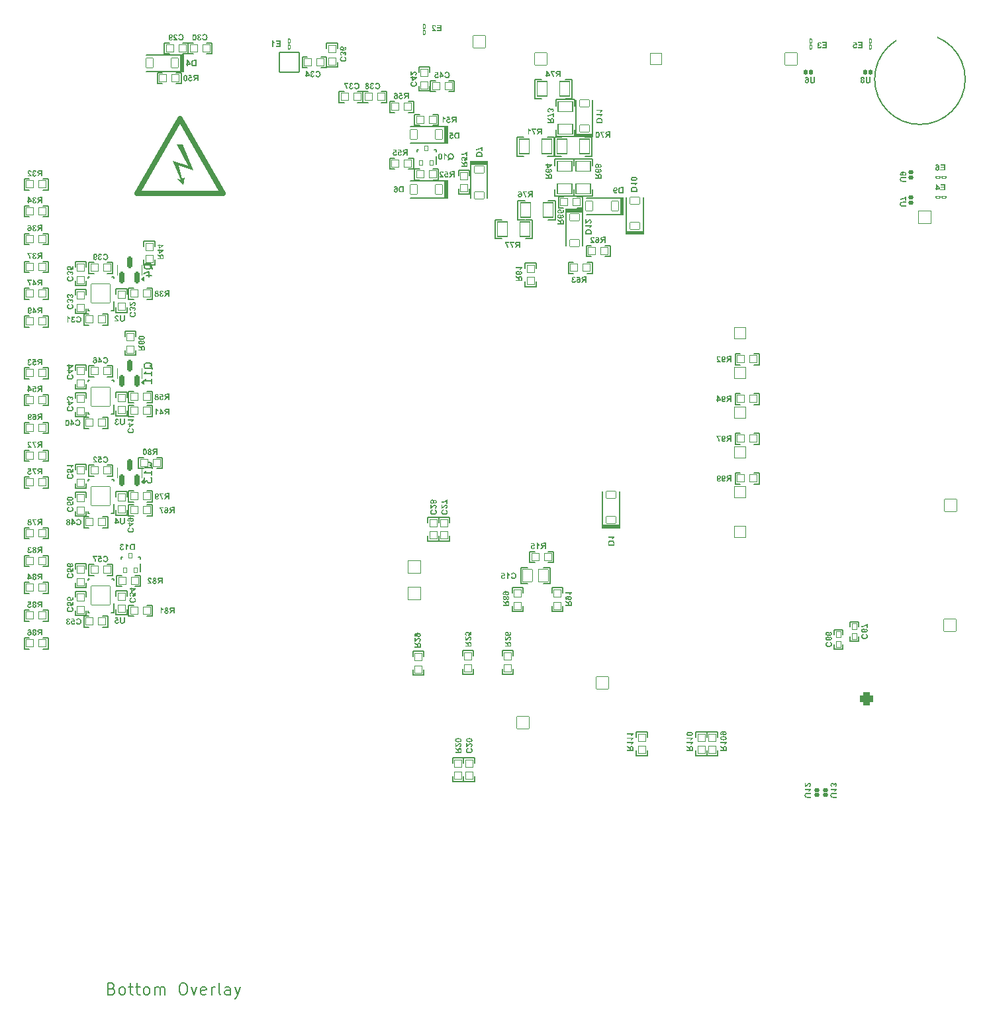
<source format=gbr>
%TF.GenerationSoftware,KiCad,Pcbnew,9.0.4*%
%TF.CreationDate,2025-10-28T13:54:02-05:00*%
%TF.ProjectId,Molecule_BQ76952 - v2,4d6f6c65-6375-46c6-955f-425137363935,rev?*%
%TF.SameCoordinates,Original*%
%TF.FileFunction,Legend,Bot*%
%TF.FilePolarity,Positive*%
%FSLAX46Y46*%
G04 Gerber Fmt 4.6, Leading zero omitted, Abs format (unit mm)*
G04 Created by KiCad (PCBNEW 9.0.4) date 2025-10-28 13:54:02*
%MOMM*%
%LPD*%
G01*
G04 APERTURE LIST*
G04 Aperture macros list*
%AMRoundRect*
0 Rectangle with rounded corners*
0 $1 Rounding radius*
0 $2 $3 $4 $5 $6 $7 $8 $9 X,Y pos of 4 corners*
0 Add a 4 corners polygon primitive as box body*
4,1,4,$2,$3,$4,$5,$6,$7,$8,$9,$2,$3,0*
0 Add four circle primitives for the rounded corners*
1,1,$1+$1,$2,$3*
1,1,$1+$1,$4,$5*
1,1,$1+$1,$6,$7*
1,1,$1+$1,$8,$9*
0 Add four rect primitives between the rounded corners*
20,1,$1+$1,$2,$3,$4,$5,0*
20,1,$1+$1,$4,$5,$6,$7,0*
20,1,$1+$1,$6,$7,$8,$9,0*
20,1,$1+$1,$8,$9,$2,$3,0*%
G04 Aperture macros list end*
%ADD10C,0.203200*%
%ADD11C,0.177800*%
%ADD12C,0.150000*%
%ADD13C,0.170000*%
%ADD14C,0.635000*%
%ADD15C,0.000000*%
%ADD16C,0.120000*%
%ADD17C,1.400000*%
%ADD18RoundRect,0.050000X-0.500000X0.475000X-0.500000X-0.475000X0.500000X-0.475000X0.500000X0.475000X0*%
%ADD19C,0.900000*%
%ADD20C,2.000000*%
%ADD21RoundRect,0.059850X0.225150X0.290150X-0.225150X0.290150X-0.225150X-0.290150X0.225150X-0.290150X0*%
%ADD22C,5.300000*%
%ADD23RoundRect,0.050000X-0.127000X0.254000X-0.127000X-0.254000X0.127000X-0.254000X0.127000X0.254000X0*%
%ADD24RoundRect,0.051000X0.799000X0.799000X-0.799000X0.799000X-0.799000X-0.799000X0.799000X-0.799000X0*%
%ADD25C,1.700000*%
%ADD26RoundRect,0.128250X0.221750X-0.096750X0.221750X0.096750X-0.221750X0.096750X-0.221750X-0.096750X0*%
%ADD27RoundRect,0.050000X-0.775000X-0.775000X0.775000X-0.775000X0.775000X0.775000X-0.775000X0.775000X0*%
%ADD28C,1.650000*%
%ADD29RoundRect,0.056000X0.744000X0.744000X-0.744000X0.744000X-0.744000X-0.744000X0.744000X-0.744000X0*%
%ADD30C,1.600000*%
%ADD31RoundRect,0.050000X0.825500X0.825500X-0.825500X0.825500X-0.825500X-0.825500X0.825500X-0.825500X0*%
%ADD32C,1.751000*%
%ADD33C,2.309800*%
%ADD34RoundRect,0.437500X-0.437500X-0.437500X0.437500X-0.437500X0.437500X0.437500X-0.437500X0.437500X0*%
%ADD35C,1.750000*%
%ADD36RoundRect,0.050000X-0.775000X0.775000X-0.775000X-0.775000X0.775000X-0.775000X0.775000X0.775000X0*%
%ADD37RoundRect,0.050000X0.775000X-0.775000X0.775000X0.775000X-0.775000X0.775000X-0.775000X-0.775000X0*%
%ADD38RoundRect,0.050000X-0.750000X-0.750000X0.750000X-0.750000X0.750000X0.750000X-0.750000X0.750000X0*%
%ADD39RoundRect,0.052800X1.267200X1.267200X-1.267200X1.267200X-1.267200X-1.267200X1.267200X-1.267200X0*%
%ADD40C,2.640000*%
%ADD41RoundRect,0.050000X0.825000X-0.825000X0.825000X0.825000X-0.825000X0.825000X-0.825000X-0.825000X0*%
%ADD42RoundRect,0.050000X0.500000X-0.475000X0.500000X0.475000X-0.500000X0.475000X-0.500000X-0.475000X0*%
%ADD43RoundRect,0.050000X0.475000X0.500000X-0.475000X0.500000X-0.475000X-0.500000X0.475000X-0.500000X0*%
%ADD44RoundRect,0.050000X-0.475000X-0.500000X0.475000X-0.500000X0.475000X0.500000X-0.475000X0.500000X0*%
%ADD45RoundRect,0.050000X-0.457500X-0.610000X0.457500X-0.610000X0.457500X0.610000X-0.457500X0.610000X0*%
%ADD46RoundRect,0.050000X-0.650000X0.925000X-0.650000X-0.925000X0.650000X-0.925000X0.650000X0.925000X0*%
%ADD47RoundRect,0.050000X-0.925000X-0.650000X0.925000X-0.650000X0.925000X0.650000X-0.925000X0.650000X0*%
%ADD48RoundRect,0.050000X0.254000X0.127000X-0.254000X0.127000X-0.254000X-0.127000X0.254000X-0.127000X0*%
%ADD49RoundRect,0.050000X-0.610000X0.457500X-0.610000X-0.457500X0.610000X-0.457500X0.610000X0.457500X0*%
%ADD50RoundRect,0.050000X0.610000X-0.457500X0.610000X0.457500X-0.610000X0.457500X-0.610000X-0.457500X0*%
%ADD51RoundRect,0.128250X-0.221750X0.096750X-0.221750X-0.096750X0.221750X-0.096750X0.221750X0.096750X0*%
%ADD52O,0.350000X0.800000*%
%ADD53RoundRect,0.050000X1.200000X-1.200000X1.200000X1.200000X-1.200000X1.200000X-1.200000X-1.200000X0*%
%ADD54RoundRect,0.050000X0.925000X0.650000X-0.925000X0.650000X-0.925000X-0.650000X0.925000X-0.650000X0*%
%ADD55RoundRect,0.050000X-0.300000X-0.400000X0.300000X-0.400000X0.300000X0.400000X-0.300000X0.400000X0*%
%ADD56RoundRect,0.050000X0.635000X0.800100X-0.635000X0.800100X-0.635000X-0.800100X0.635000X-0.800100X0*%
%ADD57RoundRect,0.128250X0.096750X0.221750X-0.096750X0.221750X-0.096750X-0.221750X0.096750X-0.221750X0*%
%ADD58RoundRect,0.175000X0.175000X-0.612500X0.175000X0.612500X-0.175000X0.612500X-0.175000X-0.612500X0*%
G04 APERTURE END LIST*
D10*
X-45020459Y202796861D02*
X-44802745Y202724289D01*
X-44802745Y202724289D02*
X-44730174Y202651718D01*
X-44730174Y202651718D02*
X-44657602Y202506575D01*
X-44657602Y202506575D02*
X-44657602Y202288861D01*
X-44657602Y202288861D02*
X-44730174Y202143718D01*
X-44730174Y202143718D02*
X-44802745Y202071147D01*
X-44802745Y202071147D02*
X-44947888Y201998575D01*
X-44947888Y201998575D02*
X-45528459Y201998575D01*
X-45528459Y201998575D02*
X-45528459Y203522575D01*
X-45528459Y203522575D02*
X-45020459Y203522575D01*
X-45020459Y203522575D02*
X-44875316Y203450004D01*
X-44875316Y203450004D02*
X-44802745Y203377432D01*
X-44802745Y203377432D02*
X-44730174Y203232289D01*
X-44730174Y203232289D02*
X-44730174Y203087147D01*
X-44730174Y203087147D02*
X-44802745Y202942004D01*
X-44802745Y202942004D02*
X-44875316Y202869432D01*
X-44875316Y202869432D02*
X-45020459Y202796861D01*
X-45020459Y202796861D02*
X-45528459Y202796861D01*
X-43786745Y201998575D02*
X-43931888Y202071147D01*
X-43931888Y202071147D02*
X-44004459Y202143718D01*
X-44004459Y202143718D02*
X-44077031Y202288861D01*
X-44077031Y202288861D02*
X-44077031Y202724289D01*
X-44077031Y202724289D02*
X-44004459Y202869432D01*
X-44004459Y202869432D02*
X-43931888Y202942004D01*
X-43931888Y202942004D02*
X-43786745Y203014575D01*
X-43786745Y203014575D02*
X-43569031Y203014575D01*
X-43569031Y203014575D02*
X-43423888Y202942004D01*
X-43423888Y202942004D02*
X-43351316Y202869432D01*
X-43351316Y202869432D02*
X-43278745Y202724289D01*
X-43278745Y202724289D02*
X-43278745Y202288861D01*
X-43278745Y202288861D02*
X-43351316Y202143718D01*
X-43351316Y202143718D02*
X-43423888Y202071147D01*
X-43423888Y202071147D02*
X-43569031Y201998575D01*
X-43569031Y201998575D02*
X-43786745Y201998575D01*
X-42843317Y203014575D02*
X-42262745Y203014575D01*
X-42625602Y203522575D02*
X-42625602Y202216289D01*
X-42625602Y202216289D02*
X-42553031Y202071147D01*
X-42553031Y202071147D02*
X-42407888Y201998575D01*
X-42407888Y201998575D02*
X-42262745Y201998575D01*
X-41972460Y203014575D02*
X-41391888Y203014575D01*
X-41754745Y203522575D02*
X-41754745Y202216289D01*
X-41754745Y202216289D02*
X-41682174Y202071147D01*
X-41682174Y202071147D02*
X-41537031Y201998575D01*
X-41537031Y201998575D02*
X-41391888Y201998575D01*
X-40666174Y201998575D02*
X-40811317Y202071147D01*
X-40811317Y202071147D02*
X-40883888Y202143718D01*
X-40883888Y202143718D02*
X-40956460Y202288861D01*
X-40956460Y202288861D02*
X-40956460Y202724289D01*
X-40956460Y202724289D02*
X-40883888Y202869432D01*
X-40883888Y202869432D02*
X-40811317Y202942004D01*
X-40811317Y202942004D02*
X-40666174Y203014575D01*
X-40666174Y203014575D02*
X-40448460Y203014575D01*
X-40448460Y203014575D02*
X-40303317Y202942004D01*
X-40303317Y202942004D02*
X-40230745Y202869432D01*
X-40230745Y202869432D02*
X-40158174Y202724289D01*
X-40158174Y202724289D02*
X-40158174Y202288861D01*
X-40158174Y202288861D02*
X-40230745Y202143718D01*
X-40230745Y202143718D02*
X-40303317Y202071147D01*
X-40303317Y202071147D02*
X-40448460Y201998575D01*
X-40448460Y201998575D02*
X-40666174Y201998575D01*
X-39505031Y201998575D02*
X-39505031Y203014575D01*
X-39505031Y202869432D02*
X-39432460Y202942004D01*
X-39432460Y202942004D02*
X-39287317Y203014575D01*
X-39287317Y203014575D02*
X-39069603Y203014575D01*
X-39069603Y203014575D02*
X-38924460Y202942004D01*
X-38924460Y202942004D02*
X-38851888Y202796861D01*
X-38851888Y202796861D02*
X-38851888Y201998575D01*
X-38851888Y202796861D02*
X-38779317Y202942004D01*
X-38779317Y202942004D02*
X-38634174Y203014575D01*
X-38634174Y203014575D02*
X-38416460Y203014575D01*
X-38416460Y203014575D02*
X-38271317Y202942004D01*
X-38271317Y202942004D02*
X-38198746Y202796861D01*
X-38198746Y202796861D02*
X-38198746Y201998575D01*
X-36021603Y203522575D02*
X-35731317Y203522575D01*
X-35731317Y203522575D02*
X-35586174Y203450004D01*
X-35586174Y203450004D02*
X-35441031Y203304861D01*
X-35441031Y203304861D02*
X-35368460Y203014575D01*
X-35368460Y203014575D02*
X-35368460Y202506575D01*
X-35368460Y202506575D02*
X-35441031Y202216289D01*
X-35441031Y202216289D02*
X-35586174Y202071147D01*
X-35586174Y202071147D02*
X-35731317Y201998575D01*
X-35731317Y201998575D02*
X-36021603Y201998575D01*
X-36021603Y201998575D02*
X-36166745Y202071147D01*
X-36166745Y202071147D02*
X-36311888Y202216289D01*
X-36311888Y202216289D02*
X-36384460Y202506575D01*
X-36384460Y202506575D02*
X-36384460Y203014575D01*
X-36384460Y203014575D02*
X-36311888Y203304861D01*
X-36311888Y203304861D02*
X-36166745Y203450004D01*
X-36166745Y203450004D02*
X-36021603Y203522575D01*
X-34860460Y203014575D02*
X-34497603Y201998575D01*
X-34497603Y201998575D02*
X-34134746Y203014575D01*
X-32973603Y202071147D02*
X-33118746Y201998575D01*
X-33118746Y201998575D02*
X-33409031Y201998575D01*
X-33409031Y201998575D02*
X-33554174Y202071147D01*
X-33554174Y202071147D02*
X-33626746Y202216289D01*
X-33626746Y202216289D02*
X-33626746Y202796861D01*
X-33626746Y202796861D02*
X-33554174Y202942004D01*
X-33554174Y202942004D02*
X-33409031Y203014575D01*
X-33409031Y203014575D02*
X-33118746Y203014575D01*
X-33118746Y203014575D02*
X-32973603Y202942004D01*
X-32973603Y202942004D02*
X-32901031Y202796861D01*
X-32901031Y202796861D02*
X-32901031Y202651718D01*
X-32901031Y202651718D02*
X-33626746Y202506575D01*
X-32247888Y201998575D02*
X-32247888Y203014575D01*
X-32247888Y202724289D02*
X-32175317Y202869432D01*
X-32175317Y202869432D02*
X-32102745Y202942004D01*
X-32102745Y202942004D02*
X-31957603Y203014575D01*
X-31957603Y203014575D02*
X-31812460Y203014575D01*
X-31086745Y201998575D02*
X-31231888Y202071147D01*
X-31231888Y202071147D02*
X-31304459Y202216289D01*
X-31304459Y202216289D02*
X-31304459Y203522575D01*
X-29853030Y201998575D02*
X-29853030Y202796861D01*
X-29853030Y202796861D02*
X-29925602Y202942004D01*
X-29925602Y202942004D02*
X-30070745Y203014575D01*
X-30070745Y203014575D02*
X-30361030Y203014575D01*
X-30361030Y203014575D02*
X-30506173Y202942004D01*
X-29853030Y202071147D02*
X-29998173Y201998575D01*
X-29998173Y201998575D02*
X-30361030Y201998575D01*
X-30361030Y201998575D02*
X-30506173Y202071147D01*
X-30506173Y202071147D02*
X-30578745Y202216289D01*
X-30578745Y202216289D02*
X-30578745Y202361432D01*
X-30578745Y202361432D02*
X-30506173Y202506575D01*
X-30506173Y202506575D02*
X-30361030Y202579147D01*
X-30361030Y202579147D02*
X-29998173Y202579147D01*
X-29998173Y202579147D02*
X-29853030Y202651718D01*
X-29272459Y203014575D02*
X-28909602Y201998575D01*
X-28546745Y203014575D02*
X-28909602Y201998575D01*
X-28909602Y201998575D02*
X-29054745Y201635718D01*
X-29054745Y201635718D02*
X-29127316Y201563147D01*
X-29127316Y201563147D02*
X-29272459Y201490575D01*
D11*
G36*
X-53867979Y262028500D02*
G01*
X-54029785Y262028500D01*
X-54029785Y262363056D01*
X-54062567Y262363056D01*
X-54114523Y262360357D01*
X-54144008Y262354018D01*
X-54168391Y262341634D01*
X-54192667Y262320748D01*
X-54219500Y262287345D01*
X-54277918Y262203106D01*
X-54394876Y262028500D01*
X-54588341Y262028500D01*
X-54490534Y262184834D01*
X-54434098Y262270313D01*
X-54398394Y262314934D01*
X-54360729Y262349243D01*
X-54311775Y262382207D01*
X-54364229Y262393497D01*
X-54407162Y262409950D01*
X-54442106Y262431030D01*
X-54470259Y262456613D01*
X-54493134Y262487553D01*
X-54509597Y262522300D01*
X-54519772Y262561571D01*
X-54522549Y262596631D01*
X-54356623Y262596631D01*
X-54352289Y262562236D01*
X-54340208Y262535611D01*
X-54320813Y262514916D01*
X-54294871Y262501217D01*
X-54255261Y262494617D01*
X-54149479Y262491251D01*
X-54029785Y262491251D01*
X-54029785Y262697613D01*
X-54156026Y262697613D01*
X-54274108Y262694828D01*
X-54309712Y262683155D01*
X-54335029Y262662926D01*
X-54346718Y262645002D01*
X-54354021Y262623240D01*
X-54356623Y262596631D01*
X-54522549Y262596631D01*
X-54523315Y262606304D01*
X-54519295Y262652898D01*
X-54507593Y262694895D01*
X-54488335Y262733179D01*
X-54462062Y262766804D01*
X-54431186Y262792266D01*
X-54395121Y262810370D01*
X-54355204Y262821177D01*
X-54295104Y262828998D01*
X-54208496Y262832061D01*
X-53867979Y262832061D01*
X-53867979Y262028500D01*
G37*
G36*
X-54641788Y262678853D02*
G01*
X-54641788Y262822681D01*
X-55167073Y262822681D01*
X-55167073Y262710120D01*
X-55126616Y262665027D01*
X-55082624Y262604552D01*
X-55034775Y262525694D01*
X-54993578Y262444048D01*
X-54959435Y262359000D01*
X-54932278Y262270232D01*
X-54912025Y262179197D01*
X-54900858Y262099038D01*
X-54897591Y262028500D01*
X-54749464Y262028500D01*
X-54755015Y262110870D01*
X-54768083Y262194820D01*
X-54788961Y262280679D01*
X-54818056Y262368772D01*
X-54866630Y262481447D01*
X-54924287Y262584546D01*
X-54991050Y262678853D01*
X-54641788Y262678853D01*
G37*
G36*
X-55464798Y262827892D02*
G01*
X-55416992Y262816255D01*
X-55377408Y262798031D01*
X-55344660Y262773484D01*
X-55317245Y262742216D01*
X-55297914Y262707591D01*
X-55286144Y262668909D01*
X-55282077Y262625162D01*
X-55285116Y262590913D01*
X-55294104Y262558899D01*
X-55309143Y262528576D01*
X-55329934Y262502165D01*
X-55358325Y262479099D01*
X-55395762Y262459349D01*
X-55352338Y262436064D01*
X-55318948Y262408149D01*
X-55294095Y262375465D01*
X-55276211Y262338111D01*
X-55265486Y262298528D01*
X-55261851Y262256065D01*
X-55267519Y262198710D01*
X-55283737Y262149656D01*
X-55310175Y262107209D01*
X-55347640Y262070270D01*
X-55385277Y262045684D01*
X-55427571Y262027828D01*
X-55475343Y262016735D01*
X-55529624Y262012866D01*
X-55587719Y262017579D01*
X-55637549Y262030987D01*
X-55680580Y262052502D01*
X-55717910Y262082240D01*
X-55748568Y262119078D01*
X-55770483Y262160731D01*
X-55783991Y262208141D01*
X-55788700Y262262611D01*
X-55788144Y262268718D01*
X-55636762Y262268718D01*
X-55632841Y262226439D01*
X-55622158Y262194026D01*
X-55605593Y262169250D01*
X-55582962Y262150078D01*
X-55557103Y262138716D01*
X-55526937Y262134807D01*
X-55496073Y262138846D01*
X-55469363Y262150635D01*
X-55445740Y262170618D01*
X-55428322Y262196318D01*
X-55417259Y262228911D01*
X-55413252Y262270330D01*
X-55416295Y262299991D01*
X-55425388Y262328093D01*
X-55440855Y262355191D01*
X-55461947Y262376580D01*
X-55489235Y262389641D01*
X-55524738Y262394323D01*
X-55555637Y262390397D01*
X-55582042Y262379014D01*
X-55605055Y262359881D01*
X-55622276Y262335217D01*
X-55632965Y262305309D01*
X-55636762Y262268718D01*
X-55788144Y262268718D01*
X-55784716Y262306355D01*
X-55773124Y262345576D01*
X-55754013Y262381181D01*
X-55727980Y262412091D01*
X-55694585Y262438110D01*
X-55652640Y262459349D01*
X-55685551Y262477328D01*
X-55712458Y262499429D01*
X-55734081Y262525840D01*
X-55750077Y262555981D01*
X-55759742Y262588851D01*
X-55762086Y262614560D01*
X-55618735Y262614560D01*
X-55615557Y262584883D01*
X-55606694Y262561266D01*
X-55592500Y262542353D01*
X-55573559Y262528128D01*
X-55550619Y262519367D01*
X-55522540Y262516265D01*
X-55494806Y262519330D01*
X-55472120Y262527991D01*
X-55453362Y262542060D01*
X-55439347Y262560801D01*
X-55430574Y262584327D01*
X-55427420Y262614023D01*
X-55430527Y262641863D01*
X-55439325Y262664734D01*
X-55453655Y262683738D01*
X-55472630Y262698110D01*
X-55495734Y262706974D01*
X-55524152Y262710120D01*
X-55551502Y262707037D01*
X-55574005Y262698296D01*
X-55592744Y262684032D01*
X-55606922Y262665195D01*
X-55615647Y262642413D01*
X-55618735Y262614560D01*
X-55762086Y262614560D01*
X-55763052Y262625162D01*
X-55758956Y262668878D01*
X-55747097Y262707547D01*
X-55727606Y262742183D01*
X-55699931Y262773484D01*
X-55666916Y262798094D01*
X-55627294Y262816315D01*
X-55579744Y262827916D01*
X-55522589Y262832061D01*
X-55464798Y262827892D01*
G37*
G36*
X-49427122Y262325536D02*
G01*
X-49583995Y262275509D01*
X-49561612Y262210689D01*
X-49533967Y262157547D01*
X-49501441Y262114384D01*
X-49464007Y262079895D01*
X-49420752Y262052701D01*
X-49371581Y262032801D01*
X-49315467Y262020355D01*
X-49251148Y262015993D01*
X-49188016Y262020587D01*
X-49131110Y262033903D01*
X-49079424Y262055587D01*
X-49032157Y262085766D01*
X-48988749Y262125036D01*
X-48952963Y262170042D01*
X-48924660Y262221327D01*
X-48903763Y262279799D01*
X-48890623Y262346628D01*
X-48886008Y262423196D01*
X-48890732Y262504666D01*
X-48904109Y262575002D01*
X-48925236Y262635792D01*
X-48953639Y262688389D01*
X-48989287Y262733863D01*
X-49032835Y262773424D01*
X-49080997Y262804014D01*
X-49134420Y262826141D01*
X-49194028Y262839820D01*
X-49260967Y262844568D01*
X-49333552Y262838715D01*
X-49396499Y262821987D01*
X-49451497Y262795029D01*
X-49499818Y262757656D01*
X-49531809Y262720454D01*
X-49559278Y262672023D01*
X-49581796Y262610066D01*
X-49421650Y262572545D01*
X-49408393Y262611914D01*
X-49388672Y262644323D01*
X-49362341Y262670890D01*
X-49330617Y262690716D01*
X-49294477Y262702797D01*
X-49252760Y262706993D01*
X-49209447Y262702812D01*
X-49171585Y262690749D01*
X-49138065Y262670960D01*
X-49108150Y262642847D01*
X-49085933Y262609845D01*
X-49068589Y262566120D01*
X-49056999Y262508987D01*
X-49052700Y262435215D01*
X-49057031Y262356403D01*
X-49068610Y262296369D01*
X-49085734Y262251352D01*
X-49107368Y262218202D01*
X-49136928Y262189788D01*
X-49169929Y262169864D01*
X-49207085Y262157757D01*
X-49249487Y262153567D01*
X-49290897Y262158276D01*
X-49327494Y262172020D01*
X-49360436Y262195045D01*
X-49386901Y262225595D01*
X-49409348Y262268064D01*
X-49427122Y262325536D01*
G37*
G36*
X-49662015Y262324999D02*
G01*
X-49662015Y262191088D01*
X-49989977Y262191088D01*
X-49989977Y262028500D01*
X-50138642Y262028500D01*
X-50138642Y262191088D01*
X-50238110Y262191088D01*
X-50238110Y262325536D01*
X-50138642Y262325536D01*
X-49989977Y262325536D01*
X-49805746Y262325536D01*
X-49989977Y262594334D01*
X-49989977Y262325536D01*
X-50138642Y262325536D01*
X-50138642Y262832061D01*
X-50009617Y262832061D01*
X-49662015Y262324999D01*
G37*
G36*
X-50511798Y262827892D02*
G01*
X-50463992Y262816255D01*
X-50424408Y262798031D01*
X-50391660Y262773484D01*
X-50364245Y262742216D01*
X-50344914Y262707591D01*
X-50333144Y262668909D01*
X-50329077Y262625162D01*
X-50332116Y262590913D01*
X-50341104Y262558899D01*
X-50356143Y262528576D01*
X-50376934Y262502165D01*
X-50405325Y262479099D01*
X-50442762Y262459349D01*
X-50399338Y262436064D01*
X-50365948Y262408149D01*
X-50341095Y262375465D01*
X-50323211Y262338111D01*
X-50312486Y262298528D01*
X-50308851Y262256065D01*
X-50314519Y262198710D01*
X-50330737Y262149656D01*
X-50357175Y262107209D01*
X-50394640Y262070270D01*
X-50432277Y262045684D01*
X-50474571Y262027828D01*
X-50522343Y262016735D01*
X-50576624Y262012866D01*
X-50634719Y262017579D01*
X-50684549Y262030987D01*
X-50727580Y262052502D01*
X-50764910Y262082240D01*
X-50795568Y262119078D01*
X-50817483Y262160731D01*
X-50830991Y262208141D01*
X-50835700Y262262611D01*
X-50835144Y262268718D01*
X-50683762Y262268718D01*
X-50679841Y262226439D01*
X-50669158Y262194026D01*
X-50652593Y262169250D01*
X-50629962Y262150078D01*
X-50604103Y262138716D01*
X-50573937Y262134807D01*
X-50543073Y262138846D01*
X-50516363Y262150635D01*
X-50492740Y262170618D01*
X-50475322Y262196318D01*
X-50464259Y262228911D01*
X-50460252Y262270330D01*
X-50463295Y262299991D01*
X-50472388Y262328093D01*
X-50487855Y262355191D01*
X-50508947Y262376580D01*
X-50536235Y262389641D01*
X-50571738Y262394323D01*
X-50602637Y262390397D01*
X-50629042Y262379014D01*
X-50652055Y262359881D01*
X-50669276Y262335217D01*
X-50679965Y262305309D01*
X-50683762Y262268718D01*
X-50835144Y262268718D01*
X-50831716Y262306355D01*
X-50820124Y262345576D01*
X-50801013Y262381181D01*
X-50774980Y262412091D01*
X-50741585Y262438110D01*
X-50699640Y262459349D01*
X-50732551Y262477328D01*
X-50759458Y262499429D01*
X-50781081Y262525840D01*
X-50797077Y262555981D01*
X-50806742Y262588851D01*
X-50809086Y262614560D01*
X-50665735Y262614560D01*
X-50662557Y262584883D01*
X-50653694Y262561266D01*
X-50639500Y262542353D01*
X-50620559Y262528128D01*
X-50597619Y262519367D01*
X-50569540Y262516265D01*
X-50541806Y262519330D01*
X-50519120Y262527991D01*
X-50500362Y262542060D01*
X-50486347Y262560801D01*
X-50477574Y262584327D01*
X-50474420Y262614023D01*
X-50477527Y262641863D01*
X-50486325Y262664734D01*
X-50500655Y262683738D01*
X-50519630Y262698110D01*
X-50542734Y262706974D01*
X-50571152Y262710120D01*
X-50598502Y262707037D01*
X-50621005Y262698296D01*
X-50639744Y262684032D01*
X-50653922Y262665195D01*
X-50662647Y262642413D01*
X-50665735Y262614560D01*
X-50809086Y262614560D01*
X-50810052Y262625162D01*
X-50805956Y262668878D01*
X-50794097Y262707547D01*
X-50774606Y262742183D01*
X-50746931Y262773484D01*
X-50713916Y262798094D01*
X-50674294Y262816315D01*
X-50626744Y262827916D01*
X-50569589Y262832061D01*
X-50511798Y262827892D01*
G37*
G36*
X-42055904Y258853500D02*
G01*
X-42360317Y258853500D01*
X-42445337Y258858292D01*
X-42503510Y258870501D01*
X-42549772Y258888708D01*
X-42587236Y258910168D01*
X-42617195Y258934647D01*
X-42650647Y258973332D01*
X-42679308Y259020227D01*
X-42703033Y259076570D01*
X-42716185Y259125056D01*
X-42724611Y259181662D01*
X-42727607Y259247610D01*
X-42727287Y259254987D01*
X-42560377Y259254987D01*
X-42555712Y259166374D01*
X-42543962Y259107153D01*
X-42530838Y259071863D01*
X-42516623Y259046608D01*
X-42501605Y259029230D01*
X-42472896Y259009322D01*
X-42436286Y258995667D01*
X-42401534Y258990276D01*
X-42338479Y258987948D01*
X-42217662Y258987948D01*
X-42217662Y259522613D01*
X-42290357Y259522613D01*
X-42381229Y259520160D01*
X-42423193Y259514894D01*
X-42465181Y259500123D01*
X-42498039Y259476885D01*
X-42523538Y259444604D01*
X-42543962Y259398718D01*
X-42555631Y259343081D01*
X-42560377Y259254987D01*
X-42727287Y259254987D01*
X-42724340Y259322818D01*
X-42715280Y259385519D01*
X-42701372Y259437508D01*
X-42680773Y259487098D01*
X-42655264Y259530258D01*
X-42624865Y259567706D01*
X-42589033Y259599624D01*
X-42548966Y259624178D01*
X-42504048Y259641721D01*
X-42445614Y259652599D01*
X-42351572Y259657061D01*
X-42055904Y259657061D01*
X-42055904Y258853500D01*
G37*
G36*
X-43223775Y258853500D02*
G01*
X-43070176Y258853500D01*
X-43070176Y259430669D01*
X-43011012Y259382485D01*
X-42945146Y259343378D01*
X-42871777Y259313124D01*
X-42871777Y259453826D01*
X-42910507Y259469670D01*
X-42953806Y259494050D01*
X-43002414Y259528573D01*
X-43045451Y259568376D01*
X-43077282Y259611046D01*
X-43099147Y259657061D01*
X-43223775Y259657061D01*
X-43223775Y258853500D01*
G37*
G36*
X-43447529Y259069193D02*
G01*
X-43596194Y259088002D01*
X-43604166Y259049738D01*
X-43617083Y259020104D01*
X-43634447Y258997377D01*
X-43656811Y258979903D01*
X-43681664Y258969583D01*
X-43709879Y258966061D01*
X-43740011Y258970097D01*
X-43766362Y258981944D01*
X-43789952Y259002164D01*
X-43807520Y259028031D01*
X-43818541Y259059967D01*
X-43822489Y259099629D01*
X-43818707Y259137142D01*
X-43808153Y259167274D01*
X-43791320Y259191623D01*
X-43768784Y259210652D01*
X-43743774Y259221790D01*
X-43715351Y259225577D01*
X-43684677Y259222978D01*
X-43644853Y259214096D01*
X-43661806Y259338138D01*
X-43702437Y259340785D01*
X-43733377Y259350065D01*
X-43756877Y259365008D01*
X-43775004Y259385935D01*
X-43785901Y259410800D01*
X-43789707Y259440830D01*
X-43786839Y259466637D01*
X-43778750Y259487647D01*
X-43765622Y259504928D01*
X-43748269Y259517991D01*
X-43727312Y259526025D01*
X-43701720Y259528867D01*
X-43676565Y259525808D01*
X-43654393Y259516857D01*
X-43634447Y259501752D01*
X-43618962Y259482012D01*
X-43607530Y259456137D01*
X-43600591Y259422559D01*
X-43459010Y259446400D01*
X-43471336Y259494476D01*
X-43486339Y259532912D01*
X-43503566Y259563260D01*
X-43525665Y259589957D01*
X-43553114Y259612823D01*
X-43586619Y259631999D01*
X-43622916Y259645729D01*
X-43662537Y259654159D01*
X-43706068Y259657061D01*
X-43761651Y259652222D01*
X-43809541Y259638396D01*
X-43851170Y259616048D01*
X-43887563Y259584854D01*
X-43912748Y259553520D01*
X-43930105Y259521162D01*
X-43940386Y259487325D01*
X-43943844Y259451383D01*
X-43939445Y259411794D01*
X-43926494Y259375937D01*
X-43904647Y259342829D01*
X-43872661Y259311876D01*
X-43828498Y259282932D01*
X-43871964Y259268712D01*
X-43908287Y259246730D01*
X-43938616Y259216685D01*
X-43961323Y259180501D01*
X-43975119Y259139516D01*
X-43979899Y259092448D01*
X-43975009Y259041200D01*
X-43960696Y258994744D01*
X-43936905Y258952028D01*
X-43902806Y258912321D01*
X-43862096Y258879856D01*
X-43817180Y258856810D01*
X-43767205Y258842730D01*
X-43711003Y258837866D01*
X-43657326Y258842125D01*
X-43610055Y258854370D01*
X-43568088Y258874212D01*
X-43530582Y258901817D01*
X-43498748Y258936022D01*
X-43474459Y258974806D01*
X-43457340Y259018864D01*
X-43447529Y259069193D01*
G37*
G36*
X-2820441Y325183500D02*
G01*
X-2820441Y325987061D01*
X-3414563Y325987061D01*
X-3414563Y325852613D01*
X-2982199Y325852613D01*
X-2982199Y325674391D01*
X-3384468Y325674391D01*
X-3384468Y325539943D01*
X-2982199Y325539943D01*
X-2982199Y325317948D01*
X-3429854Y325317948D01*
X-3429854Y325183500D01*
X-2820441Y325183500D01*
G37*
G36*
X-4051726Y325327328D02*
G01*
X-4051726Y325183500D01*
X-3513396Y325183500D01*
X-3523048Y325236088D01*
X-3540429Y325286881D01*
X-3565866Y325336366D01*
X-3598662Y325382569D01*
X-3653793Y325445050D01*
X-3738567Y325527974D01*
X-3831245Y325618224D01*
X-3865882Y325658807D01*
X-3884035Y325691517D01*
X-3894288Y325722554D01*
X-3897589Y325752559D01*
X-3894183Y325785632D01*
X-3884802Y325811322D01*
X-3869986Y325831312D01*
X-3849994Y325846218D01*
X-3825048Y325855528D01*
X-3793724Y325858867D01*
X-3762885Y325855417D01*
X-3737813Y325845689D01*
X-3717218Y325829896D01*
X-3702115Y325808697D01*
X-3690820Y325777745D01*
X-3684436Y325733799D01*
X-3531423Y325749090D01*
X-3543044Y325812456D01*
X-3561688Y325862449D01*
X-3586456Y325901563D01*
X-3617212Y325931660D01*
X-3654482Y325955351D01*
X-3696396Y325972592D01*
X-3743763Y325983318D01*
X-3797584Y325987061D01*
X-3856686Y325982615D01*
X-3906424Y325970098D01*
X-3948430Y325950284D01*
X-3983964Y325923306D01*
X-4013781Y325889266D01*
X-4034700Y325852019D01*
X-4047369Y325810860D01*
X-4051726Y325764772D01*
X-4046844Y325711961D01*
X-4032330Y325662080D01*
X-4008287Y325613897D01*
X-3970822Y325559974D01*
X-3936481Y325521602D01*
X-3870279Y325458063D01*
X-3778188Y325369831D01*
X-3746775Y325327328D01*
X-4051726Y325327328D01*
G37*
G36*
X44426561Y227183865D02*
G01*
X44426561Y227345623D01*
X43987407Y227345623D01*
X43891902Y227347588D01*
X43851884Y227351632D01*
X43820595Y227361881D01*
X43794221Y227378243D01*
X43771957Y227401073D01*
X43755900Y227428681D01*
X43745571Y227463667D01*
X43741814Y227507967D01*
X43745498Y227553103D01*
X43755371Y227586835D01*
X43770296Y227611784D01*
X43791091Y227632287D01*
X43814222Y227646102D01*
X43840256Y227653847D01*
X43888595Y227658818D01*
X43977978Y227660980D01*
X44426561Y227660980D01*
X44426561Y227822787D01*
X44003480Y227822787D01*
X43869057Y227818765D01*
X43798534Y227809645D01*
X43759909Y227798146D01*
X43726448Y227781998D01*
X43697454Y227761279D01*
X43672460Y227735878D01*
X43650562Y227704723D01*
X43631793Y227666989D01*
X43618978Y227626859D01*
X43610483Y227576218D01*
X43607366Y227512902D01*
X43610962Y227436015D01*
X43620399Y227379420D01*
X43633992Y227338784D01*
X43654194Y227300995D01*
X43677275Y227270046D01*
X43703219Y227245080D01*
X43747581Y227216141D01*
X43792525Y227199694D01*
X43869986Y227188497D01*
X43996933Y227183865D01*
X44426561Y227183865D01*
G37*
G36*
X43623000Y228352274D02*
G01*
X43623000Y228198675D01*
X44200169Y228198675D01*
X44151985Y228139511D01*
X44112878Y228073645D01*
X44082624Y228000276D01*
X44223326Y228000276D01*
X44239170Y228039006D01*
X44263550Y228082305D01*
X44298073Y228130913D01*
X44337876Y228173950D01*
X44380546Y228205781D01*
X44426561Y228227646D01*
X44426561Y228352274D01*
X43623000Y228352274D01*
G37*
G36*
X43766828Y229100190D02*
G01*
X43623000Y229100190D01*
X43623000Y228561860D01*
X43675588Y228571513D01*
X43726381Y228588893D01*
X43775866Y228614330D01*
X43822069Y228647126D01*
X43884550Y228702257D01*
X43967474Y228787032D01*
X44057724Y228879709D01*
X44098307Y228914347D01*
X44131017Y228932500D01*
X44162054Y228942753D01*
X44192059Y228946054D01*
X44225132Y228942648D01*
X44250822Y228933266D01*
X44270812Y228918451D01*
X44285718Y228898458D01*
X44295028Y228873512D01*
X44298367Y228842189D01*
X44294917Y228811349D01*
X44285189Y228786278D01*
X44269396Y228765682D01*
X44248197Y228750579D01*
X44217245Y228739285D01*
X44173299Y228732901D01*
X44188590Y228579888D01*
X44251956Y228591509D01*
X44301949Y228610152D01*
X44341063Y228634921D01*
X44371160Y228665677D01*
X44394851Y228702946D01*
X44412092Y228744861D01*
X44422818Y228792228D01*
X44426561Y228846048D01*
X44422115Y228905150D01*
X44409598Y228954889D01*
X44389784Y228996894D01*
X44362806Y229032429D01*
X44328766Y229062245D01*
X44291519Y229083164D01*
X44250360Y229095834D01*
X44204272Y229100190D01*
X44151461Y229095309D01*
X44101580Y229080795D01*
X44053397Y229056752D01*
X43999474Y229019287D01*
X43961102Y228984946D01*
X43897563Y228918744D01*
X43809331Y228826653D01*
X43766828Y228795239D01*
X43766828Y229100190D01*
G37*
G36*
X18141021Y298096500D02*
G01*
X17979215Y298096500D01*
X17979215Y298431056D01*
X17946433Y298431056D01*
X17894477Y298428357D01*
X17864992Y298422018D01*
X17840609Y298409634D01*
X17816333Y298388748D01*
X17789500Y298355345D01*
X17731082Y298271106D01*
X17614124Y298096500D01*
X17420659Y298096500D01*
X17518466Y298252834D01*
X17574902Y298338313D01*
X17610606Y298382934D01*
X17648271Y298417243D01*
X17697225Y298450207D01*
X17644771Y298461497D01*
X17601838Y298477950D01*
X17566894Y298499030D01*
X17538741Y298524613D01*
X17515866Y298555553D01*
X17499403Y298590300D01*
X17489228Y298629571D01*
X17486451Y298664631D01*
X17652377Y298664631D01*
X17656711Y298630236D01*
X17668792Y298603611D01*
X17688187Y298582916D01*
X17714129Y298569217D01*
X17753739Y298562617D01*
X17859521Y298559251D01*
X17979215Y298559251D01*
X17979215Y298765613D01*
X17852974Y298765613D01*
X17734892Y298762828D01*
X17699288Y298751155D01*
X17673971Y298730926D01*
X17662282Y298713002D01*
X17654979Y298691240D01*
X17652377Y298664631D01*
X17486451Y298664631D01*
X17485685Y298674304D01*
X17489705Y298720898D01*
X17501407Y298762895D01*
X17520665Y298801179D01*
X17546938Y298834804D01*
X17577814Y298860266D01*
X17613879Y298878370D01*
X17653796Y298889177D01*
X17713896Y298896998D01*
X17800504Y298900061D01*
X18141021Y298900061D01*
X18141021Y298096500D01*
G37*
G36*
X17125314Y298896003D02*
G01*
X17171210Y298884232D01*
X17212828Y298864995D01*
X17250867Y298838041D01*
X17285771Y298802645D01*
X17312266Y298763918D01*
X17334429Y298714976D01*
X17351692Y298653779D01*
X17363068Y298577925D01*
X17367212Y298484699D01*
X17363220Y298393657D01*
X17352270Y298319714D01*
X17335678Y298260190D01*
X17314413Y298212710D01*
X17289045Y298175253D01*
X17255433Y298140737D01*
X17219184Y298114594D01*
X17179908Y298096039D01*
X17136979Y298084745D01*
X17089571Y298080866D01*
X17034118Y298085723D01*
X16985547Y298099697D01*
X16942571Y298122449D01*
X16904265Y298154392D01*
X16873310Y298193222D01*
X16850933Y298237898D01*
X16837001Y298289544D01*
X16832171Y298348883D01*
X16982433Y298348883D01*
X16986267Y298299831D01*
X16996253Y298265370D01*
X17010866Y298241744D01*
X17031613Y298223445D01*
X17054974Y298212721D01*
X17081901Y298209061D01*
X17109672Y298213288D01*
X17135604Y298226138D01*
X17160606Y298248975D01*
X17178923Y298277519D01*
X17190728Y298314489D01*
X17195048Y298362269D01*
X17191153Y298405534D01*
X17180625Y298438183D01*
X17164465Y298462665D01*
X17142235Y298481772D01*
X17117582Y298492928D01*
X17089571Y298496717D01*
X17060574Y298492735D01*
X17035415Y298481059D01*
X17013065Y298461102D01*
X16997183Y298435461D01*
X16986490Y298399212D01*
X16982433Y298348883D01*
X16832171Y298348883D01*
X16832107Y298349664D01*
X16836706Y298406218D01*
X16849876Y298455449D01*
X16871146Y298498647D01*
X16900699Y298536778D01*
X16937382Y298568972D01*
X16976586Y298591326D01*
X17018967Y298604717D01*
X17065486Y298609278D01*
X17106524Y298605007D01*
X17143388Y298592509D01*
X17177053Y298571643D01*
X17208141Y298541468D01*
X17197602Y298636117D01*
X17182680Y298694133D01*
X17165784Y298726871D01*
X17140833Y298752538D01*
X17113780Y298767038D01*
X17083513Y298771867D01*
X17060012Y298769262D01*
X17040450Y298761852D01*
X17023959Y298749735D01*
X17011318Y298733556D01*
X17001669Y298711282D01*
X16995526Y298681192D01*
X16846861Y298697803D01*
X16858509Y298746474D01*
X16875294Y298786986D01*
X16896832Y298820586D01*
X16923123Y298848226D01*
X16954364Y298870531D01*
X16989452Y298886627D01*
X17029101Y298896590D01*
X17074231Y298900061D01*
X17125314Y298896003D01*
G37*
G36*
X16226309Y298240328D02*
G01*
X16226309Y298096500D01*
X16764639Y298096500D01*
X16754986Y298149088D01*
X16737606Y298199881D01*
X16712169Y298249366D01*
X16679373Y298295569D01*
X16624242Y298358050D01*
X16539467Y298440974D01*
X16446790Y298531224D01*
X16412152Y298571807D01*
X16393999Y298604517D01*
X16383746Y298635554D01*
X16380445Y298665559D01*
X16383851Y298698632D01*
X16393233Y298724322D01*
X16408048Y298744312D01*
X16428041Y298759218D01*
X16452987Y298768528D01*
X16484310Y298771867D01*
X16515150Y298768417D01*
X16540221Y298758689D01*
X16560817Y298742896D01*
X16575920Y298721697D01*
X16587214Y298690745D01*
X16593598Y298646799D01*
X16746611Y298662090D01*
X16734990Y298725456D01*
X16716347Y298775449D01*
X16691578Y298814563D01*
X16660822Y298844660D01*
X16623553Y298868351D01*
X16581638Y298885592D01*
X16534271Y298896318D01*
X16480451Y298900061D01*
X16421349Y298895615D01*
X16371610Y298883098D01*
X16329605Y298863284D01*
X16294070Y298836306D01*
X16264254Y298802266D01*
X16243335Y298765019D01*
X16230665Y298723860D01*
X16226309Y298677772D01*
X16231190Y298624961D01*
X16245704Y298575080D01*
X16269747Y298526897D01*
X16307212Y298472974D01*
X16341553Y298434602D01*
X16407755Y298371063D01*
X16499846Y298282831D01*
X16531260Y298240328D01*
X16226309Y298240328D01*
G37*
G36*
X-33928979Y318797500D02*
G01*
X-34090785Y318797500D01*
X-34090785Y319132056D01*
X-34123567Y319132056D01*
X-34175523Y319129357D01*
X-34205008Y319123018D01*
X-34229391Y319110634D01*
X-34253667Y319089748D01*
X-34280500Y319056345D01*
X-34338918Y318972106D01*
X-34455876Y318797500D01*
X-34649341Y318797500D01*
X-34551534Y318953834D01*
X-34495098Y319039313D01*
X-34459394Y319083934D01*
X-34421729Y319118243D01*
X-34372775Y319151207D01*
X-34425229Y319162497D01*
X-34468162Y319178950D01*
X-34503106Y319200030D01*
X-34531259Y319225613D01*
X-34554134Y319256553D01*
X-34570597Y319291300D01*
X-34580772Y319330571D01*
X-34583549Y319365631D01*
X-34417623Y319365631D01*
X-34413289Y319331236D01*
X-34401208Y319304611D01*
X-34381813Y319283916D01*
X-34355871Y319270217D01*
X-34316261Y319263617D01*
X-34210479Y319260251D01*
X-34090785Y319260251D01*
X-34090785Y319466613D01*
X-34217026Y319466613D01*
X-34335108Y319463828D01*
X-34370712Y319452155D01*
X-34396029Y319431926D01*
X-34407718Y319414002D01*
X-34415021Y319392240D01*
X-34417623Y319365631D01*
X-34583549Y319365631D01*
X-34584315Y319375304D01*
X-34580295Y319421898D01*
X-34568593Y319463895D01*
X-34549335Y319502179D01*
X-34523062Y319535804D01*
X-34492186Y319561266D01*
X-34456121Y319579370D01*
X-34416204Y319590177D01*
X-34356104Y319597998D01*
X-34269496Y319601061D01*
X-33928979Y319601061D01*
X-33928979Y318797500D01*
G37*
G36*
X-34704986Y319000540D02*
G01*
X-34858048Y319016368D01*
X-34865603Y318983166D01*
X-34878579Y318956123D01*
X-34896839Y318934097D01*
X-34919755Y318917086D01*
X-34944298Y318907152D01*
X-34971195Y318903807D01*
X-35001405Y318908202D01*
X-35028186Y318921252D01*
X-35052587Y318943917D01*
X-35070032Y318972642D01*
X-35081616Y319011906D01*
X-35085955Y319064930D01*
X-35081690Y319114463D01*
X-35070251Y319151355D01*
X-35052880Y319178566D01*
X-35028675Y319199590D01*
X-35000414Y319212129D01*
X-34966799Y319216477D01*
X-34935330Y319212940D01*
X-34905483Y319202324D01*
X-34876582Y319184098D01*
X-34848179Y319157070D01*
X-34723551Y319175390D01*
X-34802256Y319591681D01*
X-35208385Y319591681D01*
X-35208385Y319447853D01*
X-34918677Y319447853D01*
X-34894640Y319313014D01*
X-34929596Y319327275D01*
X-34964448Y319335648D01*
X-34999580Y319338418D01*
X-35049114Y319333640D01*
X-35093853Y319319670D01*
X-35134848Y319296459D01*
X-35172819Y319263182D01*
X-35203398Y319223604D01*
X-35225445Y319178609D01*
X-35239120Y319127168D01*
X-35243902Y319067910D01*
X-35240231Y319018637D01*
X-35229447Y318972833D01*
X-35211628Y318929858D01*
X-35186498Y318889200D01*
X-35152487Y318850256D01*
X-35114470Y318820636D01*
X-35071940Y318799443D01*
X-35024021Y318786399D01*
X-34969534Y318781866D01*
X-34914393Y318785906D01*
X-34866623Y318797416D01*
X-34825018Y318815841D01*
X-34788626Y318841127D01*
X-34757445Y318872981D01*
X-34733256Y318909650D01*
X-34715718Y318951833D01*
X-34704986Y319000540D01*
G37*
G36*
X-35527865Y319595578D02*
G01*
X-35479769Y319579961D01*
X-35438586Y319554650D01*
X-35403168Y319518985D01*
X-35377736Y319479675D01*
X-35356328Y319429732D01*
X-35339577Y319367003D01*
X-35328504Y319288975D01*
X-35324464Y319192832D01*
X-35328306Y319093374D01*
X-35338699Y319014872D01*
X-35354153Y318953804D01*
X-35373514Y318907033D01*
X-35396036Y318871856D01*
X-35435077Y318832163D01*
X-35478782Y318804464D01*
X-35528116Y318787674D01*
X-35584615Y318781866D01*
X-35641391Y318787350D01*
X-35689502Y318802968D01*
X-35730693Y318828280D01*
X-35766110Y318863942D01*
X-35791516Y318903235D01*
X-35812919Y318953245D01*
X-35829679Y319016156D01*
X-35840767Y319094513D01*
X-35844815Y319191170D01*
X-35684132Y319191170D01*
X-35679300Y319060573D01*
X-35668303Y318991404D01*
X-35652589Y318950388D01*
X-35634349Y318927795D01*
X-35610970Y318914485D01*
X-35584615Y318910061D01*
X-35558321Y318914425D01*
X-35535174Y318927502D01*
X-35523096Y318940853D01*
X-35511056Y318963122D01*
X-35499363Y318997657D01*
X-35489586Y319061319D01*
X-35485147Y319191170D01*
X-35489969Y319321876D01*
X-35500976Y319391523D01*
X-35516679Y319432545D01*
X-35534881Y319455132D01*
X-35558294Y319468446D01*
X-35584615Y319472867D01*
X-35610930Y319468435D01*
X-35634105Y319455132D01*
X-35652230Y319431749D01*
X-35669915Y319384684D01*
X-35679691Y319321059D01*
X-35684132Y319191170D01*
X-35844815Y319191170D01*
X-35840775Y319288224D01*
X-35829727Y319366651D01*
X-35813056Y319429385D01*
X-35791812Y319479041D01*
X-35766647Y319517862D01*
X-35730905Y319554085D01*
X-35689502Y319579734D01*
X-35641313Y319595526D01*
X-35584615Y319601061D01*
X-35527865Y319595578D01*
G37*
G36*
X6822334Y293848033D02*
G01*
X6907813Y293791597D01*
X6952434Y293755893D01*
X6986743Y293718228D01*
X7019707Y293669274D01*
X7030997Y293721728D01*
X7047450Y293764661D01*
X7068530Y293799605D01*
X7094113Y293827758D01*
X7125053Y293850633D01*
X7159800Y293867096D01*
X7199071Y293877271D01*
X7243804Y293880814D01*
X7290398Y293876794D01*
X7332395Y293865092D01*
X7370679Y293845834D01*
X7404304Y293819561D01*
X7429766Y293788685D01*
X7447870Y293752620D01*
X7458677Y293712703D01*
X7466498Y293652603D01*
X7469561Y293565995D01*
X7469561Y293225478D01*
X6666000Y293225478D01*
X6666000Y293387284D01*
X7000556Y293387284D01*
X7000556Y293420066D01*
X6997857Y293472022D01*
X6991518Y293501507D01*
X6988739Y293506978D01*
X7128751Y293506978D01*
X7128751Y293387284D01*
X7335113Y293387284D01*
X7335113Y293513525D01*
X7332328Y293631607D01*
X7320655Y293667211D01*
X7300426Y293692528D01*
X7282502Y293704217D01*
X7260740Y293711520D01*
X7234131Y293714122D01*
X7199736Y293709788D01*
X7173111Y293697707D01*
X7152416Y293678312D01*
X7138717Y293652370D01*
X7132117Y293612760D01*
X7128751Y293506978D01*
X6988739Y293506978D01*
X6979134Y293525890D01*
X6958248Y293550166D01*
X6924845Y293576999D01*
X6840606Y293635417D01*
X6666000Y293752375D01*
X6666000Y293945840D01*
X6822334Y293848033D01*
G37*
G36*
X6975718Y294529793D02*
G01*
X7024949Y294516623D01*
X7068147Y294495353D01*
X7106278Y294465800D01*
X7138472Y294429117D01*
X7160826Y294389913D01*
X7174217Y294347532D01*
X7178778Y294301013D01*
X7174507Y294259975D01*
X7162009Y294223111D01*
X7141143Y294189446D01*
X7110968Y294158358D01*
X7205617Y294168897D01*
X7263633Y294183819D01*
X7296371Y294200715D01*
X7322038Y294225666D01*
X7336538Y294252719D01*
X7341367Y294282986D01*
X7338762Y294306487D01*
X7331352Y294326049D01*
X7319235Y294342540D01*
X7303056Y294355181D01*
X7280782Y294364830D01*
X7250692Y294370973D01*
X7267303Y294519638D01*
X7315974Y294507990D01*
X7356486Y294491205D01*
X7390086Y294469667D01*
X7417726Y294443376D01*
X7440031Y294412135D01*
X7456127Y294377047D01*
X7466090Y294337398D01*
X7469561Y294292268D01*
X7465503Y294241185D01*
X7453732Y294195289D01*
X7434495Y294153671D01*
X7407541Y294115632D01*
X7372145Y294080728D01*
X7333418Y294054233D01*
X7284476Y294032070D01*
X7223279Y294014807D01*
X7147425Y294003431D01*
X7054199Y293999287D01*
X6963157Y294003279D01*
X6889214Y294014229D01*
X6829690Y294030821D01*
X6782210Y294052086D01*
X6744753Y294077454D01*
X6710237Y294111066D01*
X6684094Y294147315D01*
X6665539Y294186591D01*
X6654245Y294229520D01*
X6650366Y294276928D01*
X6651038Y294284598D01*
X6778561Y294284598D01*
X6782788Y294256827D01*
X6795638Y294230895D01*
X6818475Y294205893D01*
X6847019Y294187576D01*
X6883989Y294175771D01*
X6931769Y294171451D01*
X6975034Y294175346D01*
X7007683Y294185874D01*
X7032165Y294202034D01*
X7051272Y294224264D01*
X7062428Y294248917D01*
X7066217Y294276928D01*
X7062235Y294305925D01*
X7050559Y294331084D01*
X7030602Y294353434D01*
X7004961Y294369316D01*
X6968712Y294380009D01*
X6918383Y294384066D01*
X6869331Y294380232D01*
X6834870Y294370246D01*
X6811244Y294355633D01*
X6792945Y294334886D01*
X6782221Y294311525D01*
X6778561Y294284598D01*
X6651038Y294284598D01*
X6655223Y294332381D01*
X6669197Y294380952D01*
X6691949Y294423928D01*
X6723892Y294462234D01*
X6762722Y294493189D01*
X6807398Y294515566D01*
X6859044Y294529498D01*
X6919164Y294534392D01*
X6975718Y294529793D01*
G37*
G36*
X6666000Y295014487D02*
G01*
X6666000Y294860888D01*
X7243169Y294860888D01*
X7194985Y294801724D01*
X7155878Y294735858D01*
X7125624Y294662489D01*
X7266326Y294662489D01*
X7282170Y294701219D01*
X7306550Y294744519D01*
X7341073Y294793126D01*
X7380876Y294836164D01*
X7423546Y294867994D01*
X7469561Y294889859D01*
X7469561Y295014487D01*
X6666000Y295014487D01*
G37*
G36*
X-36976979Y250725500D02*
G01*
X-37138785Y250725500D01*
X-37138785Y251060056D01*
X-37171567Y251060056D01*
X-37223523Y251057357D01*
X-37253008Y251051018D01*
X-37277391Y251038634D01*
X-37301667Y251017748D01*
X-37328500Y250984345D01*
X-37386918Y250900106D01*
X-37503876Y250725500D01*
X-37697341Y250725500D01*
X-37599534Y250881834D01*
X-37543098Y250967313D01*
X-37507394Y251011934D01*
X-37469729Y251046243D01*
X-37420775Y251079207D01*
X-37473229Y251090497D01*
X-37516162Y251106950D01*
X-37551106Y251128030D01*
X-37579259Y251153613D01*
X-37602134Y251184553D01*
X-37618597Y251219300D01*
X-37628772Y251258571D01*
X-37631549Y251293631D01*
X-37465623Y251293631D01*
X-37461289Y251259236D01*
X-37449208Y251232611D01*
X-37429813Y251211916D01*
X-37403871Y251198217D01*
X-37364261Y251191617D01*
X-37258479Y251188251D01*
X-37138785Y251188251D01*
X-37138785Y251394613D01*
X-37265026Y251394613D01*
X-37383108Y251391828D01*
X-37418712Y251380155D01*
X-37444029Y251359926D01*
X-37455718Y251342002D01*
X-37463021Y251320240D01*
X-37465623Y251293631D01*
X-37631549Y251293631D01*
X-37632315Y251303304D01*
X-37628295Y251349898D01*
X-37616593Y251391895D01*
X-37597335Y251430179D01*
X-37571062Y251463804D01*
X-37540186Y251489266D01*
X-37504121Y251507370D01*
X-37464204Y251518177D01*
X-37404104Y251525998D01*
X-37317496Y251529061D01*
X-36976979Y251529061D01*
X-36976979Y250725500D01*
G37*
G36*
X-37951585Y251524892D02*
G01*
X-37903779Y251513255D01*
X-37864195Y251495031D01*
X-37831447Y251470484D01*
X-37804032Y251439216D01*
X-37784701Y251404591D01*
X-37772931Y251365909D01*
X-37768864Y251322162D01*
X-37771903Y251287913D01*
X-37780891Y251255899D01*
X-37795930Y251225576D01*
X-37816721Y251199165D01*
X-37845111Y251176099D01*
X-37882549Y251156349D01*
X-37839125Y251133064D01*
X-37805735Y251105149D01*
X-37780882Y251072465D01*
X-37762998Y251035111D01*
X-37752273Y250995528D01*
X-37748638Y250953065D01*
X-37754306Y250895710D01*
X-37770524Y250846656D01*
X-37796962Y250804209D01*
X-37834427Y250767270D01*
X-37872064Y250742684D01*
X-37914357Y250724828D01*
X-37962130Y250713735D01*
X-38016411Y250709866D01*
X-38074506Y250714579D01*
X-38124336Y250727987D01*
X-38167367Y250749502D01*
X-38204697Y250779240D01*
X-38235355Y250816078D01*
X-38257270Y250857731D01*
X-38270778Y250905141D01*
X-38275487Y250959611D01*
X-38274931Y250965718D01*
X-38123549Y250965718D01*
X-38119628Y250923439D01*
X-38108944Y250891026D01*
X-38092380Y250866250D01*
X-38069749Y250847078D01*
X-38043889Y250835716D01*
X-38013724Y250831807D01*
X-37982859Y250835846D01*
X-37956150Y250847635D01*
X-37932527Y250867618D01*
X-37915108Y250893318D01*
X-37904046Y250925911D01*
X-37900039Y250967330D01*
X-37903082Y250996991D01*
X-37912175Y251025093D01*
X-37927642Y251052191D01*
X-37948734Y251073580D01*
X-37976021Y251086641D01*
X-38011525Y251091323D01*
X-38042424Y251087397D01*
X-38068829Y251076014D01*
X-38091842Y251056881D01*
X-38109063Y251032217D01*
X-38119752Y251002309D01*
X-38123549Y250965718D01*
X-38274931Y250965718D01*
X-38271503Y251003355D01*
X-38259911Y251042576D01*
X-38240800Y251078181D01*
X-38214766Y251109091D01*
X-38181372Y251135110D01*
X-38139427Y251156349D01*
X-38172338Y251174328D01*
X-38199245Y251196429D01*
X-38220868Y251222840D01*
X-38236864Y251252981D01*
X-38246529Y251285851D01*
X-38248872Y251311560D01*
X-38105522Y251311560D01*
X-38102343Y251281883D01*
X-38093481Y251258266D01*
X-38079287Y251239353D01*
X-38060345Y251225128D01*
X-38037406Y251216367D01*
X-38009327Y251213265D01*
X-37981593Y251216330D01*
X-37958907Y251224991D01*
X-37940149Y251239060D01*
X-37926134Y251257801D01*
X-37917360Y251281327D01*
X-37914207Y251311023D01*
X-37917314Y251338863D01*
X-37926111Y251361734D01*
X-37940442Y251380738D01*
X-37959416Y251395110D01*
X-37982521Y251403974D01*
X-38010939Y251407120D01*
X-38038289Y251404037D01*
X-38060792Y251395296D01*
X-38079531Y251381032D01*
X-38093709Y251362195D01*
X-38102434Y251339413D01*
X-38105522Y251311560D01*
X-38248872Y251311560D01*
X-38249838Y251322162D01*
X-38245743Y251365878D01*
X-38233884Y251404547D01*
X-38214392Y251439183D01*
X-38186718Y251470484D01*
X-38153703Y251495094D01*
X-38114081Y251513315D01*
X-38066531Y251524916D01*
X-38009376Y251529061D01*
X-37951585Y251524892D01*
G37*
G36*
X-38765988Y250725500D02*
G01*
X-38612389Y250725500D01*
X-38612389Y251302669D01*
X-38553225Y251254485D01*
X-38487359Y251215378D01*
X-38413990Y251185124D01*
X-38413990Y251325826D01*
X-38452720Y251341670D01*
X-38496020Y251366050D01*
X-38544627Y251400573D01*
X-38587665Y251440376D01*
X-38619495Y251483046D01*
X-38641360Y251529061D01*
X-38765988Y251529061D01*
X-38765988Y250725500D01*
G37*
G36*
X-53867979Y258472500D02*
G01*
X-54029785Y258472500D01*
X-54029785Y258807056D01*
X-54062567Y258807056D01*
X-54114523Y258804357D01*
X-54144008Y258798018D01*
X-54168391Y258785634D01*
X-54192667Y258764748D01*
X-54219500Y258731345D01*
X-54277918Y258647106D01*
X-54394876Y258472500D01*
X-54588341Y258472500D01*
X-54490534Y258628834D01*
X-54434098Y258714313D01*
X-54398394Y258758934D01*
X-54360729Y258793243D01*
X-54311775Y258826207D01*
X-54364229Y258837497D01*
X-54407162Y258853950D01*
X-54442106Y258875030D01*
X-54470259Y258900613D01*
X-54493134Y258931553D01*
X-54509597Y258966300D01*
X-54519772Y259005571D01*
X-54522549Y259040631D01*
X-54356623Y259040631D01*
X-54352289Y259006236D01*
X-54340208Y258979611D01*
X-54320813Y258958916D01*
X-54294871Y258945217D01*
X-54255261Y258938617D01*
X-54149479Y258935251D01*
X-54029785Y258935251D01*
X-54029785Y259141613D01*
X-54156026Y259141613D01*
X-54274108Y259138828D01*
X-54309712Y259127155D01*
X-54335029Y259106926D01*
X-54346718Y259089002D01*
X-54354021Y259067240D01*
X-54356623Y259040631D01*
X-54522549Y259040631D01*
X-54523315Y259050304D01*
X-54519295Y259096898D01*
X-54507593Y259138895D01*
X-54488335Y259177179D01*
X-54462062Y259210804D01*
X-54431186Y259236266D01*
X-54395121Y259254370D01*
X-54355204Y259265177D01*
X-54295104Y259272998D01*
X-54208496Y259276061D01*
X-53867979Y259276061D01*
X-53867979Y258472500D01*
G37*
G36*
X-54842585Y259271892D02*
G01*
X-54794779Y259260255D01*
X-54755195Y259242031D01*
X-54722447Y259217484D01*
X-54695032Y259186216D01*
X-54675701Y259151591D01*
X-54663931Y259112909D01*
X-54659864Y259069162D01*
X-54662903Y259034913D01*
X-54671891Y259002899D01*
X-54686930Y258972576D01*
X-54707721Y258946165D01*
X-54736111Y258923099D01*
X-54773549Y258903349D01*
X-54730125Y258880064D01*
X-54696735Y258852149D01*
X-54671882Y258819465D01*
X-54653998Y258782111D01*
X-54643273Y258742528D01*
X-54639638Y258700065D01*
X-54645306Y258642710D01*
X-54661524Y258593656D01*
X-54687962Y258551209D01*
X-54725427Y258514270D01*
X-54763064Y258489684D01*
X-54805357Y258471828D01*
X-54853130Y258460735D01*
X-54907411Y258456866D01*
X-54965506Y258461579D01*
X-55015336Y258474987D01*
X-55058367Y258496502D01*
X-55095697Y258526240D01*
X-55126355Y258563078D01*
X-55148270Y258604731D01*
X-55161778Y258652141D01*
X-55166487Y258706611D01*
X-55165931Y258712718D01*
X-55014549Y258712718D01*
X-55010628Y258670439D01*
X-54999944Y258638026D01*
X-54983380Y258613250D01*
X-54960749Y258594078D01*
X-54934889Y258582716D01*
X-54904724Y258578807D01*
X-54873859Y258582846D01*
X-54847150Y258594635D01*
X-54823527Y258614618D01*
X-54806108Y258640318D01*
X-54795046Y258672911D01*
X-54791039Y258714330D01*
X-54794082Y258743991D01*
X-54803175Y258772093D01*
X-54818642Y258799191D01*
X-54839734Y258820580D01*
X-54867021Y258833641D01*
X-54902525Y258838323D01*
X-54933424Y258834397D01*
X-54959829Y258823014D01*
X-54982842Y258803881D01*
X-55000063Y258779217D01*
X-55010752Y258749309D01*
X-55014549Y258712718D01*
X-55165931Y258712718D01*
X-55162503Y258750355D01*
X-55150911Y258789576D01*
X-55131800Y258825181D01*
X-55105766Y258856091D01*
X-55072372Y258882110D01*
X-55030427Y258903349D01*
X-55063338Y258921328D01*
X-55090245Y258943429D01*
X-55111868Y258969840D01*
X-55127864Y258999981D01*
X-55137529Y259032851D01*
X-55139872Y259058560D01*
X-54996522Y259058560D01*
X-54993343Y259028883D01*
X-54984481Y259005266D01*
X-54970287Y258986353D01*
X-54951345Y258972128D01*
X-54928406Y258963367D01*
X-54900327Y258960265D01*
X-54872593Y258963330D01*
X-54849907Y258971991D01*
X-54831149Y258986060D01*
X-54817134Y259004801D01*
X-54808360Y259028327D01*
X-54805207Y259058023D01*
X-54808314Y259085863D01*
X-54817111Y259108734D01*
X-54831442Y259127738D01*
X-54850416Y259142110D01*
X-54873521Y259150974D01*
X-54901939Y259154120D01*
X-54929289Y259151037D01*
X-54951792Y259142296D01*
X-54970531Y259128032D01*
X-54984709Y259109195D01*
X-54993434Y259086413D01*
X-54996522Y259058560D01*
X-55139872Y259058560D01*
X-55140838Y259069162D01*
X-55136743Y259112878D01*
X-55124884Y259151547D01*
X-55105392Y259186183D01*
X-55077718Y259217484D01*
X-55044703Y259242094D01*
X-55005081Y259260315D01*
X-54957531Y259271916D01*
X-54900376Y259276061D01*
X-54842585Y259271892D01*
G37*
G36*
X-55258529Y258688193D02*
G01*
X-55407194Y258707002D01*
X-55415166Y258668738D01*
X-55428083Y258639104D01*
X-55445447Y258616377D01*
X-55467811Y258598903D01*
X-55492664Y258588583D01*
X-55520879Y258585061D01*
X-55551011Y258589097D01*
X-55577362Y258600944D01*
X-55600952Y258621164D01*
X-55618520Y258647031D01*
X-55629541Y258678967D01*
X-55633489Y258718629D01*
X-55629707Y258756142D01*
X-55619153Y258786274D01*
X-55602320Y258810623D01*
X-55579784Y258829652D01*
X-55554774Y258840790D01*
X-55526351Y258844577D01*
X-55495677Y258841978D01*
X-55455853Y258833096D01*
X-55472806Y258957138D01*
X-55513437Y258959785D01*
X-55544377Y258969065D01*
X-55567877Y258984008D01*
X-55586004Y259004935D01*
X-55596901Y259029800D01*
X-55600707Y259059830D01*
X-55597839Y259085637D01*
X-55589750Y259106647D01*
X-55576622Y259123928D01*
X-55559269Y259136991D01*
X-55538312Y259145025D01*
X-55512720Y259147867D01*
X-55487565Y259144808D01*
X-55465393Y259135857D01*
X-55445447Y259120752D01*
X-55429962Y259101012D01*
X-55418530Y259075137D01*
X-55411591Y259041559D01*
X-55270010Y259065400D01*
X-55282336Y259113476D01*
X-55297339Y259151912D01*
X-55314566Y259182260D01*
X-55336665Y259208957D01*
X-55364114Y259231823D01*
X-55397619Y259250999D01*
X-55433916Y259264729D01*
X-55473537Y259273159D01*
X-55517068Y259276061D01*
X-55572651Y259271222D01*
X-55620541Y259257396D01*
X-55662170Y259235048D01*
X-55698563Y259203854D01*
X-55723748Y259172520D01*
X-55741105Y259140162D01*
X-55751386Y259106325D01*
X-55754844Y259070383D01*
X-55750445Y259030794D01*
X-55737494Y258994937D01*
X-55715647Y258961829D01*
X-55683661Y258930876D01*
X-55639498Y258901932D01*
X-55682964Y258887712D01*
X-55719287Y258865730D01*
X-55749616Y258835685D01*
X-55772323Y258799501D01*
X-55786119Y258758516D01*
X-55790899Y258711448D01*
X-55786009Y258660200D01*
X-55771696Y258613744D01*
X-55747905Y258571028D01*
X-55713806Y258531321D01*
X-55673096Y258498856D01*
X-55628180Y258475810D01*
X-55578205Y258461730D01*
X-55522003Y258456866D01*
X-55468326Y258461125D01*
X-55421055Y258473370D01*
X-55379088Y258493212D01*
X-55341582Y258520817D01*
X-55309748Y258555022D01*
X-55285459Y258593806D01*
X-55268340Y258637864D01*
X-55258529Y258688193D01*
G37*
G36*
X-15515964Y321804621D02*
G01*
X-15565991Y321961494D01*
X-15630811Y321939111D01*
X-15683953Y321911466D01*
X-15727116Y321878940D01*
X-15761605Y321841506D01*
X-15788799Y321798251D01*
X-15808699Y321749080D01*
X-15821145Y321692966D01*
X-15825507Y321628647D01*
X-15820913Y321565515D01*
X-15807597Y321508609D01*
X-15785913Y321456923D01*
X-15755734Y321409656D01*
X-15716464Y321366248D01*
X-15671458Y321330462D01*
X-15620173Y321302159D01*
X-15561701Y321281262D01*
X-15494872Y321268122D01*
X-15418304Y321263507D01*
X-15336834Y321268231D01*
X-15266498Y321281608D01*
X-15205708Y321302735D01*
X-15153111Y321331138D01*
X-15107637Y321366786D01*
X-15068076Y321410334D01*
X-15037486Y321458496D01*
X-15015359Y321511919D01*
X-15001680Y321571527D01*
X-14996932Y321638466D01*
X-15002785Y321711051D01*
X-15019513Y321773998D01*
X-15046471Y321828996D01*
X-15083844Y321877317D01*
X-15121046Y321909308D01*
X-15169477Y321936777D01*
X-15231434Y321959295D01*
X-15268955Y321799149D01*
X-15229586Y321785892D01*
X-15197177Y321766171D01*
X-15170610Y321739840D01*
X-15150784Y321708116D01*
X-15138703Y321671976D01*
X-15134507Y321630259D01*
X-15138688Y321586946D01*
X-15150751Y321549084D01*
X-15170540Y321515564D01*
X-15198653Y321485649D01*
X-15231655Y321463432D01*
X-15275380Y321446088D01*
X-15332513Y321434498D01*
X-15406285Y321430199D01*
X-15485097Y321434530D01*
X-15545131Y321446109D01*
X-15590148Y321463233D01*
X-15623298Y321484867D01*
X-15651712Y321514427D01*
X-15671636Y321547428D01*
X-15683743Y321584584D01*
X-15687933Y321626986D01*
X-15683224Y321668396D01*
X-15669480Y321704993D01*
X-15646455Y321737935D01*
X-15615905Y321764400D01*
X-15573436Y321786847D01*
X-15515964Y321804621D01*
G37*
G36*
X-15597307Y322060815D02*
G01*
X-15578498Y322209480D01*
X-15616762Y322217452D01*
X-15646396Y322230369D01*
X-15669123Y322247733D01*
X-15686597Y322270097D01*
X-15696917Y322294950D01*
X-15700439Y322323165D01*
X-15696403Y322353297D01*
X-15684556Y322379647D01*
X-15664336Y322403238D01*
X-15638469Y322420806D01*
X-15606533Y322431827D01*
X-15566871Y322435775D01*
X-15529358Y322431993D01*
X-15499226Y322421439D01*
X-15474877Y322404605D01*
X-15455848Y322382070D01*
X-15444710Y322357059D01*
X-15440923Y322328636D01*
X-15443522Y322297963D01*
X-15452404Y322258139D01*
X-15328362Y322275092D01*
X-15325715Y322315723D01*
X-15316435Y322346662D01*
X-15301492Y322370163D01*
X-15280565Y322388290D01*
X-15255700Y322399187D01*
X-15225670Y322402993D01*
X-15199863Y322400125D01*
X-15178853Y322392036D01*
X-15161572Y322378908D01*
X-15148509Y322361555D01*
X-15140475Y322340598D01*
X-15137633Y322315006D01*
X-15140692Y322289850D01*
X-15149643Y322267679D01*
X-15164748Y322247733D01*
X-15184488Y322232248D01*
X-15210363Y322220816D01*
X-15243941Y322213877D01*
X-15220100Y322072296D01*
X-15172024Y322084622D01*
X-15133588Y322099625D01*
X-15103240Y322116851D01*
X-15076543Y322138951D01*
X-15053677Y322166400D01*
X-15034501Y322199904D01*
X-15020771Y322236201D01*
X-15012341Y322275823D01*
X-15009439Y322319354D01*
X-15014278Y322374937D01*
X-15028104Y322422827D01*
X-15050452Y322464456D01*
X-15081646Y322500849D01*
X-15112980Y322526034D01*
X-15145338Y322543391D01*
X-15179175Y322553672D01*
X-15215117Y322557130D01*
X-15254706Y322552731D01*
X-15290563Y322539780D01*
X-15323671Y322517933D01*
X-15354624Y322485947D01*
X-15383568Y322441784D01*
X-15397788Y322485250D01*
X-15419770Y322521573D01*
X-15449815Y322551902D01*
X-15485999Y322574609D01*
X-15526984Y322588404D01*
X-15574052Y322593185D01*
X-15625300Y322588295D01*
X-15671756Y322573982D01*
X-15714472Y322550191D01*
X-15754179Y322516092D01*
X-15786644Y322475382D01*
X-15809690Y322430466D01*
X-15823770Y322380491D01*
X-15828634Y322324288D01*
X-15824375Y322270612D01*
X-15812130Y322223341D01*
X-15792288Y322181374D01*
X-15764683Y322143868D01*
X-15730478Y322112033D01*
X-15691694Y322087745D01*
X-15647636Y322070626D01*
X-15597307Y322060815D01*
G37*
G36*
X-15503282Y323219006D02*
G01*
X-15454051Y323205836D01*
X-15410853Y323184566D01*
X-15372722Y323155013D01*
X-15340528Y323118330D01*
X-15318174Y323079126D01*
X-15304783Y323036746D01*
X-15300222Y322990226D01*
X-15304493Y322949189D01*
X-15316991Y322912324D01*
X-15337857Y322878659D01*
X-15368032Y322847571D01*
X-15273383Y322858110D01*
X-15215367Y322873032D01*
X-15182629Y322889928D01*
X-15156962Y322914879D01*
X-15142462Y322941932D01*
X-15137633Y322972199D01*
X-15140238Y322995700D01*
X-15147648Y323015262D01*
X-15159765Y323031753D01*
X-15175944Y323044394D01*
X-15198218Y323054043D01*
X-15228308Y323060186D01*
X-15211697Y323208851D01*
X-15163026Y323197203D01*
X-15122514Y323180418D01*
X-15088914Y323158880D01*
X-15061274Y323132589D01*
X-15038969Y323101349D01*
X-15022873Y323066260D01*
X-15012910Y323026611D01*
X-15009439Y322981481D01*
X-15013497Y322930398D01*
X-15025268Y322884502D01*
X-15044505Y322842885D01*
X-15071459Y322804845D01*
X-15106855Y322769941D01*
X-15145582Y322743446D01*
X-15194524Y322721283D01*
X-15255721Y322704020D01*
X-15331575Y322692644D01*
X-15424801Y322688500D01*
X-15515843Y322692492D01*
X-15589786Y322703442D01*
X-15649310Y322720034D01*
X-15696790Y322741299D01*
X-15734247Y322766667D01*
X-15768763Y322800279D01*
X-15794906Y322836529D01*
X-15813461Y322875804D01*
X-15824755Y322918733D01*
X-15828634Y322966141D01*
X-15827962Y322973811D01*
X-15700439Y322973811D01*
X-15696212Y322946041D01*
X-15683362Y322920108D01*
X-15660525Y322895106D01*
X-15631981Y322876789D01*
X-15595011Y322864984D01*
X-15547231Y322860664D01*
X-15503966Y322864559D01*
X-15471317Y322875087D01*
X-15446835Y322891247D01*
X-15427728Y322913477D01*
X-15416572Y322938130D01*
X-15412783Y322966141D01*
X-15416765Y322995138D01*
X-15428441Y323020297D01*
X-15448398Y323042648D01*
X-15474039Y323058529D01*
X-15510288Y323069222D01*
X-15560617Y323073279D01*
X-15609669Y323069445D01*
X-15644130Y323059459D01*
X-15667756Y323044846D01*
X-15686055Y323024100D01*
X-15696779Y323000738D01*
X-15700439Y322973811D01*
X-15827962Y322973811D01*
X-15823777Y323021594D01*
X-15809803Y323070165D01*
X-15787051Y323113141D01*
X-15755108Y323151447D01*
X-15716278Y323182403D01*
X-15671602Y323204779D01*
X-15619956Y323218712D01*
X-15559836Y323223605D01*
X-15503282Y323219006D01*
G37*
G36*
X613036Y233412621D02*
G01*
X563009Y233569494D01*
X498189Y233547111D01*
X445047Y233519466D01*
X401884Y233486940D01*
X367395Y233449506D01*
X340201Y233406251D01*
X320301Y233357080D01*
X307855Y233300966D01*
X303493Y233236647D01*
X308087Y233173515D01*
X321403Y233116609D01*
X343087Y233064923D01*
X373266Y233017656D01*
X412536Y232974248D01*
X457542Y232938462D01*
X508827Y232910159D01*
X567299Y232889262D01*
X634128Y232876122D01*
X710696Y232871507D01*
X792166Y232876231D01*
X862502Y232889608D01*
X923292Y232910735D01*
X975889Y232939138D01*
X1021363Y232974786D01*
X1060924Y233018334D01*
X1091514Y233066496D01*
X1113641Y233119919D01*
X1127320Y233179527D01*
X1132068Y233246466D01*
X1126215Y233319051D01*
X1109487Y233381998D01*
X1082529Y233436996D01*
X1045156Y233485317D01*
X1007954Y233517308D01*
X959523Y233544777D01*
X897566Y233567295D01*
X860045Y233407149D01*
X899414Y233393892D01*
X931823Y233374171D01*
X958390Y233347840D01*
X978216Y233316116D01*
X990297Y233279976D01*
X994493Y233238259D01*
X990312Y233194946D01*
X978249Y233157084D01*
X958460Y233123564D01*
X930347Y233093649D01*
X897345Y233071432D01*
X853620Y233054088D01*
X796487Y233042498D01*
X722715Y233038199D01*
X643903Y233042530D01*
X583869Y233054109D01*
X538852Y233071233D01*
X505702Y233092867D01*
X477288Y233122427D01*
X457364Y233155428D01*
X445257Y233192584D01*
X441067Y233234986D01*
X445776Y233276396D01*
X459520Y233312993D01*
X482545Y233345935D01*
X513095Y233372400D01*
X555564Y233394847D01*
X613036Y233412621D01*
G37*
G36*
X459828Y234192977D02*
G01*
X316000Y234192977D01*
X316000Y233654647D01*
X368588Y233664300D01*
X419381Y233681680D01*
X468866Y233707117D01*
X515069Y233739913D01*
X577550Y233795044D01*
X660474Y233879818D01*
X750724Y233972496D01*
X791307Y234007134D01*
X824017Y234025287D01*
X855054Y234035539D01*
X885059Y234038840D01*
X918132Y234035435D01*
X943822Y234026053D01*
X963812Y234011238D01*
X978718Y233991245D01*
X988028Y233966299D01*
X991367Y233934975D01*
X987917Y233904136D01*
X978189Y233879064D01*
X962396Y233858469D01*
X941197Y233843366D01*
X910245Y233832072D01*
X866299Y233825687D01*
X881590Y233672675D01*
X944956Y233684296D01*
X994949Y233702939D01*
X1034063Y233727708D01*
X1064160Y233758463D01*
X1087851Y233795733D01*
X1105092Y233837648D01*
X1115818Y233885015D01*
X1119561Y233938835D01*
X1115115Y233997937D01*
X1102598Y234047676D01*
X1082784Y234089681D01*
X1055806Y234125216D01*
X1021766Y234155032D01*
X984519Y234175951D01*
X943360Y234188620D01*
X897272Y234192977D01*
X844461Y234188096D01*
X794580Y234173582D01*
X746397Y234149539D01*
X692474Y234112074D01*
X654102Y234077733D01*
X590563Y234011531D01*
X502331Y233919440D01*
X459828Y233888026D01*
X459828Y234192977D01*
G37*
G36*
X806724Y234812274D02*
G01*
X885151Y234801226D01*
X947885Y234784555D01*
X997541Y234763311D01*
X1036362Y234738146D01*
X1072585Y234702404D01*
X1098234Y234661001D01*
X1114026Y234612812D01*
X1119561Y234556114D01*
X1114078Y234499364D01*
X1098461Y234451268D01*
X1073150Y234410085D01*
X1037485Y234374667D01*
X998175Y234349235D01*
X948232Y234327827D01*
X885503Y234311076D01*
X807475Y234300003D01*
X711332Y234295963D01*
X611874Y234299805D01*
X533372Y234310198D01*
X472304Y234325652D01*
X425533Y234345013D01*
X390356Y234367535D01*
X350663Y234406576D01*
X322964Y234450281D01*
X306174Y234499615D01*
X300366Y234556114D01*
X428561Y234556114D01*
X432925Y234529820D01*
X446002Y234506673D01*
X459353Y234494595D01*
X481622Y234482555D01*
X516157Y234470862D01*
X579819Y234461085D01*
X709670Y234456646D01*
X840376Y234461468D01*
X910023Y234472475D01*
X951045Y234488178D01*
X973632Y234506380D01*
X986946Y234529793D01*
X991367Y234556114D01*
X986935Y234582429D01*
X973632Y234605604D01*
X950249Y234623729D01*
X903184Y234641414D01*
X839559Y234651190D01*
X709670Y234655631D01*
X579073Y234650799D01*
X509904Y234639802D01*
X468888Y234624088D01*
X446295Y234605848D01*
X432985Y234582469D01*
X428561Y234556114D01*
X300366Y234556114D01*
X305850Y234612890D01*
X321468Y234661001D01*
X346780Y234702192D01*
X382442Y234737609D01*
X421735Y234763015D01*
X471745Y234784418D01*
X534656Y234801178D01*
X613013Y234812266D01*
X709670Y234816314D01*
X806724Y234812274D01*
G37*
G36*
X-7638904Y304573500D02*
G01*
X-7943317Y304573500D01*
X-8028337Y304578292D01*
X-8086510Y304590501D01*
X-8132772Y304608708D01*
X-8170236Y304630168D01*
X-8200195Y304654647D01*
X-8233647Y304693332D01*
X-8262308Y304740227D01*
X-8286033Y304796570D01*
X-8299185Y304845056D01*
X-8307611Y304901662D01*
X-8310607Y304967610D01*
X-8310287Y304974987D01*
X-8143377Y304974987D01*
X-8138712Y304886374D01*
X-8126962Y304827153D01*
X-8113838Y304791863D01*
X-8099623Y304766608D01*
X-8084605Y304749230D01*
X-8055896Y304729322D01*
X-8019286Y304715667D01*
X-7984534Y304710276D01*
X-7921479Y304707948D01*
X-7800662Y304707948D01*
X-7800662Y305242613D01*
X-7873357Y305242613D01*
X-7964229Y305240160D01*
X-8006193Y305234894D01*
X-8048181Y305220123D01*
X-8081039Y305196885D01*
X-8106538Y305164604D01*
X-8126962Y305118718D01*
X-8138631Y305063081D01*
X-8143377Y304974987D01*
X-8310287Y304974987D01*
X-8307340Y305042818D01*
X-8298280Y305105519D01*
X-8284372Y305157508D01*
X-8263773Y305207098D01*
X-8238264Y305250258D01*
X-8207865Y305287706D01*
X-8172033Y305319624D01*
X-8131966Y305344178D01*
X-8087048Y305361721D01*
X-8028614Y305372599D01*
X-7934572Y305377061D01*
X-7638904Y305377061D01*
X-7638904Y304573500D01*
G37*
G36*
X-8655686Y305373003D02*
G01*
X-8609790Y305361232D01*
X-8568172Y305341995D01*
X-8530133Y305315041D01*
X-8495229Y305279645D01*
X-8468734Y305240918D01*
X-8446571Y305191976D01*
X-8429308Y305130779D01*
X-8417932Y305054925D01*
X-8413788Y304961699D01*
X-8417780Y304870657D01*
X-8428730Y304796714D01*
X-8445322Y304737190D01*
X-8466587Y304689710D01*
X-8491955Y304652253D01*
X-8525567Y304617737D01*
X-8561816Y304591594D01*
X-8601092Y304573039D01*
X-8644021Y304561745D01*
X-8691429Y304557866D01*
X-8746882Y304562723D01*
X-8795453Y304576697D01*
X-8838429Y304599449D01*
X-8876735Y304631392D01*
X-8907690Y304670222D01*
X-8930067Y304714898D01*
X-8943999Y304766544D01*
X-8948829Y304825883D01*
X-8798567Y304825883D01*
X-8794733Y304776831D01*
X-8784747Y304742370D01*
X-8770134Y304718744D01*
X-8749387Y304700445D01*
X-8726026Y304689721D01*
X-8699099Y304686061D01*
X-8671328Y304690288D01*
X-8645396Y304703138D01*
X-8620394Y304725975D01*
X-8602077Y304754519D01*
X-8590272Y304791489D01*
X-8585952Y304839269D01*
X-8589847Y304882534D01*
X-8600375Y304915183D01*
X-8616535Y304939665D01*
X-8638765Y304958772D01*
X-8663418Y304969928D01*
X-8691429Y304973717D01*
X-8720426Y304969735D01*
X-8745585Y304958059D01*
X-8767935Y304938102D01*
X-8783817Y304912461D01*
X-8794510Y304876212D01*
X-8798567Y304825883D01*
X-8948829Y304825883D01*
X-8948893Y304826664D01*
X-8944294Y304883218D01*
X-8931124Y304932449D01*
X-8909854Y304975647D01*
X-8880301Y305013778D01*
X-8843618Y305045972D01*
X-8804414Y305068326D01*
X-8762033Y305081717D01*
X-8715514Y305086278D01*
X-8674476Y305082007D01*
X-8637612Y305069509D01*
X-8603947Y305048643D01*
X-8572859Y305018468D01*
X-8583398Y305113117D01*
X-8598320Y305171133D01*
X-8615216Y305203871D01*
X-8640167Y305229538D01*
X-8667220Y305244038D01*
X-8697487Y305248867D01*
X-8720988Y305246262D01*
X-8740550Y305238852D01*
X-8757041Y305226735D01*
X-8769682Y305210556D01*
X-8779331Y305188282D01*
X-8785474Y305158192D01*
X-8934139Y305174803D01*
X-8922491Y305223474D01*
X-8905706Y305263986D01*
X-8884168Y305297586D01*
X-8857877Y305325226D01*
X-8826636Y305347531D01*
X-8791548Y305363627D01*
X-8751899Y305373590D01*
X-8706769Y305377061D01*
X-8655686Y305373003D01*
G37*
G36*
X12426021Y319305500D02*
G01*
X12264215Y319305500D01*
X12264215Y319640056D01*
X12231433Y319640056D01*
X12179477Y319637357D01*
X12149992Y319631018D01*
X12125609Y319618634D01*
X12101333Y319597748D01*
X12074500Y319564345D01*
X12016082Y319480106D01*
X11899124Y319305500D01*
X11705659Y319305500D01*
X11803466Y319461834D01*
X11859902Y319547313D01*
X11895606Y319591934D01*
X11933271Y319626243D01*
X11982225Y319659207D01*
X11929771Y319670497D01*
X11886838Y319686950D01*
X11851894Y319708030D01*
X11823741Y319733613D01*
X11800866Y319764553D01*
X11784403Y319799300D01*
X11774228Y319838571D01*
X11771451Y319873631D01*
X11937377Y319873631D01*
X11941711Y319839236D01*
X11953792Y319812611D01*
X11973187Y319791916D01*
X11999129Y319778217D01*
X12038739Y319771617D01*
X12144521Y319768251D01*
X12264215Y319768251D01*
X12264215Y319974613D01*
X12137974Y319974613D01*
X12019892Y319971828D01*
X11984288Y319960155D01*
X11958971Y319939926D01*
X11947282Y319922002D01*
X11939979Y319900240D01*
X11937377Y319873631D01*
X11771451Y319873631D01*
X11770685Y319883304D01*
X11774705Y319929898D01*
X11786407Y319971895D01*
X11805665Y320010179D01*
X11831938Y320043804D01*
X11862814Y320069266D01*
X11898879Y320087370D01*
X11938796Y320098177D01*
X11998896Y320105998D01*
X12085504Y320109061D01*
X12426021Y320109061D01*
X12426021Y319305500D01*
G37*
G36*
X11652212Y319955853D02*
G01*
X11652212Y320099681D01*
X11126927Y320099681D01*
X11126927Y319987120D01*
X11167384Y319942027D01*
X11211376Y319881552D01*
X11259225Y319802694D01*
X11300422Y319721048D01*
X11334565Y319636000D01*
X11361722Y319547232D01*
X11381975Y319456197D01*
X11393142Y319376038D01*
X11396409Y319305500D01*
X11544536Y319305500D01*
X11538985Y319387870D01*
X11525917Y319471820D01*
X11505039Y319557679D01*
X11475944Y319645772D01*
X11427370Y319758447D01*
X11369713Y319861546D01*
X11302950Y319955853D01*
X11652212Y319955853D01*
G37*
G36*
X11056771Y319601999D02*
G01*
X11056771Y319468088D01*
X10728810Y319468088D01*
X10728810Y319305500D01*
X10580145Y319305500D01*
X10580145Y319468088D01*
X10480677Y319468088D01*
X10480677Y319602536D01*
X10580145Y319602536D01*
X10728810Y319602536D01*
X10913041Y319602536D01*
X10728810Y319871334D01*
X10728810Y319602536D01*
X10580145Y319602536D01*
X10580145Y320109061D01*
X10709170Y320109061D01*
X11056771Y319601999D01*
G37*
G36*
X20428096Y304446500D02*
G01*
X20123683Y304446500D01*
X20038663Y304451292D01*
X19980490Y304463501D01*
X19934228Y304481708D01*
X19896764Y304503168D01*
X19866805Y304527647D01*
X19833353Y304566332D01*
X19804692Y304613227D01*
X19780967Y304669570D01*
X19767815Y304718056D01*
X19759389Y304774662D01*
X19756393Y304840610D01*
X19756713Y304847987D01*
X19923623Y304847987D01*
X19928288Y304759374D01*
X19940038Y304700153D01*
X19953162Y304664863D01*
X19967377Y304639608D01*
X19982395Y304622230D01*
X20011104Y304602322D01*
X20047714Y304588667D01*
X20082466Y304583276D01*
X20145521Y304580948D01*
X20266338Y304580948D01*
X20266338Y305115613D01*
X20193643Y305115613D01*
X20102771Y305113160D01*
X20060807Y305107894D01*
X20018819Y305093123D01*
X19985961Y305069885D01*
X19960462Y305037604D01*
X19940038Y304991718D01*
X19928369Y304936081D01*
X19923623Y304847987D01*
X19756713Y304847987D01*
X19759660Y304915818D01*
X19768720Y304978519D01*
X19782628Y305030508D01*
X19803227Y305080098D01*
X19828736Y305123258D01*
X19859135Y305160706D01*
X19894967Y305192624D01*
X19935034Y305217178D01*
X19979952Y305234721D01*
X20038386Y305245599D01*
X20132428Y305250061D01*
X20428096Y305250061D01*
X20428096Y304446500D01*
G37*
G36*
X19463183Y305245211D02*
G01*
X19511435Y305231223D01*
X19554353Y305208387D01*
X19592828Y305176242D01*
X19623953Y305137270D01*
X19646400Y305092658D01*
X19660343Y305041320D01*
X19665230Y304981800D01*
X19660611Y304924662D01*
X19647411Y304875127D01*
X19626137Y304831859D01*
X19596638Y304793856D01*
X19559953Y304761714D01*
X19521009Y304739457D01*
X19479171Y304726165D01*
X19433513Y304721649D01*
X19391563Y304725915D01*
X19354042Y304738363D01*
X19319955Y304759066D01*
X19288659Y304788873D01*
X19299492Y304694622D01*
X19314483Y304636762D01*
X19331309Y304604056D01*
X19356054Y304578316D01*
X19382645Y304563855D01*
X19412163Y304559061D01*
X19436411Y304561702D01*
X19456319Y304569168D01*
X19472841Y304581290D01*
X19485504Y304597580D01*
X19495147Y304619844D01*
X19501274Y304649735D01*
X19649939Y304633027D01*
X19638290Y304583022D01*
X19621765Y304541999D01*
X19600835Y304508536D01*
X19575582Y304481528D01*
X19545367Y304459941D01*
X19510578Y304444193D01*
X19470365Y304434335D01*
X19423644Y304430866D01*
X19372317Y304434928D01*
X19326254Y304446702D01*
X19284535Y304465932D01*
X19246456Y304492855D01*
X19211566Y304528185D01*
X19185055Y304566904D01*
X19162889Y304615787D01*
X19145632Y304676856D01*
X19134265Y304752495D01*
X19130125Y304845398D01*
X19134125Y304936887D01*
X19138861Y304968951D01*
X19302289Y304968951D01*
X19306150Y304925731D01*
X19316593Y304893019D01*
X19332628Y304868408D01*
X19354688Y304849223D01*
X19379239Y304838018D01*
X19407229Y304834210D01*
X19436231Y304838187D01*
X19461407Y304849848D01*
X19483784Y304869776D01*
X19499660Y304895372D01*
X19510327Y304931404D01*
X19514367Y304981263D01*
X19510565Y305030615D01*
X19500674Y305065262D01*
X19486227Y305088987D01*
X19465644Y305107393D01*
X19442370Y305118181D01*
X19415436Y305121867D01*
X19387339Y305117598D01*
X19361331Y305104668D01*
X19336487Y305081757D01*
X19318275Y305053123D01*
X19306564Y305016285D01*
X19302289Y304968951D01*
X19138861Y304968951D01*
X19145088Y305011109D01*
X19161690Y305070777D01*
X19182950Y305118300D01*
X19208293Y305155723D01*
X19241891Y305190189D01*
X19278186Y305216314D01*
X19317572Y305234872D01*
X19360683Y305246177D01*
X19408353Y305250061D01*
X19463183Y305245211D01*
G37*
G36*
X-53867979Y303176500D02*
G01*
X-54029785Y303176500D01*
X-54029785Y303511056D01*
X-54062567Y303511056D01*
X-54114523Y303508357D01*
X-54144008Y303502018D01*
X-54168391Y303489634D01*
X-54192667Y303468748D01*
X-54219500Y303435345D01*
X-54277918Y303351106D01*
X-54394876Y303176500D01*
X-54588341Y303176500D01*
X-54490534Y303332834D01*
X-54434098Y303418313D01*
X-54398394Y303462934D01*
X-54360729Y303497243D01*
X-54311775Y303530207D01*
X-54364229Y303541497D01*
X-54407162Y303557950D01*
X-54442106Y303579030D01*
X-54470259Y303604613D01*
X-54493134Y303635553D01*
X-54509597Y303670300D01*
X-54519772Y303709571D01*
X-54522549Y303744631D01*
X-54356623Y303744631D01*
X-54352289Y303710236D01*
X-54340208Y303683611D01*
X-54320813Y303662916D01*
X-54294871Y303649217D01*
X-54255261Y303642617D01*
X-54149479Y303639251D01*
X-54029785Y303639251D01*
X-54029785Y303845613D01*
X-54156026Y303845613D01*
X-54274108Y303842828D01*
X-54309712Y303831155D01*
X-54335029Y303810926D01*
X-54346718Y303793002D01*
X-54354021Y303771240D01*
X-54356623Y303744631D01*
X-54522549Y303744631D01*
X-54523315Y303754304D01*
X-54519295Y303800898D01*
X-54507593Y303842895D01*
X-54488335Y303881179D01*
X-54462062Y303914804D01*
X-54431186Y303940266D01*
X-54395121Y303958370D01*
X-54355204Y303969177D01*
X-54295104Y303976998D01*
X-54208496Y303980061D01*
X-53867979Y303980061D01*
X-53867979Y303176500D01*
G37*
G36*
X-54636316Y303392193D02*
G01*
X-54784981Y303411002D01*
X-54792953Y303372738D01*
X-54805870Y303343104D01*
X-54823234Y303320377D01*
X-54845598Y303302903D01*
X-54870451Y303292583D01*
X-54898666Y303289061D01*
X-54928798Y303293097D01*
X-54955148Y303304944D01*
X-54978739Y303325164D01*
X-54996307Y303351031D01*
X-55007328Y303382967D01*
X-55011276Y303422629D01*
X-55007494Y303460142D01*
X-54996940Y303490274D01*
X-54980106Y303514623D01*
X-54957571Y303533652D01*
X-54932560Y303544790D01*
X-54904137Y303548577D01*
X-54873464Y303545978D01*
X-54833640Y303537096D01*
X-54850593Y303661138D01*
X-54891224Y303663785D01*
X-54922163Y303673065D01*
X-54945664Y303688008D01*
X-54963791Y303708935D01*
X-54974688Y303733800D01*
X-54978494Y303763830D01*
X-54975626Y303789637D01*
X-54967537Y303810647D01*
X-54954409Y303827928D01*
X-54937056Y303840991D01*
X-54916099Y303849025D01*
X-54890507Y303851867D01*
X-54865351Y303848808D01*
X-54843180Y303839857D01*
X-54823234Y303824752D01*
X-54807749Y303805012D01*
X-54796317Y303779137D01*
X-54789378Y303745559D01*
X-54647797Y303769400D01*
X-54660123Y303817476D01*
X-54675126Y303855912D01*
X-54692352Y303886260D01*
X-54714452Y303912957D01*
X-54741901Y303935823D01*
X-54775405Y303954999D01*
X-54811702Y303968729D01*
X-54851324Y303977159D01*
X-54894855Y303980061D01*
X-54950438Y303975222D01*
X-54998328Y303961396D01*
X-55039957Y303939048D01*
X-55076350Y303907854D01*
X-55101535Y303876520D01*
X-55118892Y303844162D01*
X-55129173Y303810325D01*
X-55132631Y303774383D01*
X-55128232Y303734794D01*
X-55115281Y303698937D01*
X-55093434Y303665829D01*
X-55061448Y303634876D01*
X-55017285Y303605932D01*
X-55060751Y303591712D01*
X-55097074Y303569730D01*
X-55127403Y303539685D01*
X-55150110Y303503501D01*
X-55163905Y303462516D01*
X-55168686Y303415448D01*
X-55163796Y303364200D01*
X-55149483Y303317744D01*
X-55125692Y303275028D01*
X-55091593Y303235321D01*
X-55050883Y303202856D01*
X-55005967Y303179810D01*
X-54955992Y303165730D01*
X-54899789Y303160866D01*
X-54846113Y303165125D01*
X-54798842Y303177370D01*
X-54756875Y303197212D01*
X-54719369Y303224817D01*
X-54687534Y303259022D01*
X-54663246Y303297806D01*
X-54646127Y303341864D01*
X-54636316Y303392193D01*
G37*
G36*
X-55237229Y303472999D02*
G01*
X-55237229Y303339088D01*
X-55565190Y303339088D01*
X-55565190Y303176500D01*
X-55713855Y303176500D01*
X-55713855Y303339088D01*
X-55813323Y303339088D01*
X-55813323Y303473536D01*
X-55713855Y303473536D01*
X-55565190Y303473536D01*
X-55380959Y303473536D01*
X-55565190Y303742334D01*
X-55565190Y303473536D01*
X-55713855Y303473536D01*
X-55713855Y303980061D01*
X-55584830Y303980061D01*
X-55237229Y303472999D01*
G37*
G36*
X16982334Y306929033D02*
G01*
X17067813Y306872597D01*
X17112434Y306836893D01*
X17146743Y306799228D01*
X17179707Y306750274D01*
X17190997Y306802728D01*
X17207450Y306845661D01*
X17228530Y306880605D01*
X17254113Y306908758D01*
X17285053Y306931633D01*
X17319800Y306948096D01*
X17359071Y306958271D01*
X17403804Y306961814D01*
X17450398Y306957794D01*
X17492395Y306946092D01*
X17530679Y306926834D01*
X17564304Y306900561D01*
X17589766Y306869685D01*
X17607870Y306833620D01*
X17618677Y306793703D01*
X17626498Y306733603D01*
X17629561Y306646995D01*
X17629561Y306306478D01*
X16826000Y306306478D01*
X16826000Y306468284D01*
X17160556Y306468284D01*
X17160556Y306501066D01*
X17157857Y306553022D01*
X17151518Y306582507D01*
X17148739Y306587978D01*
X17288751Y306587978D01*
X17288751Y306468284D01*
X17495113Y306468284D01*
X17495113Y306594525D01*
X17492328Y306712607D01*
X17480655Y306748211D01*
X17460426Y306773528D01*
X17442502Y306785217D01*
X17420740Y306792520D01*
X17394131Y306795122D01*
X17359736Y306790788D01*
X17333111Y306778707D01*
X17312416Y306759312D01*
X17298717Y306733370D01*
X17292117Y306693760D01*
X17288751Y306587978D01*
X17148739Y306587978D01*
X17139134Y306606890D01*
X17118248Y306631166D01*
X17084845Y306657999D01*
X17000606Y306716417D01*
X16826000Y306833375D01*
X16826000Y307026840D01*
X16982334Y306929033D01*
G37*
G36*
X17135718Y307610793D02*
G01*
X17184949Y307597623D01*
X17228147Y307576353D01*
X17266278Y307546800D01*
X17298472Y307510117D01*
X17320826Y307470913D01*
X17334217Y307428532D01*
X17338778Y307382013D01*
X17334507Y307340975D01*
X17322009Y307304111D01*
X17301143Y307270446D01*
X17270968Y307239358D01*
X17365617Y307249897D01*
X17423633Y307264819D01*
X17456371Y307281715D01*
X17482038Y307306666D01*
X17496538Y307333719D01*
X17501367Y307363986D01*
X17498762Y307387487D01*
X17491352Y307407049D01*
X17479235Y307423540D01*
X17463056Y307436181D01*
X17440782Y307445830D01*
X17410692Y307451973D01*
X17427303Y307600638D01*
X17475974Y307588990D01*
X17516486Y307572205D01*
X17550086Y307550667D01*
X17577726Y307524376D01*
X17600031Y307493135D01*
X17616127Y307458047D01*
X17626090Y307418398D01*
X17629561Y307373268D01*
X17625503Y307322185D01*
X17613732Y307276289D01*
X17594495Y307234671D01*
X17567541Y307196632D01*
X17532145Y307161728D01*
X17493418Y307135233D01*
X17444476Y307113070D01*
X17383279Y307095807D01*
X17307425Y307084431D01*
X17214199Y307080287D01*
X17123157Y307084279D01*
X17049214Y307095229D01*
X16989690Y307111821D01*
X16942210Y307133086D01*
X16904753Y307158454D01*
X16870237Y307192066D01*
X16844094Y307228315D01*
X16825539Y307267591D01*
X16814245Y307310520D01*
X16810366Y307357928D01*
X16811038Y307365598D01*
X16938561Y307365598D01*
X16942788Y307337827D01*
X16955638Y307311895D01*
X16978475Y307286893D01*
X17007019Y307268576D01*
X17043989Y307256771D01*
X17091769Y307252451D01*
X17135034Y307256346D01*
X17167683Y307266874D01*
X17192165Y307283034D01*
X17211272Y307305264D01*
X17222428Y307329917D01*
X17226217Y307357928D01*
X17222235Y307386925D01*
X17210559Y307412084D01*
X17190602Y307434434D01*
X17164961Y307450316D01*
X17128712Y307461009D01*
X17078383Y307465066D01*
X17029331Y307461232D01*
X16994870Y307451246D01*
X16971244Y307436633D01*
X16952945Y307415886D01*
X16942221Y307392525D01*
X16938561Y307365598D01*
X16811038Y307365598D01*
X16815223Y307413381D01*
X16829197Y307461952D01*
X16851949Y307504928D01*
X16883892Y307543234D01*
X16922722Y307574189D01*
X16967398Y307596566D01*
X17019044Y307610498D01*
X17079164Y307615392D01*
X17135718Y307610793D01*
G37*
G36*
X17103855Y308223215D02*
G01*
X17143076Y308211623D01*
X17178681Y308192512D01*
X17209591Y308166479D01*
X17235610Y308133084D01*
X17256849Y308091139D01*
X17274828Y308124050D01*
X17296929Y308150957D01*
X17323340Y308172580D01*
X17353481Y308188576D01*
X17386351Y308198241D01*
X17422662Y308201551D01*
X17466378Y308197455D01*
X17505047Y308185596D01*
X17539683Y308166105D01*
X17570984Y308138430D01*
X17595594Y308105415D01*
X17613815Y308065793D01*
X17625416Y308018243D01*
X17629561Y307961088D01*
X17625392Y307903297D01*
X17613755Y307855491D01*
X17595531Y307815907D01*
X17570984Y307783159D01*
X17539716Y307755744D01*
X17505091Y307736413D01*
X17466409Y307724643D01*
X17422662Y307720576D01*
X17388413Y307723615D01*
X17356399Y307732603D01*
X17326076Y307747642D01*
X17299665Y307768433D01*
X17276599Y307796824D01*
X17256849Y307834261D01*
X17233564Y307790837D01*
X17205649Y307757447D01*
X17172965Y307732594D01*
X17135611Y307714710D01*
X17096028Y307703985D01*
X17053565Y307700350D01*
X16996210Y307706018D01*
X16947156Y307722236D01*
X16904709Y307748674D01*
X16867770Y307786139D01*
X16843184Y307823776D01*
X16825328Y307866070D01*
X16814235Y307913842D01*
X16810558Y307965436D01*
X16932307Y307965436D01*
X16936346Y307934572D01*
X16948135Y307907862D01*
X16968118Y307884239D01*
X16993818Y307866821D01*
X17026411Y307855758D01*
X17067830Y307851751D01*
X17097491Y307854794D01*
X17125593Y307863887D01*
X17152691Y307879354D01*
X17174080Y307900446D01*
X17187141Y307927734D01*
X17191533Y307961039D01*
X17313765Y307961039D01*
X17316830Y307933305D01*
X17325491Y307910619D01*
X17339560Y307891861D01*
X17358301Y307877846D01*
X17381827Y307869073D01*
X17411523Y307865919D01*
X17439363Y307869026D01*
X17462234Y307877824D01*
X17481238Y307892154D01*
X17495610Y307911129D01*
X17504474Y307934233D01*
X17507620Y307962651D01*
X17504537Y307990001D01*
X17495796Y308012504D01*
X17481532Y308031243D01*
X17462695Y308045421D01*
X17439913Y308054146D01*
X17412060Y308057234D01*
X17382383Y308054056D01*
X17358766Y308045193D01*
X17339853Y308030999D01*
X17325628Y308012058D01*
X17316867Y307989118D01*
X17313765Y307961039D01*
X17191533Y307961039D01*
X17191823Y307963237D01*
X17187897Y307994136D01*
X17176514Y308020541D01*
X17157381Y308043554D01*
X17132717Y308060775D01*
X17102809Y308071464D01*
X17066218Y308075261D01*
X17023939Y308071340D01*
X16991526Y308060657D01*
X16966750Y308044092D01*
X16947578Y308021461D01*
X16936216Y307995602D01*
X16932307Y307965436D01*
X16810558Y307965436D01*
X16810366Y307968123D01*
X16815079Y308026218D01*
X16828487Y308076048D01*
X16850002Y308119079D01*
X16879740Y308156409D01*
X16916578Y308187067D01*
X16958231Y308208982D01*
X17005641Y308222490D01*
X17060111Y308227199D01*
X17103855Y308223215D01*
G37*
G36*
X10013021Y311939500D02*
G01*
X9851215Y311939500D01*
X9851215Y312274056D01*
X9818433Y312274056D01*
X9766477Y312271357D01*
X9736992Y312265018D01*
X9712609Y312252634D01*
X9688333Y312231748D01*
X9661500Y312198345D01*
X9603082Y312114106D01*
X9486124Y311939500D01*
X9292659Y311939500D01*
X9390466Y312095834D01*
X9446902Y312181313D01*
X9482606Y312225934D01*
X9520271Y312260243D01*
X9569225Y312293207D01*
X9516771Y312304497D01*
X9473838Y312320950D01*
X9438894Y312342030D01*
X9410741Y312367613D01*
X9387866Y312398553D01*
X9371403Y312433300D01*
X9361228Y312472571D01*
X9358451Y312507631D01*
X9524377Y312507631D01*
X9528711Y312473236D01*
X9540792Y312446611D01*
X9560187Y312425916D01*
X9586129Y312412217D01*
X9625739Y312405617D01*
X9731521Y312402251D01*
X9851215Y312402251D01*
X9851215Y312608613D01*
X9724974Y312608613D01*
X9606892Y312605828D01*
X9571288Y312594155D01*
X9545971Y312573926D01*
X9534282Y312556002D01*
X9526979Y312534240D01*
X9524377Y312507631D01*
X9358451Y312507631D01*
X9357685Y312517304D01*
X9361705Y312563898D01*
X9373407Y312605895D01*
X9392665Y312644179D01*
X9418938Y312677804D01*
X9449814Y312703266D01*
X9485879Y312721370D01*
X9525796Y312732177D01*
X9585896Y312739998D01*
X9672504Y312743061D01*
X10013021Y312743061D01*
X10013021Y311939500D01*
G37*
G36*
X9239212Y312589853D02*
G01*
X9239212Y312733681D01*
X8713927Y312733681D01*
X8713927Y312621120D01*
X8754384Y312576027D01*
X8798376Y312515552D01*
X8846225Y312436694D01*
X8887422Y312355048D01*
X8921565Y312270000D01*
X8948722Y312181232D01*
X8968975Y312090197D01*
X8980142Y312010038D01*
X8983409Y311939500D01*
X9131536Y311939500D01*
X9125985Y312021870D01*
X9112917Y312105820D01*
X9092039Y312191679D01*
X9062944Y312279772D01*
X9014370Y312392447D01*
X8956713Y312495546D01*
X8889950Y312589853D01*
X9239212Y312589853D01*
G37*
G36*
X8224012Y311939500D02*
G01*
X8377611Y311939500D01*
X8377611Y312516669D01*
X8436775Y312468485D01*
X8502641Y312429378D01*
X8576010Y312399124D01*
X8576010Y312539826D01*
X8537280Y312555670D01*
X8493980Y312580050D01*
X8445373Y312614573D01*
X8402335Y312654376D01*
X8370505Y312697046D01*
X8348640Y312743061D01*
X8224012Y312743061D01*
X8224012Y311939500D01*
G37*
G36*
X-53867529Y279046500D02*
G01*
X-54029335Y279046500D01*
X-54029335Y279381056D01*
X-54062117Y279381056D01*
X-54114073Y279378357D01*
X-54143558Y279372018D01*
X-54167941Y279359634D01*
X-54192217Y279338748D01*
X-54219050Y279305345D01*
X-54277468Y279221106D01*
X-54394426Y279046500D01*
X-54587891Y279046500D01*
X-54490084Y279202834D01*
X-54433648Y279288313D01*
X-54397944Y279332934D01*
X-54360279Y279367243D01*
X-54311325Y279400207D01*
X-54363779Y279411497D01*
X-54406712Y279427950D01*
X-54441656Y279449030D01*
X-54469809Y279474613D01*
X-54492684Y279505553D01*
X-54509147Y279540300D01*
X-54519322Y279579571D01*
X-54522099Y279614631D01*
X-54356173Y279614631D01*
X-54351839Y279580236D01*
X-54339758Y279553611D01*
X-54320363Y279532916D01*
X-54294421Y279519217D01*
X-54254811Y279512617D01*
X-54149029Y279509251D01*
X-54029335Y279509251D01*
X-54029335Y279715613D01*
X-54155576Y279715613D01*
X-54273658Y279712828D01*
X-54309262Y279701155D01*
X-54334579Y279680926D01*
X-54346268Y279663002D01*
X-54353571Y279641240D01*
X-54356173Y279614631D01*
X-54522099Y279614631D01*
X-54522865Y279624304D01*
X-54518845Y279670898D01*
X-54507143Y279712895D01*
X-54487885Y279751179D01*
X-54461612Y279784804D01*
X-54430736Y279810266D01*
X-54394671Y279828370D01*
X-54354754Y279839177D01*
X-54294654Y279846998D01*
X-54208046Y279850061D01*
X-53867529Y279850061D01*
X-53867529Y279046500D01*
G37*
G36*
X-54643536Y279249540D02*
G01*
X-54796598Y279265368D01*
X-54804153Y279232166D01*
X-54817129Y279205123D01*
X-54835389Y279183097D01*
X-54858305Y279166086D01*
X-54882848Y279156152D01*
X-54909745Y279152807D01*
X-54939955Y279157202D01*
X-54966736Y279170252D01*
X-54991137Y279192917D01*
X-55008582Y279221642D01*
X-55020166Y279260906D01*
X-55024505Y279313930D01*
X-55020240Y279363463D01*
X-55008801Y279400355D01*
X-54991430Y279427566D01*
X-54967225Y279448590D01*
X-54938964Y279461129D01*
X-54905349Y279465477D01*
X-54873880Y279461940D01*
X-54844033Y279451324D01*
X-54815132Y279433098D01*
X-54786729Y279406070D01*
X-54662101Y279424390D01*
X-54740806Y279840681D01*
X-55146935Y279840681D01*
X-55146935Y279696853D01*
X-54857227Y279696853D01*
X-54833190Y279562014D01*
X-54868146Y279576275D01*
X-54902998Y279584648D01*
X-54938130Y279587418D01*
X-54987664Y279582640D01*
X-55032403Y279568670D01*
X-55073398Y279545459D01*
X-55111369Y279512182D01*
X-55141948Y279472604D01*
X-55163995Y279427609D01*
X-55177670Y279376168D01*
X-55182452Y279316910D01*
X-55178781Y279267637D01*
X-55167997Y279221833D01*
X-55150178Y279178858D01*
X-55125048Y279138200D01*
X-55091037Y279099256D01*
X-55053020Y279069636D01*
X-55010490Y279048443D01*
X-54962571Y279035399D01*
X-54908084Y279030866D01*
X-54852943Y279034906D01*
X-54805173Y279046416D01*
X-54763568Y279064841D01*
X-54727176Y279090127D01*
X-54695995Y279121981D01*
X-54671806Y279158650D01*
X-54654268Y279200833D01*
X-54643536Y279249540D01*
G37*
G36*
X-55236779Y279342999D02*
G01*
X-55236779Y279209088D01*
X-55564740Y279209088D01*
X-55564740Y279046500D01*
X-55713405Y279046500D01*
X-55713405Y279209088D01*
X-55812873Y279209088D01*
X-55812873Y279343536D01*
X-55713405Y279343536D01*
X-55564740Y279343536D01*
X-55380509Y279343536D01*
X-55564740Y279612334D01*
X-55564740Y279343536D01*
X-55713405Y279343536D01*
X-55713405Y279850061D01*
X-55584380Y279850061D01*
X-55236779Y279342999D01*
G37*
G36*
X5171334Y252319033D02*
G01*
X5256813Y252262597D01*
X5301434Y252226893D01*
X5335743Y252189228D01*
X5368707Y252140274D01*
X5379997Y252192728D01*
X5396450Y252235661D01*
X5417530Y252270605D01*
X5443113Y252298758D01*
X5474053Y252321633D01*
X5508800Y252338096D01*
X5548071Y252348271D01*
X5592804Y252351814D01*
X5639398Y252347794D01*
X5681395Y252336092D01*
X5719679Y252316834D01*
X5753304Y252290561D01*
X5778766Y252259685D01*
X5796870Y252223620D01*
X5807677Y252183703D01*
X5815498Y252123603D01*
X5818561Y252036995D01*
X5818561Y251696478D01*
X5015000Y251696478D01*
X5015000Y251858284D01*
X5349556Y251858284D01*
X5349556Y251891066D01*
X5346857Y251943022D01*
X5340518Y251972507D01*
X5337739Y251977978D01*
X5477751Y251977978D01*
X5477751Y251858284D01*
X5684113Y251858284D01*
X5684113Y251984525D01*
X5681328Y252102607D01*
X5669655Y252138211D01*
X5649426Y252163528D01*
X5631502Y252175217D01*
X5609740Y252182520D01*
X5583131Y252185122D01*
X5548736Y252180788D01*
X5522111Y252168707D01*
X5501416Y252149312D01*
X5487717Y252123370D01*
X5481117Y252083760D01*
X5477751Y251977978D01*
X5337739Y251977978D01*
X5328134Y251996890D01*
X5307248Y252021166D01*
X5273845Y252047999D01*
X5189606Y252106417D01*
X5015000Y252223375D01*
X5015000Y252416840D01*
X5171334Y252319033D01*
G37*
G36*
X5292855Y252991002D02*
G01*
X5332076Y252979410D01*
X5367681Y252960299D01*
X5398591Y252934265D01*
X5424610Y252900871D01*
X5445849Y252858926D01*
X5463828Y252891837D01*
X5485929Y252918744D01*
X5512340Y252940367D01*
X5542481Y252956363D01*
X5575351Y252966028D01*
X5611662Y252969337D01*
X5655378Y252965242D01*
X5694047Y252953383D01*
X5728683Y252933891D01*
X5759984Y252906217D01*
X5784594Y252873202D01*
X5802815Y252833580D01*
X5814416Y252786030D01*
X5818561Y252728875D01*
X5814392Y252671084D01*
X5802755Y252623278D01*
X5784531Y252583694D01*
X5759984Y252550946D01*
X5728716Y252523531D01*
X5694091Y252504200D01*
X5655409Y252492430D01*
X5611662Y252488363D01*
X5577413Y252491402D01*
X5545399Y252500390D01*
X5515076Y252515429D01*
X5488665Y252536220D01*
X5465599Y252564610D01*
X5445849Y252602048D01*
X5422564Y252558624D01*
X5394649Y252525234D01*
X5361965Y252500381D01*
X5324611Y252482497D01*
X5285028Y252471772D01*
X5242565Y252468137D01*
X5185210Y252473805D01*
X5136156Y252490023D01*
X5093709Y252516461D01*
X5056770Y252553926D01*
X5032184Y252591563D01*
X5014328Y252633856D01*
X5003235Y252681629D01*
X4999558Y252733223D01*
X5121307Y252733223D01*
X5125346Y252702358D01*
X5137135Y252675649D01*
X5157118Y252652026D01*
X5182818Y252634607D01*
X5215411Y252623545D01*
X5256830Y252619538D01*
X5286491Y252622581D01*
X5314593Y252631674D01*
X5341691Y252647141D01*
X5363080Y252668233D01*
X5376141Y252695520D01*
X5380533Y252728826D01*
X5502765Y252728826D01*
X5505830Y252701092D01*
X5514491Y252678406D01*
X5528560Y252659648D01*
X5547301Y252645633D01*
X5570827Y252636859D01*
X5600523Y252633706D01*
X5628363Y252636813D01*
X5651234Y252645610D01*
X5670238Y252659941D01*
X5684610Y252678915D01*
X5693474Y252702020D01*
X5696620Y252730438D01*
X5693537Y252757788D01*
X5684796Y252780291D01*
X5670532Y252799030D01*
X5651695Y252813208D01*
X5628913Y252821933D01*
X5601060Y252825021D01*
X5571383Y252821842D01*
X5547766Y252812980D01*
X5528853Y252798786D01*
X5514628Y252779844D01*
X5505867Y252756905D01*
X5502765Y252728826D01*
X5380533Y252728826D01*
X5380823Y252731024D01*
X5376897Y252761923D01*
X5365514Y252788328D01*
X5346381Y252811341D01*
X5321717Y252828562D01*
X5291809Y252839251D01*
X5255218Y252843048D01*
X5212939Y252839127D01*
X5180526Y252828443D01*
X5155750Y252811879D01*
X5136578Y252789248D01*
X5125216Y252763388D01*
X5121307Y252733223D01*
X4999558Y252733223D01*
X4999366Y252735910D01*
X5004079Y252794005D01*
X5017487Y252843835D01*
X5039002Y252886866D01*
X5068740Y252924196D01*
X5105578Y252954854D01*
X5147231Y252976769D01*
X5194641Y252990277D01*
X5249111Y252994986D01*
X5292855Y252991002D01*
G37*
G36*
X5505387Y253611587D02*
G01*
X5579609Y253600624D01*
X5639277Y253584022D01*
X5686800Y253562762D01*
X5724223Y253537420D01*
X5758689Y253503821D01*
X5784814Y253467526D01*
X5803372Y253428140D01*
X5814677Y253385029D01*
X5818561Y253337360D01*
X5813711Y253282529D01*
X5799723Y253234277D01*
X5776887Y253191359D01*
X5744742Y253152884D01*
X5705770Y253121759D01*
X5661158Y253099312D01*
X5609820Y253085369D01*
X5550300Y253080482D01*
X5493162Y253085101D01*
X5443627Y253098302D01*
X5400359Y253119576D01*
X5362356Y253149074D01*
X5330214Y253185759D01*
X5307957Y253224703D01*
X5294665Y253266541D01*
X5290149Y253312199D01*
X5292822Y253338483D01*
X5402710Y253338483D01*
X5406687Y253309481D01*
X5418348Y253284305D01*
X5438276Y253261928D01*
X5463872Y253246052D01*
X5499904Y253235385D01*
X5549763Y253231345D01*
X5599115Y253235147D01*
X5633762Y253245038D01*
X5657487Y253259485D01*
X5675893Y253280068D01*
X5686681Y253303342D01*
X5690367Y253330276D01*
X5686098Y253358373D01*
X5673168Y253384381D01*
X5650257Y253409225D01*
X5621623Y253427438D01*
X5584785Y253439148D01*
X5537451Y253443423D01*
X5494231Y253439563D01*
X5461519Y253429119D01*
X5436908Y253413084D01*
X5417723Y253391024D01*
X5406518Y253366474D01*
X5402710Y253338483D01*
X5292822Y253338483D01*
X5294415Y253354149D01*
X5306863Y253391671D01*
X5327566Y253425757D01*
X5357373Y253457054D01*
X5263122Y253446220D01*
X5205262Y253431229D01*
X5172556Y253414403D01*
X5146816Y253389658D01*
X5132355Y253363067D01*
X5127561Y253333549D01*
X5130202Y253309301D01*
X5137668Y253289393D01*
X5149790Y253272871D01*
X5166080Y253260208D01*
X5188344Y253250565D01*
X5218235Y253244438D01*
X5201527Y253095773D01*
X5151522Y253107422D01*
X5110499Y253123947D01*
X5077036Y253144877D01*
X5050028Y253170130D01*
X5028441Y253200345D01*
X5012693Y253235134D01*
X5002835Y253275347D01*
X4999366Y253322068D01*
X5003428Y253373395D01*
X5015202Y253419459D01*
X5034432Y253461177D01*
X5061355Y253499256D01*
X5096685Y253534146D01*
X5135404Y253560657D01*
X5184287Y253582823D01*
X5245356Y253600080D01*
X5320995Y253611448D01*
X5413898Y253615587D01*
X5505387Y253611587D01*
G37*
G36*
X-162666Y308453033D02*
G01*
X-77187Y308396597D01*
X-32566Y308360893D01*
X1743Y308323228D01*
X34707Y308274274D01*
X45997Y308326728D01*
X62450Y308369661D01*
X83530Y308404605D01*
X109113Y308432758D01*
X140053Y308455633D01*
X174800Y308472096D01*
X214071Y308482271D01*
X258804Y308485814D01*
X305398Y308481794D01*
X347395Y308470092D01*
X385679Y308450834D01*
X419304Y308424561D01*
X444766Y308393685D01*
X462870Y308357620D01*
X473677Y308317703D01*
X481498Y308257603D01*
X484561Y308170995D01*
X484561Y307830478D01*
X-319000Y307830478D01*
X-319000Y307992284D01*
X15556Y307992284D01*
X15556Y308025066D01*
X12857Y308077022D01*
X6518Y308106507D01*
X3739Y308111978D01*
X143751Y308111978D01*
X143751Y307992284D01*
X350113Y307992284D01*
X350113Y308118525D01*
X347328Y308236607D01*
X335655Y308272211D01*
X315426Y308297528D01*
X297502Y308309217D01*
X275740Y308316520D01*
X249131Y308319122D01*
X214736Y308314788D01*
X188111Y308302707D01*
X167416Y308283312D01*
X153717Y308257370D01*
X147117Y308217760D01*
X143751Y308111978D01*
X3739Y308111978D01*
X-5866Y308130890D01*
X-26752Y308155166D01*
X-60155Y308181999D01*
X-144394Y308240417D01*
X-319000Y308357375D01*
X-319000Y308550840D01*
X-162666Y308453033D01*
G37*
G36*
X-115960Y308606485D02*
G01*
X-100132Y308759547D01*
X-133334Y308767102D01*
X-160377Y308780078D01*
X-182403Y308798338D01*
X-199414Y308821254D01*
X-209348Y308845797D01*
X-212693Y308872694D01*
X-208298Y308902904D01*
X-195248Y308929685D01*
X-172583Y308954086D01*
X-143858Y308971531D01*
X-104594Y308983115D01*
X-51570Y308987454D01*
X-2037Y308983189D01*
X34855Y308971750D01*
X62066Y308954379D01*
X83090Y308930174D01*
X95629Y308901913D01*
X99977Y308868298D01*
X96440Y308836829D01*
X85824Y308806982D01*
X67598Y308778081D01*
X40570Y308749678D01*
X58890Y308625050D01*
X475181Y308703755D01*
X475181Y309109884D01*
X331353Y309109884D01*
X331353Y308820176D01*
X196514Y308796139D01*
X210775Y308831095D01*
X219148Y308865947D01*
X221918Y308901079D01*
X217140Y308950613D01*
X203170Y308995352D01*
X179959Y309036347D01*
X146682Y309074318D01*
X107104Y309104897D01*
X62109Y309126944D01*
X10668Y309140619D01*
X-48590Y309145401D01*
X-97863Y309141730D01*
X-143667Y309130946D01*
X-186642Y309113127D01*
X-227300Y309087997D01*
X-266244Y309053986D01*
X-295864Y309015969D01*
X-317057Y308973439D01*
X-330101Y308925520D01*
X-334634Y308871033D01*
X-330594Y308815892D01*
X-319084Y308768122D01*
X-300659Y308726517D01*
X-275373Y308690125D01*
X-243519Y308658944D01*
X-206850Y308634755D01*
X-164667Y308617217D01*
X-115960Y308606485D01*
G37*
G36*
X331353Y309226500D02*
G01*
X475181Y309226500D01*
X475181Y309751785D01*
X362620Y309751785D01*
X317527Y309711328D01*
X257052Y309667336D01*
X178194Y309619487D01*
X96548Y309578290D01*
X11500Y309544147D01*
X-77268Y309516990D01*
X-168303Y309496737D01*
X-248462Y309485570D01*
X-319000Y309482303D01*
X-319000Y309334176D01*
X-236630Y309339728D01*
X-152680Y309352795D01*
X-66821Y309373674D01*
X21272Y309402768D01*
X133947Y309451342D01*
X237046Y309508999D01*
X331353Y309575762D01*
X331353Y309226500D01*
G37*
G36*
X-37611979Y276125500D02*
G01*
X-37773785Y276125500D01*
X-37773785Y276460056D01*
X-37806567Y276460056D01*
X-37858523Y276457357D01*
X-37888008Y276451018D01*
X-37912391Y276438634D01*
X-37936667Y276417748D01*
X-37963500Y276384345D01*
X-38021918Y276300106D01*
X-38138876Y276125500D01*
X-38332341Y276125500D01*
X-38234534Y276281834D01*
X-38178098Y276367313D01*
X-38142394Y276411934D01*
X-38104729Y276446243D01*
X-38055775Y276479207D01*
X-38108229Y276490497D01*
X-38151162Y276506950D01*
X-38186106Y276528030D01*
X-38214259Y276553613D01*
X-38237134Y276584553D01*
X-38253597Y276619300D01*
X-38263772Y276658571D01*
X-38266549Y276693631D01*
X-38100623Y276693631D01*
X-38096289Y276659236D01*
X-38084208Y276632611D01*
X-38064813Y276611916D01*
X-38038871Y276598217D01*
X-37999261Y276591617D01*
X-37893479Y276588251D01*
X-37773785Y276588251D01*
X-37773785Y276794613D01*
X-37900026Y276794613D01*
X-38018108Y276791828D01*
X-38053712Y276780155D01*
X-38079029Y276759926D01*
X-38090718Y276742002D01*
X-38098021Y276720240D01*
X-38100623Y276693631D01*
X-38266549Y276693631D01*
X-38267315Y276703304D01*
X-38263295Y276749898D01*
X-38251593Y276791895D01*
X-38232335Y276830179D01*
X-38206062Y276863804D01*
X-38175186Y276889266D01*
X-38139121Y276907370D01*
X-38099204Y276918177D01*
X-38039104Y276925998D01*
X-37952496Y276929061D01*
X-37611979Y276929061D01*
X-37611979Y276125500D01*
G37*
G36*
X-38359015Y276421999D02*
G01*
X-38359015Y276288088D01*
X-38686977Y276288088D01*
X-38686977Y276125500D01*
X-38835642Y276125500D01*
X-38835642Y276288088D01*
X-38935110Y276288088D01*
X-38935110Y276422536D01*
X-38835642Y276422536D01*
X-38686977Y276422536D01*
X-38502746Y276422536D01*
X-38686977Y276691334D01*
X-38686977Y276422536D01*
X-38835642Y276422536D01*
X-38835642Y276929061D01*
X-38706617Y276929061D01*
X-38359015Y276421999D01*
G37*
G36*
X-39400988Y276125500D02*
G01*
X-39247389Y276125500D01*
X-39247389Y276702669D01*
X-39188225Y276654485D01*
X-39122359Y276615378D01*
X-39048990Y276585124D01*
X-39048990Y276725826D01*
X-39087720Y276741670D01*
X-39131020Y276766050D01*
X-39179627Y276800573D01*
X-39222665Y276840376D01*
X-39254495Y276883046D01*
X-39276360Y276929061D01*
X-39400988Y276929061D01*
X-39400988Y276125500D01*
G37*
G36*
X61575559Y307367500D02*
G01*
X61575559Y308171061D01*
X60981437Y308171061D01*
X60981437Y308036613D01*
X61413801Y308036613D01*
X61413801Y307858391D01*
X61011532Y307858391D01*
X61011532Y307723943D01*
X61413801Y307723943D01*
X61413801Y307501948D01*
X60966146Y307501948D01*
X60966146Y307367500D01*
X61575559Y307367500D01*
G37*
G36*
X60621066Y308167003D02*
G01*
X60666962Y308155232D01*
X60708580Y308135995D01*
X60746619Y308109041D01*
X60781524Y308073645D01*
X60808018Y308034918D01*
X60830181Y307985976D01*
X60847444Y307924779D01*
X60858821Y307848925D01*
X60862964Y307755699D01*
X60858972Y307664657D01*
X60848022Y307590714D01*
X60831430Y307531190D01*
X60810165Y307483710D01*
X60784797Y307446253D01*
X60751185Y307411737D01*
X60714936Y307385594D01*
X60675660Y307367039D01*
X60632731Y307355745D01*
X60585323Y307351866D01*
X60529870Y307356723D01*
X60481299Y307370697D01*
X60438323Y307393449D01*
X60400018Y307425392D01*
X60369062Y307464222D01*
X60346685Y307508898D01*
X60332753Y307560544D01*
X60327923Y307619883D01*
X60478185Y307619883D01*
X60482020Y307570831D01*
X60492005Y307536370D01*
X60506618Y307512744D01*
X60527365Y307494445D01*
X60550726Y307483721D01*
X60577653Y307480061D01*
X60605424Y307484288D01*
X60631357Y307497138D01*
X60656358Y307519975D01*
X60674676Y307548519D01*
X60686480Y307585489D01*
X60690801Y307633269D01*
X60686905Y307676534D01*
X60676378Y307709183D01*
X60660218Y307733665D01*
X60637988Y307752772D01*
X60613335Y307763928D01*
X60585323Y307767717D01*
X60556326Y307763735D01*
X60531168Y307752059D01*
X60508817Y307732102D01*
X60492936Y307706461D01*
X60482242Y307670212D01*
X60478185Y307619883D01*
X60327923Y307619883D01*
X60327859Y307620664D01*
X60332459Y307677218D01*
X60345628Y307726449D01*
X60366898Y307769647D01*
X60396451Y307807778D01*
X60433135Y307839972D01*
X60472338Y307862326D01*
X60514719Y307875717D01*
X60561238Y307880278D01*
X60602276Y307876007D01*
X60639140Y307863509D01*
X60672805Y307842643D01*
X60703894Y307812468D01*
X60693354Y307907117D01*
X60678433Y307965133D01*
X60661537Y307997871D01*
X60636586Y308023538D01*
X60609532Y308038038D01*
X60579265Y308042867D01*
X60555764Y308040262D01*
X60536202Y308032852D01*
X60519712Y308020735D01*
X60507070Y308004556D01*
X60497421Y307982282D01*
X60491278Y307952192D01*
X60342613Y307968803D01*
X60354261Y308017474D01*
X60371047Y308057986D01*
X60392585Y308091586D01*
X60418875Y308119226D01*
X60450116Y308141531D01*
X60485204Y308157627D01*
X60524853Y308167590D01*
X60569983Y308171061D01*
X60621066Y308167003D01*
G37*
G36*
X-1162979Y306478500D02*
G01*
X-1324785Y306478500D01*
X-1324785Y306813056D01*
X-1357567Y306813056D01*
X-1409523Y306810357D01*
X-1439008Y306804018D01*
X-1463391Y306791634D01*
X-1487667Y306770748D01*
X-1514500Y306737345D01*
X-1572918Y306653106D01*
X-1689876Y306478500D01*
X-1883341Y306478500D01*
X-1785534Y306634834D01*
X-1729098Y306720313D01*
X-1693394Y306764934D01*
X-1655729Y306799243D01*
X-1606775Y306832207D01*
X-1659229Y306843497D01*
X-1702162Y306859950D01*
X-1737106Y306881030D01*
X-1765259Y306906613D01*
X-1788134Y306937553D01*
X-1804597Y306972300D01*
X-1814772Y307011571D01*
X-1817549Y307046631D01*
X-1651623Y307046631D01*
X-1647289Y307012236D01*
X-1635208Y306985611D01*
X-1615813Y306964916D01*
X-1589871Y306951217D01*
X-1550261Y306944617D01*
X-1444479Y306941251D01*
X-1324785Y306941251D01*
X-1324785Y307147613D01*
X-1451026Y307147613D01*
X-1569108Y307144828D01*
X-1604712Y307133155D01*
X-1630029Y307112926D01*
X-1641718Y307095002D01*
X-1649021Y307073240D01*
X-1651623Y307046631D01*
X-1817549Y307046631D01*
X-1818315Y307056304D01*
X-1814295Y307102898D01*
X-1802593Y307144895D01*
X-1783335Y307183179D01*
X-1757062Y307216804D01*
X-1726186Y307242266D01*
X-1690121Y307260370D01*
X-1650204Y307271177D01*
X-1590104Y307278998D01*
X-1503496Y307282061D01*
X-1162979Y307282061D01*
X-1162979Y306478500D01*
G37*
G36*
X-1938986Y306681540D02*
G01*
X-2092048Y306697368D01*
X-2099603Y306664166D01*
X-2112579Y306637123D01*
X-2130839Y306615097D01*
X-2153755Y306598086D01*
X-2178298Y306588152D01*
X-2205195Y306584807D01*
X-2235405Y306589202D01*
X-2262186Y306602252D01*
X-2286587Y306624917D01*
X-2304032Y306653642D01*
X-2315616Y306692906D01*
X-2319955Y306745930D01*
X-2315690Y306795463D01*
X-2304251Y306832355D01*
X-2286880Y306859566D01*
X-2262675Y306880590D01*
X-2234414Y306893129D01*
X-2200799Y306897477D01*
X-2169330Y306893940D01*
X-2139483Y306883324D01*
X-2110582Y306865098D01*
X-2082179Y306838070D01*
X-1957551Y306856390D01*
X-2036256Y307272681D01*
X-2442385Y307272681D01*
X-2442385Y307128853D01*
X-2152677Y307128853D01*
X-2128640Y306994014D01*
X-2163596Y307008275D01*
X-2198448Y307016648D01*
X-2233580Y307019418D01*
X-2283114Y307014640D01*
X-2327853Y307000670D01*
X-2368848Y306977459D01*
X-2406819Y306944182D01*
X-2437398Y306904604D01*
X-2459445Y306859609D01*
X-2473120Y306808168D01*
X-2477902Y306748910D01*
X-2474231Y306699637D01*
X-2463447Y306653833D01*
X-2445628Y306610858D01*
X-2420498Y306570200D01*
X-2386487Y306531256D01*
X-2348470Y306501636D01*
X-2305940Y306480443D01*
X-2258021Y306467399D01*
X-2203534Y306462866D01*
X-2148393Y306466906D01*
X-2100623Y306478416D01*
X-2059018Y306496841D01*
X-2022626Y306522127D01*
X-1991445Y306553981D01*
X-1967256Y306590650D01*
X-1949718Y306632833D01*
X-1938986Y306681540D01*
G37*
G36*
X-3077691Y306622328D02*
G01*
X-3077691Y306478500D01*
X-2539361Y306478500D01*
X-2549014Y306531088D01*
X-2566394Y306581881D01*
X-2591831Y306631366D01*
X-2624627Y306677569D01*
X-2679758Y306740050D01*
X-2764533Y306822974D01*
X-2857210Y306913224D01*
X-2891848Y306953807D01*
X-2910001Y306986517D01*
X-2920254Y307017554D01*
X-2923555Y307047559D01*
X-2920149Y307080632D01*
X-2910767Y307106322D01*
X-2895952Y307126312D01*
X-2875959Y307141218D01*
X-2851013Y307150528D01*
X-2819690Y307153867D01*
X-2788850Y307150417D01*
X-2763779Y307140689D01*
X-2743183Y307124896D01*
X-2728080Y307103697D01*
X-2716786Y307072745D01*
X-2710402Y307028799D01*
X-2557389Y307044090D01*
X-2569010Y307107456D01*
X-2587653Y307157449D01*
X-2612422Y307196563D01*
X-2643178Y307226660D01*
X-2680447Y307250351D01*
X-2722362Y307267592D01*
X-2769729Y307278318D01*
X-2823549Y307282061D01*
X-2882651Y307277615D01*
X-2932390Y307265098D01*
X-2974395Y307245284D01*
X-3009930Y307218306D01*
X-3039746Y307184266D01*
X-3060665Y307147019D01*
X-3073335Y307105860D01*
X-3077691Y307059772D01*
X-3072810Y307006961D01*
X-3058296Y306957080D01*
X-3034253Y306908897D01*
X-2996788Y306854974D01*
X-2962447Y306816602D01*
X-2896245Y306753063D01*
X-2804154Y306664831D01*
X-2772740Y306622328D01*
X-3077691Y306622328D01*
G37*
G36*
X-33298122Y324301536D02*
G01*
X-33454995Y324251509D01*
X-33432612Y324186689D01*
X-33404967Y324133547D01*
X-33372441Y324090384D01*
X-33335007Y324055895D01*
X-33291752Y324028701D01*
X-33242581Y324008801D01*
X-33186467Y323996355D01*
X-33122148Y323991993D01*
X-33059016Y323996587D01*
X-33002110Y324009903D01*
X-32950424Y324031587D01*
X-32903157Y324061766D01*
X-32859749Y324101036D01*
X-32823963Y324146042D01*
X-32795660Y324197327D01*
X-32774763Y324255799D01*
X-32761623Y324322628D01*
X-32757008Y324399196D01*
X-32761732Y324480666D01*
X-32775109Y324551002D01*
X-32796236Y324611792D01*
X-32824639Y324664389D01*
X-32860287Y324709863D01*
X-32903835Y324749424D01*
X-32951997Y324780014D01*
X-33005420Y324802141D01*
X-33065028Y324815820D01*
X-33131967Y324820568D01*
X-33204552Y324814715D01*
X-33267499Y324797987D01*
X-33322497Y324771029D01*
X-33370818Y324733656D01*
X-33402809Y324696454D01*
X-33430278Y324648023D01*
X-33452796Y324586066D01*
X-33292650Y324548545D01*
X-33279393Y324587914D01*
X-33259672Y324620323D01*
X-33233341Y324646890D01*
X-33201617Y324666716D01*
X-33165477Y324678797D01*
X-33123760Y324682993D01*
X-33080447Y324678812D01*
X-33042585Y324666749D01*
X-33009065Y324646960D01*
X-32979150Y324618847D01*
X-32956933Y324585845D01*
X-32939589Y324542120D01*
X-32927999Y324484987D01*
X-32923700Y324411215D01*
X-32928031Y324332403D01*
X-32939610Y324272369D01*
X-32956734Y324227352D01*
X-32978368Y324194202D01*
X-33007928Y324165788D01*
X-33040929Y324145864D01*
X-33078085Y324133757D01*
X-33120487Y324129567D01*
X-33161897Y324134276D01*
X-33198494Y324148020D01*
X-33231436Y324171045D01*
X-33257901Y324201595D01*
X-33280348Y324244064D01*
X-33298122Y324301536D01*
G37*
G36*
X-33554316Y324220193D02*
G01*
X-33702981Y324239002D01*
X-33710953Y324200738D01*
X-33723870Y324171104D01*
X-33741234Y324148377D01*
X-33763598Y324130903D01*
X-33788451Y324120583D01*
X-33816666Y324117061D01*
X-33846798Y324121097D01*
X-33873148Y324132944D01*
X-33896739Y324153164D01*
X-33914307Y324179031D01*
X-33925328Y324210967D01*
X-33929276Y324250629D01*
X-33925494Y324288142D01*
X-33914940Y324318274D01*
X-33898106Y324342623D01*
X-33875571Y324361652D01*
X-33850560Y324372790D01*
X-33822137Y324376577D01*
X-33791464Y324373978D01*
X-33751640Y324365096D01*
X-33768593Y324489138D01*
X-33809224Y324491785D01*
X-33840163Y324501065D01*
X-33863664Y324516008D01*
X-33881791Y324536935D01*
X-33892688Y324561800D01*
X-33896494Y324591830D01*
X-33893626Y324617637D01*
X-33885537Y324638647D01*
X-33872409Y324655928D01*
X-33855056Y324668991D01*
X-33834099Y324677025D01*
X-33808507Y324679867D01*
X-33783351Y324676808D01*
X-33761180Y324667857D01*
X-33741234Y324652752D01*
X-33725749Y324633012D01*
X-33714317Y324607137D01*
X-33707378Y324573559D01*
X-33565797Y324597400D01*
X-33578123Y324645476D01*
X-33593126Y324683912D01*
X-33610352Y324714260D01*
X-33632452Y324740957D01*
X-33659901Y324763823D01*
X-33693405Y324782999D01*
X-33729702Y324796729D01*
X-33769324Y324805159D01*
X-33812855Y324808061D01*
X-33868438Y324803222D01*
X-33916328Y324789396D01*
X-33957957Y324767048D01*
X-33994350Y324735854D01*
X-34019535Y324704520D01*
X-34036892Y324672162D01*
X-34047173Y324638325D01*
X-34050631Y324602383D01*
X-34046232Y324562794D01*
X-34033281Y324526937D01*
X-34011434Y324493829D01*
X-33979448Y324462876D01*
X-33935285Y324433932D01*
X-33978751Y324419712D01*
X-34015074Y324397730D01*
X-34045403Y324367685D01*
X-34068110Y324331501D01*
X-34081905Y324290516D01*
X-34086686Y324243448D01*
X-34081796Y324192200D01*
X-34067483Y324145744D01*
X-34043692Y324103028D01*
X-34009593Y324063321D01*
X-33968883Y324030856D01*
X-33923967Y324007810D01*
X-33873992Y323993730D01*
X-33817789Y323988866D01*
X-33764113Y323993125D01*
X-33716842Y324005370D01*
X-33674875Y324025212D01*
X-33637369Y324052817D01*
X-33605534Y324087022D01*
X-33581246Y324125806D01*
X-33564127Y324169864D01*
X-33554316Y324220193D01*
G37*
G36*
X-34384865Y324802578D02*
G01*
X-34336769Y324786961D01*
X-34295586Y324761650D01*
X-34260168Y324725985D01*
X-34234736Y324686675D01*
X-34213328Y324636732D01*
X-34196577Y324574003D01*
X-34185504Y324495975D01*
X-34181464Y324399832D01*
X-34185306Y324300374D01*
X-34195699Y324221872D01*
X-34211153Y324160804D01*
X-34230514Y324114033D01*
X-34253036Y324078856D01*
X-34292077Y324039163D01*
X-34335782Y324011464D01*
X-34385116Y323994674D01*
X-34441615Y323988866D01*
X-34498391Y323994350D01*
X-34546502Y324009968D01*
X-34587693Y324035280D01*
X-34623110Y324070942D01*
X-34648516Y324110235D01*
X-34669919Y324160245D01*
X-34686679Y324223156D01*
X-34697767Y324301513D01*
X-34701815Y324398170D01*
X-34541132Y324398170D01*
X-34536300Y324267573D01*
X-34525303Y324198404D01*
X-34509589Y324157388D01*
X-34491349Y324134795D01*
X-34467970Y324121485D01*
X-34441615Y324117061D01*
X-34415321Y324121425D01*
X-34392174Y324134502D01*
X-34380096Y324147853D01*
X-34368056Y324170122D01*
X-34356363Y324204657D01*
X-34346586Y324268319D01*
X-34342147Y324398170D01*
X-34346969Y324528876D01*
X-34357976Y324598523D01*
X-34373679Y324639545D01*
X-34391881Y324662132D01*
X-34415294Y324675446D01*
X-34441615Y324679867D01*
X-34467930Y324675435D01*
X-34491105Y324662132D01*
X-34509230Y324638749D01*
X-34526915Y324591684D01*
X-34536691Y324528059D01*
X-34541132Y324398170D01*
X-34701815Y324398170D01*
X-34697775Y324495224D01*
X-34686727Y324573651D01*
X-34670056Y324636385D01*
X-34648812Y324686041D01*
X-34623647Y324724862D01*
X-34587905Y324761085D01*
X-34546502Y324786734D01*
X-34498313Y324802526D01*
X-34441615Y324808061D01*
X-34384865Y324802578D01*
G37*
G36*
X15728021Y293016500D02*
G01*
X15566215Y293016500D01*
X15566215Y293351056D01*
X15533433Y293351056D01*
X15481477Y293348357D01*
X15451992Y293342018D01*
X15427609Y293329634D01*
X15403333Y293308748D01*
X15376500Y293275345D01*
X15318082Y293191106D01*
X15201124Y293016500D01*
X15007659Y293016500D01*
X15105466Y293172834D01*
X15161902Y293258313D01*
X15197606Y293302934D01*
X15235271Y293337243D01*
X15284225Y293370207D01*
X15231771Y293381497D01*
X15188838Y293397950D01*
X15153894Y293419030D01*
X15125741Y293444613D01*
X15102866Y293475553D01*
X15086403Y293510300D01*
X15076228Y293549571D01*
X15073451Y293584631D01*
X15239377Y293584631D01*
X15243711Y293550236D01*
X15255792Y293523611D01*
X15275187Y293502916D01*
X15301129Y293489217D01*
X15340739Y293482617D01*
X15446521Y293479251D01*
X15566215Y293479251D01*
X15566215Y293685613D01*
X15439974Y293685613D01*
X15321892Y293682828D01*
X15286288Y293671155D01*
X15260971Y293650926D01*
X15249282Y293633002D01*
X15241979Y293611240D01*
X15239377Y293584631D01*
X15073451Y293584631D01*
X15072685Y293594304D01*
X15076705Y293640898D01*
X15088407Y293682895D01*
X15107665Y293721179D01*
X15133938Y293754804D01*
X15164814Y293780266D01*
X15200879Y293798370D01*
X15240796Y293809177D01*
X15300896Y293816998D01*
X15387504Y293820061D01*
X15728021Y293820061D01*
X15728021Y293016500D01*
G37*
G36*
X14712314Y293816003D02*
G01*
X14758210Y293804232D01*
X14799828Y293784995D01*
X14837867Y293758041D01*
X14872771Y293722645D01*
X14899266Y293683918D01*
X14921429Y293634976D01*
X14938692Y293573779D01*
X14950068Y293497925D01*
X14954212Y293404699D01*
X14950220Y293313657D01*
X14939270Y293239714D01*
X14922678Y293180190D01*
X14901413Y293132710D01*
X14876045Y293095253D01*
X14842433Y293060737D01*
X14806184Y293034594D01*
X14766908Y293016039D01*
X14723979Y293004745D01*
X14676571Y293000866D01*
X14621118Y293005723D01*
X14572547Y293019697D01*
X14529571Y293042449D01*
X14491265Y293074392D01*
X14460310Y293113222D01*
X14437933Y293157898D01*
X14424001Y293209544D01*
X14419171Y293268883D01*
X14569433Y293268883D01*
X14573267Y293219831D01*
X14583253Y293185370D01*
X14597866Y293161744D01*
X14618613Y293143445D01*
X14641974Y293132721D01*
X14668901Y293129061D01*
X14696672Y293133288D01*
X14722604Y293146138D01*
X14747606Y293168975D01*
X14765923Y293197519D01*
X14777728Y293234489D01*
X14782048Y293282269D01*
X14778153Y293325534D01*
X14767625Y293358183D01*
X14751465Y293382665D01*
X14729235Y293401772D01*
X14704582Y293412928D01*
X14676571Y293416717D01*
X14647574Y293412735D01*
X14622415Y293401059D01*
X14600065Y293381102D01*
X14584183Y293355461D01*
X14573490Y293319212D01*
X14569433Y293268883D01*
X14419171Y293268883D01*
X14419107Y293269664D01*
X14423706Y293326218D01*
X14436876Y293375449D01*
X14458146Y293418647D01*
X14487699Y293456778D01*
X14524382Y293488972D01*
X14563586Y293511326D01*
X14605967Y293524717D01*
X14652486Y293529278D01*
X14693524Y293525007D01*
X14730388Y293512509D01*
X14764053Y293491643D01*
X14795141Y293461468D01*
X14784602Y293556117D01*
X14769680Y293614133D01*
X14752784Y293646871D01*
X14727833Y293672538D01*
X14700780Y293687038D01*
X14670513Y293691867D01*
X14647012Y293689262D01*
X14627450Y293681852D01*
X14610959Y293669735D01*
X14598318Y293653556D01*
X14588669Y293631282D01*
X14582526Y293601192D01*
X14433861Y293617803D01*
X14445509Y293666474D01*
X14462294Y293706986D01*
X14483832Y293740586D01*
X14510123Y293768226D01*
X14541364Y293790531D01*
X14576452Y293806627D01*
X14616101Y293816590D01*
X14661231Y293820061D01*
X14712314Y293816003D01*
G37*
G36*
X14337471Y293232193D02*
G01*
X14188806Y293251002D01*
X14180834Y293212738D01*
X14167917Y293183104D01*
X14150553Y293160377D01*
X14128189Y293142903D01*
X14103336Y293132583D01*
X14075121Y293129061D01*
X14044989Y293133097D01*
X14018638Y293144944D01*
X13995048Y293165164D01*
X13977480Y293191031D01*
X13966459Y293222967D01*
X13962511Y293262629D01*
X13966293Y293300142D01*
X13976847Y293330274D01*
X13993680Y293354623D01*
X14016216Y293373652D01*
X14041226Y293384790D01*
X14069649Y293388577D01*
X14100323Y293385978D01*
X14140147Y293377096D01*
X14123194Y293501138D01*
X14082563Y293503785D01*
X14051623Y293513065D01*
X14028123Y293528008D01*
X14009996Y293548935D01*
X13999099Y293573800D01*
X13995293Y293603830D01*
X13998161Y293629637D01*
X14006250Y293650647D01*
X14019378Y293667928D01*
X14036731Y293680991D01*
X14057688Y293689025D01*
X14083280Y293691867D01*
X14108435Y293688808D01*
X14130607Y293679857D01*
X14150553Y293664752D01*
X14166038Y293645012D01*
X14177470Y293619137D01*
X14184409Y293585559D01*
X14325990Y293609400D01*
X14313664Y293657476D01*
X14298661Y293695912D01*
X14281434Y293726260D01*
X14259335Y293752957D01*
X14231886Y293775823D01*
X14198381Y293794999D01*
X14162084Y293808729D01*
X14122463Y293817159D01*
X14078932Y293820061D01*
X14023349Y293815222D01*
X13975459Y293801396D01*
X13933830Y293779048D01*
X13897437Y293747854D01*
X13872252Y293716520D01*
X13854895Y293684162D01*
X13844614Y293650325D01*
X13841156Y293614383D01*
X13845555Y293574794D01*
X13858506Y293538937D01*
X13880353Y293505829D01*
X13912339Y293474876D01*
X13956502Y293445932D01*
X13913036Y293431712D01*
X13876713Y293409730D01*
X13846384Y293379685D01*
X13823677Y293343501D01*
X13809881Y293302516D01*
X13805101Y293255448D01*
X13809991Y293204200D01*
X13824304Y293157744D01*
X13848095Y293115028D01*
X13882194Y293075321D01*
X13922904Y293042856D01*
X13967820Y293019810D01*
X14017795Y293005730D01*
X14073997Y293000866D01*
X14127674Y293005125D01*
X14174945Y293017370D01*
X14216912Y293037212D01*
X14254418Y293064817D01*
X14286252Y293099022D01*
X14310541Y293137806D01*
X14327660Y293181864D01*
X14337471Y293232193D01*
G37*
G36*
X-53867979Y251487500D02*
G01*
X-54029785Y251487500D01*
X-54029785Y251822056D01*
X-54062567Y251822056D01*
X-54114523Y251819357D01*
X-54144008Y251813018D01*
X-54168391Y251800634D01*
X-54192667Y251779748D01*
X-54219500Y251746345D01*
X-54277918Y251662106D01*
X-54394876Y251487500D01*
X-54588341Y251487500D01*
X-54490534Y251643834D01*
X-54434098Y251729313D01*
X-54398394Y251773934D01*
X-54360729Y251808243D01*
X-54311775Y251841207D01*
X-54364229Y251852497D01*
X-54407162Y251868950D01*
X-54442106Y251890030D01*
X-54470259Y251915613D01*
X-54493134Y251946553D01*
X-54509597Y251981300D01*
X-54519772Y252020571D01*
X-54522549Y252055631D01*
X-54356623Y252055631D01*
X-54352289Y252021236D01*
X-54340208Y251994611D01*
X-54320813Y251973916D01*
X-54294871Y251960217D01*
X-54255261Y251953617D01*
X-54149479Y251950251D01*
X-54029785Y251950251D01*
X-54029785Y252156613D01*
X-54156026Y252156613D01*
X-54274108Y252153828D01*
X-54309712Y252142155D01*
X-54335029Y252121926D01*
X-54346718Y252104002D01*
X-54354021Y252082240D01*
X-54356623Y252055631D01*
X-54522549Y252055631D01*
X-54523315Y252065304D01*
X-54519295Y252111898D01*
X-54507593Y252153895D01*
X-54488335Y252192179D01*
X-54462062Y252225804D01*
X-54431186Y252251266D01*
X-54395121Y252269370D01*
X-54355204Y252280177D01*
X-54295104Y252287998D01*
X-54208496Y252291061D01*
X-53867979Y252291061D01*
X-53867979Y251487500D01*
G37*
G36*
X-54842585Y252286892D02*
G01*
X-54794779Y252275255D01*
X-54755195Y252257031D01*
X-54722447Y252232484D01*
X-54695032Y252201216D01*
X-54675701Y252166591D01*
X-54663931Y252127909D01*
X-54659864Y252084162D01*
X-54662903Y252049913D01*
X-54671891Y252017899D01*
X-54686930Y251987576D01*
X-54707721Y251961165D01*
X-54736111Y251938099D01*
X-54773549Y251918349D01*
X-54730125Y251895064D01*
X-54696735Y251867149D01*
X-54671882Y251834465D01*
X-54653998Y251797111D01*
X-54643273Y251757528D01*
X-54639638Y251715065D01*
X-54645306Y251657710D01*
X-54661524Y251608656D01*
X-54687962Y251566209D01*
X-54725427Y251529270D01*
X-54763064Y251504684D01*
X-54805357Y251486828D01*
X-54853130Y251475735D01*
X-54907411Y251471866D01*
X-54965506Y251476579D01*
X-55015336Y251489987D01*
X-55058367Y251511502D01*
X-55095697Y251541240D01*
X-55126355Y251578078D01*
X-55148270Y251619731D01*
X-55161778Y251667141D01*
X-55166487Y251721611D01*
X-55165931Y251727718D01*
X-55014549Y251727718D01*
X-55010628Y251685439D01*
X-54999944Y251653026D01*
X-54983380Y251628250D01*
X-54960749Y251609078D01*
X-54934889Y251597716D01*
X-54904724Y251593807D01*
X-54873859Y251597846D01*
X-54847150Y251609635D01*
X-54823527Y251629618D01*
X-54806108Y251655318D01*
X-54795046Y251687911D01*
X-54791039Y251729330D01*
X-54794082Y251758991D01*
X-54803175Y251787093D01*
X-54818642Y251814191D01*
X-54839734Y251835580D01*
X-54867021Y251848641D01*
X-54902525Y251853323D01*
X-54933424Y251849397D01*
X-54959829Y251838014D01*
X-54982842Y251818881D01*
X-55000063Y251794217D01*
X-55010752Y251764309D01*
X-55014549Y251727718D01*
X-55165931Y251727718D01*
X-55162503Y251765355D01*
X-55150911Y251804576D01*
X-55131800Y251840181D01*
X-55105766Y251871091D01*
X-55072372Y251897110D01*
X-55030427Y251918349D01*
X-55063338Y251936328D01*
X-55090245Y251958429D01*
X-55111868Y251984840D01*
X-55127864Y252014981D01*
X-55137529Y252047851D01*
X-55139872Y252073560D01*
X-54996522Y252073560D01*
X-54993343Y252043883D01*
X-54984481Y252020266D01*
X-54970287Y252001353D01*
X-54951345Y251987128D01*
X-54928406Y251978367D01*
X-54900327Y251975265D01*
X-54872593Y251978330D01*
X-54849907Y251986991D01*
X-54831149Y252001060D01*
X-54817134Y252019801D01*
X-54808360Y252043327D01*
X-54805207Y252073023D01*
X-54808314Y252100863D01*
X-54817111Y252123734D01*
X-54831442Y252142738D01*
X-54850416Y252157110D01*
X-54873521Y252165974D01*
X-54901939Y252169120D01*
X-54929289Y252166037D01*
X-54951792Y252157296D01*
X-54970531Y252143032D01*
X-54984709Y252124195D01*
X-54993434Y252101413D01*
X-54996522Y252073560D01*
X-55139872Y252073560D01*
X-55140838Y252084162D01*
X-55136743Y252127878D01*
X-55124884Y252166547D01*
X-55105392Y252201183D01*
X-55077718Y252232484D01*
X-55044703Y252257094D01*
X-55005081Y252275315D01*
X-54957531Y252286916D01*
X-54900376Y252291061D01*
X-54842585Y252286892D01*
G37*
G36*
X-55266199Y251690540D02*
G01*
X-55419261Y251706368D01*
X-55426816Y251673166D01*
X-55439792Y251646123D01*
X-55458052Y251624097D01*
X-55480969Y251607086D01*
X-55505511Y251597152D01*
X-55532409Y251593807D01*
X-55562618Y251598202D01*
X-55589399Y251611252D01*
X-55613800Y251633917D01*
X-55631245Y251662642D01*
X-55642829Y251701906D01*
X-55647168Y251754930D01*
X-55642903Y251804463D01*
X-55631464Y251841355D01*
X-55614094Y251868566D01*
X-55589888Y251889590D01*
X-55561627Y251902129D01*
X-55528012Y251906477D01*
X-55496543Y251902940D01*
X-55466697Y251892324D01*
X-55437796Y251874098D01*
X-55409393Y251847070D01*
X-55284764Y251865390D01*
X-55363469Y252281681D01*
X-55769598Y252281681D01*
X-55769598Y252137853D01*
X-55479890Y252137853D01*
X-55455853Y252003014D01*
X-55490809Y252017275D01*
X-55525661Y252025648D01*
X-55560793Y252028418D01*
X-55610327Y252023640D01*
X-55655066Y252009670D01*
X-55696061Y251986459D01*
X-55734032Y251953182D01*
X-55764611Y251913604D01*
X-55786658Y251868609D01*
X-55800333Y251817168D01*
X-55805115Y251757910D01*
X-55801444Y251708637D01*
X-55790660Y251662833D01*
X-55772841Y251619858D01*
X-55747711Y251579200D01*
X-55713700Y251540256D01*
X-55675683Y251510636D01*
X-55633153Y251489443D01*
X-55585234Y251476399D01*
X-55530748Y251471866D01*
X-55475606Y251475906D01*
X-55427836Y251487416D01*
X-55386231Y251505841D01*
X-55349839Y251531127D01*
X-55318658Y251562981D01*
X-55294469Y251599650D01*
X-55276932Y251641833D01*
X-55266199Y251690540D01*
G37*
G36*
X-49427122Y249625536D02*
G01*
X-49583995Y249575509D01*
X-49561612Y249510689D01*
X-49533967Y249457547D01*
X-49501441Y249414384D01*
X-49464007Y249379895D01*
X-49420752Y249352701D01*
X-49371581Y249332801D01*
X-49315467Y249320355D01*
X-49251148Y249315993D01*
X-49188016Y249320587D01*
X-49131110Y249333903D01*
X-49079424Y249355587D01*
X-49032157Y249385766D01*
X-48988749Y249425036D01*
X-48952963Y249470042D01*
X-48924660Y249521327D01*
X-48903763Y249579799D01*
X-48890623Y249646628D01*
X-48886008Y249723196D01*
X-48890732Y249804666D01*
X-48904109Y249875002D01*
X-48925236Y249935792D01*
X-48953639Y249988389D01*
X-48989287Y250033863D01*
X-49032835Y250073424D01*
X-49080997Y250104014D01*
X-49134420Y250126141D01*
X-49194028Y250139820D01*
X-49260967Y250144568D01*
X-49333552Y250138715D01*
X-49396499Y250121987D01*
X-49451497Y250095029D01*
X-49499818Y250057656D01*
X-49531809Y250020454D01*
X-49559278Y249972023D01*
X-49581796Y249910066D01*
X-49421650Y249872545D01*
X-49408393Y249911914D01*
X-49388672Y249944323D01*
X-49362341Y249970890D01*
X-49330617Y249990716D01*
X-49294477Y250002797D01*
X-49252760Y250006993D01*
X-49209447Y250002812D01*
X-49171585Y249990749D01*
X-49138065Y249970960D01*
X-49108150Y249942847D01*
X-49085933Y249909845D01*
X-49068589Y249866120D01*
X-49056999Y249808987D01*
X-49052700Y249735215D01*
X-49057031Y249656403D01*
X-49068610Y249596369D01*
X-49085734Y249551352D01*
X-49107368Y249518202D01*
X-49136928Y249489788D01*
X-49169929Y249469864D01*
X-49207085Y249457757D01*
X-49249487Y249453567D01*
X-49290897Y249458276D01*
X-49327494Y249472020D01*
X-49360436Y249495045D01*
X-49386901Y249525595D01*
X-49409348Y249568064D01*
X-49427122Y249625536D01*
G37*
G36*
X-49690986Y249531540D02*
G01*
X-49844048Y249547368D01*
X-49851603Y249514166D01*
X-49864579Y249487123D01*
X-49882839Y249465097D01*
X-49905755Y249448086D01*
X-49930298Y249438152D01*
X-49957195Y249434807D01*
X-49987405Y249439202D01*
X-50014186Y249452252D01*
X-50038587Y249474917D01*
X-50056032Y249503642D01*
X-50067616Y249542906D01*
X-50071955Y249595930D01*
X-50067690Y249645463D01*
X-50056251Y249682355D01*
X-50038880Y249709566D01*
X-50014675Y249730590D01*
X-49986414Y249743129D01*
X-49952799Y249747477D01*
X-49921330Y249743940D01*
X-49891483Y249733324D01*
X-49862582Y249715098D01*
X-49834179Y249688070D01*
X-49709551Y249706390D01*
X-49788256Y250122681D01*
X-50194385Y250122681D01*
X-50194385Y249978853D01*
X-49904677Y249978853D01*
X-49880640Y249844014D01*
X-49915596Y249858275D01*
X-49950448Y249866648D01*
X-49985580Y249869418D01*
X-50035114Y249864640D01*
X-50079853Y249850670D01*
X-50120848Y249827459D01*
X-50158819Y249794182D01*
X-50189398Y249754604D01*
X-50211445Y249709609D01*
X-50225120Y249658168D01*
X-50229902Y249598910D01*
X-50226231Y249549637D01*
X-50215447Y249503833D01*
X-50197628Y249460858D01*
X-50172498Y249420200D01*
X-50138487Y249381256D01*
X-50100470Y249351636D01*
X-50057940Y249330443D01*
X-50010021Y249317399D01*
X-49955534Y249312866D01*
X-49900393Y249316906D01*
X-49852623Y249328416D01*
X-49811018Y249346841D01*
X-49774626Y249372127D01*
X-49743445Y249403981D01*
X-49719256Y249440650D01*
X-49701718Y249482833D01*
X-49690986Y249531540D01*
G37*
G36*
X-50305529Y249544193D02*
G01*
X-50454194Y249563002D01*
X-50462166Y249524738D01*
X-50475083Y249495104D01*
X-50492447Y249472377D01*
X-50514811Y249454903D01*
X-50539664Y249444583D01*
X-50567879Y249441061D01*
X-50598011Y249445097D01*
X-50624362Y249456944D01*
X-50647952Y249477164D01*
X-50665520Y249503031D01*
X-50676541Y249534967D01*
X-50680489Y249574629D01*
X-50676707Y249612142D01*
X-50666153Y249642274D01*
X-50649320Y249666623D01*
X-50626784Y249685652D01*
X-50601774Y249696790D01*
X-50573351Y249700577D01*
X-50542677Y249697978D01*
X-50502853Y249689096D01*
X-50519806Y249813138D01*
X-50560437Y249815785D01*
X-50591377Y249825065D01*
X-50614877Y249840008D01*
X-50633004Y249860935D01*
X-50643901Y249885800D01*
X-50647707Y249915830D01*
X-50644839Y249941637D01*
X-50636750Y249962647D01*
X-50623622Y249979928D01*
X-50606269Y249992991D01*
X-50585312Y250001025D01*
X-50559720Y250003867D01*
X-50534565Y250000808D01*
X-50512393Y249991857D01*
X-50492447Y249976752D01*
X-50476962Y249957012D01*
X-50465530Y249931137D01*
X-50458591Y249897559D01*
X-50317010Y249921400D01*
X-50329336Y249969476D01*
X-50344339Y250007912D01*
X-50361566Y250038260D01*
X-50383665Y250064957D01*
X-50411114Y250087823D01*
X-50444619Y250106999D01*
X-50480916Y250120729D01*
X-50520537Y250129159D01*
X-50564068Y250132061D01*
X-50619651Y250127222D01*
X-50667541Y250113396D01*
X-50709170Y250091048D01*
X-50745563Y250059854D01*
X-50770748Y250028520D01*
X-50788105Y249996162D01*
X-50798386Y249962325D01*
X-50801844Y249926383D01*
X-50797445Y249886794D01*
X-50784494Y249850937D01*
X-50762647Y249817829D01*
X-50730661Y249786876D01*
X-50686498Y249757932D01*
X-50729964Y249743712D01*
X-50766287Y249721730D01*
X-50796616Y249691685D01*
X-50819323Y249655501D01*
X-50833119Y249614516D01*
X-50837899Y249567448D01*
X-50833009Y249516200D01*
X-50818696Y249469744D01*
X-50794905Y249427028D01*
X-50760806Y249387321D01*
X-50720096Y249354856D01*
X-50675180Y249331810D01*
X-50625205Y249317730D01*
X-50569003Y249312866D01*
X-50515326Y249317125D01*
X-50468055Y249329370D01*
X-50426088Y249349212D01*
X-50388582Y249376817D01*
X-50356748Y249411022D01*
X-50332459Y249449806D01*
X-50315340Y249493864D01*
X-50305529Y249544193D01*
G37*
G36*
X-50440964Y290181621D02*
G01*
X-50490991Y290338494D01*
X-50555811Y290316111D01*
X-50608953Y290288466D01*
X-50652116Y290255940D01*
X-50686605Y290218506D01*
X-50713799Y290175251D01*
X-50733699Y290126080D01*
X-50746145Y290069966D01*
X-50750507Y290005647D01*
X-50745913Y289942515D01*
X-50732597Y289885609D01*
X-50710913Y289833923D01*
X-50680734Y289786656D01*
X-50641464Y289743248D01*
X-50596458Y289707462D01*
X-50545173Y289679159D01*
X-50486701Y289658262D01*
X-50419872Y289645122D01*
X-50343304Y289640507D01*
X-50261834Y289645231D01*
X-50191498Y289658608D01*
X-50130708Y289679735D01*
X-50078111Y289708138D01*
X-50032637Y289743786D01*
X-49993076Y289787334D01*
X-49962486Y289835496D01*
X-49940359Y289888919D01*
X-49926680Y289948527D01*
X-49921932Y290015466D01*
X-49927785Y290088051D01*
X-49944513Y290150998D01*
X-49971471Y290205996D01*
X-50008844Y290254317D01*
X-50046046Y290286308D01*
X-50094477Y290313777D01*
X-50156434Y290336295D01*
X-50193955Y290176149D01*
X-50154586Y290162892D01*
X-50122177Y290143171D01*
X-50095610Y290116840D01*
X-50075784Y290085116D01*
X-50063703Y290048976D01*
X-50059507Y290007259D01*
X-50063688Y289963946D01*
X-50075751Y289926084D01*
X-50095540Y289892564D01*
X-50123653Y289862649D01*
X-50156655Y289840432D01*
X-50200380Y289823088D01*
X-50257513Y289811498D01*
X-50331285Y289807199D01*
X-50410097Y289811530D01*
X-50470131Y289823109D01*
X-50515148Y289840233D01*
X-50548298Y289861867D01*
X-50576712Y289891427D01*
X-50596636Y289924428D01*
X-50608743Y289961584D01*
X-50612933Y290003986D01*
X-50608224Y290045396D01*
X-50594480Y290081993D01*
X-50571455Y290114935D01*
X-50540905Y290141400D01*
X-50498436Y290163847D01*
X-50440964Y290181621D01*
G37*
G36*
X-50522307Y290437815D02*
G01*
X-50503498Y290586480D01*
X-50541762Y290594452D01*
X-50571396Y290607369D01*
X-50594123Y290624733D01*
X-50611597Y290647097D01*
X-50621917Y290671950D01*
X-50625439Y290700165D01*
X-50621403Y290730297D01*
X-50609556Y290756647D01*
X-50589336Y290780238D01*
X-50563469Y290797806D01*
X-50531533Y290808827D01*
X-50491871Y290812775D01*
X-50454358Y290808993D01*
X-50424226Y290798439D01*
X-50399877Y290781605D01*
X-50380848Y290759070D01*
X-50369710Y290734059D01*
X-50365923Y290705636D01*
X-50368522Y290674963D01*
X-50377404Y290635139D01*
X-50253362Y290652092D01*
X-50250715Y290692723D01*
X-50241435Y290723662D01*
X-50226492Y290747163D01*
X-50205565Y290765290D01*
X-50180700Y290776187D01*
X-50150670Y290779993D01*
X-50124863Y290777125D01*
X-50103853Y290769036D01*
X-50086572Y290755908D01*
X-50073509Y290738555D01*
X-50065475Y290717598D01*
X-50062633Y290692006D01*
X-50065692Y290666850D01*
X-50074643Y290644679D01*
X-50089748Y290624733D01*
X-50109488Y290609248D01*
X-50135363Y290597816D01*
X-50168941Y290590877D01*
X-50145100Y290449296D01*
X-50097024Y290461622D01*
X-50058588Y290476625D01*
X-50028240Y290493851D01*
X-50001543Y290515951D01*
X-49978677Y290543400D01*
X-49959501Y290576904D01*
X-49945771Y290613201D01*
X-49937341Y290652823D01*
X-49934439Y290696354D01*
X-49939278Y290751937D01*
X-49953104Y290799827D01*
X-49975452Y290841456D01*
X-50006646Y290877849D01*
X-50037980Y290903034D01*
X-50070338Y290920391D01*
X-50104175Y290930672D01*
X-50140117Y290934130D01*
X-50179706Y290929731D01*
X-50215563Y290916780D01*
X-50248671Y290894933D01*
X-50279624Y290862947D01*
X-50308568Y290818784D01*
X-50322788Y290862250D01*
X-50344770Y290898573D01*
X-50374815Y290928902D01*
X-50410999Y290951609D01*
X-50451984Y290965404D01*
X-50499052Y290970185D01*
X-50550300Y290965295D01*
X-50596756Y290950982D01*
X-50639472Y290927191D01*
X-50679179Y290893092D01*
X-50711644Y290852382D01*
X-50734690Y290807466D01*
X-50748770Y290757491D01*
X-50753634Y290701288D01*
X-50749375Y290647612D01*
X-50737130Y290600341D01*
X-50717288Y290558374D01*
X-50689683Y290520868D01*
X-50655478Y290489033D01*
X-50616694Y290464745D01*
X-50572636Y290447626D01*
X-50522307Y290437815D01*
G37*
G36*
X-50522307Y291060028D02*
G01*
X-50503498Y291208693D01*
X-50541762Y291216665D01*
X-50571396Y291229582D01*
X-50594123Y291246946D01*
X-50611597Y291269310D01*
X-50621917Y291294163D01*
X-50625439Y291322378D01*
X-50621403Y291352510D01*
X-50609556Y291378861D01*
X-50589336Y291402451D01*
X-50563469Y291420019D01*
X-50531533Y291431040D01*
X-50491871Y291434988D01*
X-50454358Y291431206D01*
X-50424226Y291420652D01*
X-50399877Y291403819D01*
X-50380848Y291381283D01*
X-50369710Y291356273D01*
X-50365923Y291327850D01*
X-50368522Y291297176D01*
X-50377404Y291257352D01*
X-50253362Y291274305D01*
X-50250715Y291314936D01*
X-50241435Y291345876D01*
X-50226492Y291369376D01*
X-50205565Y291387503D01*
X-50180700Y291398400D01*
X-50150670Y291402206D01*
X-50124863Y291399338D01*
X-50103853Y291391249D01*
X-50086572Y291378121D01*
X-50073509Y291360768D01*
X-50065475Y291339811D01*
X-50062633Y291314219D01*
X-50065692Y291289064D01*
X-50074643Y291266892D01*
X-50089748Y291246946D01*
X-50109488Y291231461D01*
X-50135363Y291220029D01*
X-50168941Y291213090D01*
X-50145100Y291071509D01*
X-50097024Y291083835D01*
X-50058588Y291098838D01*
X-50028240Y291116065D01*
X-50001543Y291138164D01*
X-49978677Y291165613D01*
X-49959501Y291199118D01*
X-49945771Y291235415D01*
X-49937341Y291275036D01*
X-49934439Y291318567D01*
X-49939278Y291374150D01*
X-49953104Y291422040D01*
X-49975452Y291463669D01*
X-50006646Y291500062D01*
X-50037980Y291525247D01*
X-50070338Y291542604D01*
X-50104175Y291552885D01*
X-50140117Y291556343D01*
X-50179706Y291551944D01*
X-50215563Y291538993D01*
X-50248671Y291517146D01*
X-50279624Y291485160D01*
X-50308568Y291440997D01*
X-50322788Y291484463D01*
X-50344770Y291520786D01*
X-50374815Y291551115D01*
X-50410999Y291573822D01*
X-50451984Y291587618D01*
X-50499052Y291592398D01*
X-50550300Y291587508D01*
X-50596756Y291573195D01*
X-50639472Y291549404D01*
X-50679179Y291515305D01*
X-50711644Y291474595D01*
X-50734690Y291429679D01*
X-50748770Y291379704D01*
X-50753634Y291323502D01*
X-50749375Y291269825D01*
X-50737130Y291222554D01*
X-50717288Y291180587D01*
X-50689683Y291143081D01*
X-50655478Y291111247D01*
X-50616694Y291086958D01*
X-50572636Y291069839D01*
X-50522307Y291060028D01*
G37*
G36*
X10521051Y258980510D02*
G01*
X10359245Y258980510D01*
X10359245Y259315066D01*
X10326463Y259315066D01*
X10274507Y259312367D01*
X10245022Y259306028D01*
X10220639Y259293644D01*
X10196363Y259272758D01*
X10169530Y259239355D01*
X10111112Y259155116D01*
X9994154Y258980510D01*
X9800689Y258980510D01*
X9898496Y259136844D01*
X9954932Y259222323D01*
X9990636Y259266944D01*
X10028301Y259301253D01*
X10077255Y259334217D01*
X10024801Y259345507D01*
X9981868Y259361960D01*
X9946924Y259383040D01*
X9918771Y259408623D01*
X9895896Y259439563D01*
X9879433Y259474310D01*
X9869258Y259513581D01*
X9866481Y259548641D01*
X10032407Y259548641D01*
X10036741Y259514246D01*
X10048822Y259487621D01*
X10068217Y259466926D01*
X10094159Y259453227D01*
X10133769Y259446627D01*
X10239551Y259443261D01*
X10359245Y259443261D01*
X10359245Y259649623D01*
X10233004Y259649623D01*
X10114922Y259646838D01*
X10079318Y259635165D01*
X10054001Y259614936D01*
X10042312Y259597012D01*
X10035009Y259575250D01*
X10032407Y259548641D01*
X9866481Y259548641D01*
X9865715Y259558314D01*
X9869735Y259604908D01*
X9881437Y259646905D01*
X9900695Y259685189D01*
X9926968Y259718814D01*
X9957844Y259744276D01*
X9993909Y259762380D01*
X10033826Y259773187D01*
X10093926Y259781008D01*
X10180534Y259784071D01*
X10521051Y259784071D01*
X10521051Y258980510D01*
G37*
G36*
X9354255Y258980510D02*
G01*
X9507854Y258980510D01*
X9507854Y259557679D01*
X9567018Y259509495D01*
X9632884Y259470388D01*
X9706253Y259440134D01*
X9706253Y259580836D01*
X9667523Y259596680D01*
X9624224Y259621060D01*
X9575616Y259655583D01*
X9532579Y259695386D01*
X9500748Y259738056D01*
X9478883Y259784071D01*
X9354255Y259784071D01*
X9354255Y258980510D01*
G37*
G36*
X9122831Y259183550D02*
G01*
X8969769Y259199378D01*
X8962214Y259166176D01*
X8949238Y259139133D01*
X8930978Y259117107D01*
X8908061Y259100096D01*
X8883519Y259090162D01*
X8856621Y259086817D01*
X8826412Y259091212D01*
X8799631Y259104262D01*
X8775230Y259126927D01*
X8757785Y259155652D01*
X8746201Y259194916D01*
X8741862Y259247940D01*
X8746127Y259297473D01*
X8757566Y259334365D01*
X8774936Y259361576D01*
X8799142Y259382600D01*
X8827403Y259395139D01*
X8861018Y259399487D01*
X8892487Y259395950D01*
X8922333Y259385334D01*
X8951234Y259367108D01*
X8979637Y259340080D01*
X9104266Y259358400D01*
X9025561Y259774691D01*
X8619432Y259774691D01*
X8619432Y259630863D01*
X8909140Y259630863D01*
X8933177Y259496024D01*
X8898221Y259510285D01*
X8863369Y259518658D01*
X8828237Y259521428D01*
X8778703Y259516650D01*
X8733964Y259502680D01*
X8692969Y259479469D01*
X8654998Y259446192D01*
X8624419Y259406614D01*
X8602372Y259361619D01*
X8588697Y259310178D01*
X8583915Y259250920D01*
X8587586Y259201647D01*
X8598370Y259155843D01*
X8616189Y259112868D01*
X8641319Y259072210D01*
X8675330Y259033266D01*
X8713347Y259003646D01*
X8755877Y258982453D01*
X8803796Y258969409D01*
X8858282Y258964876D01*
X8913424Y258968916D01*
X8961194Y258980426D01*
X9002799Y258998851D01*
X9039191Y259024137D01*
X9070372Y259055991D01*
X9094561Y259092660D01*
X9112098Y259134843D01*
X9122831Y259183550D01*
G37*
G36*
X-42693964Y274306621D02*
G01*
X-42743991Y274463494D01*
X-42808811Y274441111D01*
X-42861953Y274413466D01*
X-42905116Y274380940D01*
X-42939605Y274343506D01*
X-42966799Y274300251D01*
X-42986699Y274251080D01*
X-42999145Y274194966D01*
X-43003507Y274130647D01*
X-42998913Y274067515D01*
X-42985597Y274010609D01*
X-42963913Y273958923D01*
X-42933734Y273911656D01*
X-42894464Y273868248D01*
X-42849458Y273832462D01*
X-42798173Y273804159D01*
X-42739701Y273783262D01*
X-42672872Y273770122D01*
X-42596304Y273765507D01*
X-42514834Y273770231D01*
X-42444498Y273783608D01*
X-42383708Y273804735D01*
X-42331111Y273833138D01*
X-42285637Y273868786D01*
X-42246076Y273912334D01*
X-42215486Y273960496D01*
X-42193359Y274013919D01*
X-42179680Y274073527D01*
X-42174932Y274140466D01*
X-42180785Y274213051D01*
X-42197513Y274275998D01*
X-42224471Y274330996D01*
X-42261844Y274379317D01*
X-42299046Y274411308D01*
X-42347477Y274438777D01*
X-42409434Y274461295D01*
X-42446955Y274301149D01*
X-42407586Y274287892D01*
X-42375177Y274268171D01*
X-42348610Y274241840D01*
X-42328784Y274210116D01*
X-42316703Y274173976D01*
X-42312507Y274132259D01*
X-42316688Y274088946D01*
X-42328751Y274051084D01*
X-42348540Y274017564D01*
X-42376653Y273987649D01*
X-42409655Y273965432D01*
X-42453380Y273948088D01*
X-42510513Y273936498D01*
X-42584285Y273932199D01*
X-42663097Y273936530D01*
X-42723131Y273948109D01*
X-42768148Y273965233D01*
X-42801298Y273986867D01*
X-42829712Y274016427D01*
X-42849636Y274049428D01*
X-42861743Y274086584D01*
X-42865933Y274128986D01*
X-42861224Y274170396D01*
X-42847480Y274206993D01*
X-42824455Y274239935D01*
X-42793905Y274266400D01*
X-42751436Y274288847D01*
X-42693964Y274306621D01*
G37*
G36*
X-42693964Y275018141D02*
G01*
X-42187439Y275018141D01*
X-42187439Y274889116D01*
X-42694501Y274541514D01*
X-42828412Y274541514D01*
X-42828412Y274685245D01*
X-42693964Y274685245D01*
X-42425166Y274869476D01*
X-42693964Y274869476D01*
X-42693964Y274685245D01*
X-42828412Y274685245D01*
X-42828412Y274869476D01*
X-42991000Y274869476D01*
X-42991000Y275018141D01*
X-42828412Y275018141D01*
X-42828412Y275117609D01*
X-42693964Y275117609D01*
X-42693964Y275018141D01*
G37*
G36*
X-42991000Y275583487D02*
G01*
X-42991000Y275429888D01*
X-42413831Y275429888D01*
X-42462015Y275370724D01*
X-42501122Y275304858D01*
X-42531376Y275231489D01*
X-42390674Y275231489D01*
X-42374830Y275270219D01*
X-42350450Y275313519D01*
X-42315927Y275362126D01*
X-42276124Y275405164D01*
X-42233454Y275436994D01*
X-42187439Y275458859D01*
X-42187439Y275583487D01*
X-42991000Y275583487D01*
G37*
G36*
X-50440964Y281164621D02*
G01*
X-50490991Y281321494D01*
X-50555811Y281299111D01*
X-50608953Y281271466D01*
X-50652116Y281238940D01*
X-50686605Y281201506D01*
X-50713799Y281158251D01*
X-50733699Y281109080D01*
X-50746145Y281052966D01*
X-50750507Y280988647D01*
X-50745913Y280925515D01*
X-50732597Y280868609D01*
X-50710913Y280816923D01*
X-50680734Y280769656D01*
X-50641464Y280726248D01*
X-50596458Y280690462D01*
X-50545173Y280662159D01*
X-50486701Y280641262D01*
X-50419872Y280628122D01*
X-50343304Y280623507D01*
X-50261834Y280628231D01*
X-50191498Y280641608D01*
X-50130708Y280662735D01*
X-50078111Y280691138D01*
X-50032637Y280726786D01*
X-49993076Y280770334D01*
X-49962486Y280818496D01*
X-49940359Y280871919D01*
X-49926680Y280931527D01*
X-49921932Y280998466D01*
X-49927785Y281071051D01*
X-49944513Y281133998D01*
X-49971471Y281188996D01*
X-50008844Y281237317D01*
X-50046046Y281269308D01*
X-50094477Y281296777D01*
X-50156434Y281319295D01*
X-50193955Y281159149D01*
X-50154586Y281145892D01*
X-50122177Y281126171D01*
X-50095610Y281099840D01*
X-50075784Y281068116D01*
X-50063703Y281031976D01*
X-50059507Y280990259D01*
X-50063688Y280946946D01*
X-50075751Y280909084D01*
X-50095540Y280875564D01*
X-50123653Y280845649D01*
X-50156655Y280823432D01*
X-50200380Y280806088D01*
X-50257513Y280794498D01*
X-50331285Y280790199D01*
X-50410097Y280794530D01*
X-50470131Y280806109D01*
X-50515148Y280823233D01*
X-50548298Y280844867D01*
X-50576712Y280874427D01*
X-50596636Y280907428D01*
X-50608743Y280944584D01*
X-50612933Y280986986D01*
X-50608224Y281028396D01*
X-50594480Y281064993D01*
X-50571455Y281097935D01*
X-50540905Y281124400D01*
X-50498436Y281146847D01*
X-50440964Y281164621D01*
G37*
G36*
X-50440964Y281876141D02*
G01*
X-49934439Y281876141D01*
X-49934439Y281747116D01*
X-50441501Y281399514D01*
X-50575412Y281399514D01*
X-50575412Y281543245D01*
X-50440964Y281543245D01*
X-50172166Y281727476D01*
X-50440964Y281727476D01*
X-50440964Y281543245D01*
X-50575412Y281543245D01*
X-50575412Y281727476D01*
X-50738000Y281727476D01*
X-50738000Y281876141D01*
X-50575412Y281876141D01*
X-50575412Y281975609D01*
X-50440964Y281975609D01*
X-50440964Y281876141D01*
G37*
G36*
X-50440964Y282498354D02*
G01*
X-49934439Y282498354D01*
X-49934439Y282369329D01*
X-50441501Y282021728D01*
X-50575412Y282021728D01*
X-50575412Y282165458D01*
X-50440964Y282165458D01*
X-50172166Y282349689D01*
X-50440964Y282349689D01*
X-50440964Y282165458D01*
X-50575412Y282165458D01*
X-50575412Y282349689D01*
X-50738000Y282349689D01*
X-50738000Y282498354D01*
X-50575412Y282498354D01*
X-50575412Y282597822D01*
X-50440964Y282597822D01*
X-50440964Y282498354D01*
G37*
G36*
X17422318Y314085839D02*
G01*
X17485019Y314076779D01*
X17537008Y314062871D01*
X17586598Y314042272D01*
X17629758Y314016763D01*
X17667206Y313986364D01*
X17699124Y313950532D01*
X17723678Y313910465D01*
X17741221Y313865547D01*
X17752099Y313807113D01*
X17756561Y313713071D01*
X17756561Y313417403D01*
X16953000Y313417403D01*
X16953000Y313699978D01*
X17087448Y313699978D01*
X17087448Y313579161D01*
X17622113Y313579161D01*
X17622113Y313651856D01*
X17619660Y313742728D01*
X17614394Y313784692D01*
X17599623Y313826680D01*
X17576385Y313859538D01*
X17544104Y313885037D01*
X17498218Y313905461D01*
X17442581Y313917130D01*
X17354487Y313921876D01*
X17265874Y313917211D01*
X17206653Y313905461D01*
X17171363Y313892337D01*
X17146108Y313878122D01*
X17128730Y313863104D01*
X17108822Y313834395D01*
X17095167Y313797785D01*
X17089776Y313763033D01*
X17087448Y313699978D01*
X16953000Y313699978D01*
X16953000Y313721816D01*
X16957792Y313806836D01*
X16970001Y313865009D01*
X16988208Y313911271D01*
X17009668Y313948735D01*
X17034147Y313978694D01*
X17072832Y314012146D01*
X17119727Y314040807D01*
X17176070Y314064532D01*
X17224556Y314077684D01*
X17281162Y314086110D01*
X17347110Y314089106D01*
X17422318Y314085839D01*
G37*
G36*
X16953000Y314585274D02*
G01*
X16953000Y314431675D01*
X17530169Y314431675D01*
X17481985Y314372511D01*
X17442878Y314306645D01*
X17412624Y314233276D01*
X17553326Y314233276D01*
X17569170Y314272006D01*
X17593550Y314315305D01*
X17628073Y314363913D01*
X17667876Y314406950D01*
X17710546Y314438781D01*
X17756561Y314460646D01*
X17756561Y314585274D01*
X16953000Y314585274D01*
G37*
G36*
X16953000Y315145735D02*
G01*
X16953000Y314992136D01*
X17530169Y314992136D01*
X17481985Y314932972D01*
X17442878Y314867106D01*
X17412624Y314793737D01*
X17553326Y314793737D01*
X17569170Y314832467D01*
X17593550Y314875766D01*
X17628073Y314924374D01*
X17667876Y314967411D01*
X17710546Y314999242D01*
X17756561Y315021106D01*
X17756561Y315145735D01*
X16953000Y315145735D01*
G37*
G36*
X-49427122Y288233536D02*
G01*
X-49583995Y288183509D01*
X-49561612Y288118689D01*
X-49533967Y288065547D01*
X-49501441Y288022384D01*
X-49464007Y287987895D01*
X-49420752Y287960701D01*
X-49371581Y287940801D01*
X-49315467Y287928355D01*
X-49251148Y287923993D01*
X-49188016Y287928587D01*
X-49131110Y287941903D01*
X-49079424Y287963587D01*
X-49032157Y287993766D01*
X-48988749Y288033036D01*
X-48952963Y288078042D01*
X-48924660Y288129327D01*
X-48903763Y288187799D01*
X-48890623Y288254628D01*
X-48886008Y288331196D01*
X-48890732Y288412666D01*
X-48904109Y288483002D01*
X-48925236Y288543792D01*
X-48953639Y288596389D01*
X-48989287Y288641863D01*
X-49032835Y288681424D01*
X-49080997Y288712014D01*
X-49134420Y288734141D01*
X-49194028Y288747820D01*
X-49260967Y288752568D01*
X-49333552Y288746715D01*
X-49396499Y288729987D01*
X-49451497Y288703029D01*
X-49499818Y288665656D01*
X-49531809Y288628454D01*
X-49559278Y288580023D01*
X-49581796Y288518066D01*
X-49421650Y288480545D01*
X-49408393Y288519914D01*
X-49388672Y288552323D01*
X-49362341Y288578890D01*
X-49330617Y288598716D01*
X-49294477Y288610797D01*
X-49252760Y288614993D01*
X-49209447Y288610812D01*
X-49171585Y288598749D01*
X-49138065Y288578960D01*
X-49108150Y288550847D01*
X-49085933Y288517845D01*
X-49068589Y288474120D01*
X-49056999Y288416987D01*
X-49052700Y288343215D01*
X-49057031Y288264403D01*
X-49068610Y288204369D01*
X-49085734Y288159352D01*
X-49107368Y288126202D01*
X-49136928Y288097788D01*
X-49169929Y288077864D01*
X-49207085Y288065757D01*
X-49249487Y288061567D01*
X-49290897Y288066276D01*
X-49327494Y288080020D01*
X-49360436Y288103045D01*
X-49386901Y288133595D01*
X-49409348Y288176064D01*
X-49427122Y288233536D01*
G37*
G36*
X-49683316Y288152193D02*
G01*
X-49831981Y288171002D01*
X-49839953Y288132738D01*
X-49852870Y288103104D01*
X-49870234Y288080377D01*
X-49892598Y288062903D01*
X-49917451Y288052583D01*
X-49945666Y288049061D01*
X-49975798Y288053097D01*
X-50002148Y288064944D01*
X-50025739Y288085164D01*
X-50043307Y288111031D01*
X-50054328Y288142967D01*
X-50058276Y288182629D01*
X-50054494Y288220142D01*
X-50043940Y288250274D01*
X-50027106Y288274623D01*
X-50004571Y288293652D01*
X-49979560Y288304790D01*
X-49951137Y288308577D01*
X-49920464Y288305978D01*
X-49880640Y288297096D01*
X-49897593Y288421138D01*
X-49938224Y288423785D01*
X-49969163Y288433065D01*
X-49992664Y288448008D01*
X-50010791Y288468935D01*
X-50021688Y288493800D01*
X-50025494Y288523830D01*
X-50022626Y288549637D01*
X-50014537Y288570647D01*
X-50001409Y288587928D01*
X-49984056Y288600991D01*
X-49963099Y288609025D01*
X-49937507Y288611867D01*
X-49912351Y288608808D01*
X-49890180Y288599857D01*
X-49870234Y288584752D01*
X-49854749Y288565012D01*
X-49843317Y288539137D01*
X-49836378Y288505559D01*
X-49694797Y288529400D01*
X-49707123Y288577476D01*
X-49722126Y288615912D01*
X-49739352Y288646260D01*
X-49761452Y288672957D01*
X-49788901Y288695823D01*
X-49822405Y288714999D01*
X-49858702Y288728729D01*
X-49898324Y288737159D01*
X-49941855Y288740061D01*
X-49997438Y288735222D01*
X-50045328Y288721396D01*
X-50086957Y288699048D01*
X-50123350Y288667854D01*
X-50148535Y288636520D01*
X-50165892Y288604162D01*
X-50176173Y288570325D01*
X-50179631Y288534383D01*
X-50175232Y288494794D01*
X-50162281Y288458937D01*
X-50140434Y288425829D01*
X-50108448Y288394876D01*
X-50064285Y288365932D01*
X-50107751Y288351712D01*
X-50144074Y288329730D01*
X-50174403Y288299685D01*
X-50197110Y288263501D01*
X-50210905Y288222516D01*
X-50215686Y288175448D01*
X-50210796Y288124200D01*
X-50196483Y288077744D01*
X-50172692Y288035028D01*
X-50138593Y287995321D01*
X-50097883Y287962856D01*
X-50052967Y287939810D01*
X-50002992Y287925730D01*
X-49946789Y287920866D01*
X-49893113Y287925125D01*
X-49845842Y287937370D01*
X-49803875Y287957212D01*
X-49766369Y287984817D01*
X-49734534Y288019022D01*
X-49710246Y288057806D01*
X-49693127Y288101864D01*
X-49683316Y288152193D01*
G37*
G36*
X-50703988Y287936500D02*
G01*
X-50550389Y287936500D01*
X-50550389Y288513669D01*
X-50491225Y288465485D01*
X-50425359Y288426378D01*
X-50351990Y288396124D01*
X-50351990Y288536826D01*
X-50390720Y288552670D01*
X-50434020Y288577050D01*
X-50482627Y288611573D01*
X-50525665Y288651376D01*
X-50557495Y288694046D01*
X-50579360Y288740061D01*
X-50703988Y288740061D01*
X-50703988Y287936500D01*
G37*
G36*
X16025318Y299861839D02*
G01*
X16088019Y299852779D01*
X16140008Y299838871D01*
X16189598Y299818272D01*
X16232758Y299792763D01*
X16270206Y299762364D01*
X16302124Y299726532D01*
X16326678Y299686465D01*
X16344221Y299641547D01*
X16355099Y299583113D01*
X16359561Y299489071D01*
X16359561Y299193403D01*
X15556000Y299193403D01*
X15556000Y299475978D01*
X15690448Y299475978D01*
X15690448Y299355161D01*
X16225113Y299355161D01*
X16225113Y299427856D01*
X16222660Y299518728D01*
X16217394Y299560692D01*
X16202623Y299602680D01*
X16179385Y299635538D01*
X16147104Y299661037D01*
X16101218Y299681461D01*
X16045581Y299693130D01*
X15957487Y299697876D01*
X15868874Y299693211D01*
X15809653Y299681461D01*
X15774363Y299668337D01*
X15749108Y299654122D01*
X15731730Y299639104D01*
X15711822Y299610395D01*
X15698167Y299573785D01*
X15692776Y299539033D01*
X15690448Y299475978D01*
X15556000Y299475978D01*
X15556000Y299497816D01*
X15560792Y299582836D01*
X15573001Y299641009D01*
X15591208Y299687271D01*
X15612668Y299724735D01*
X15637147Y299754694D01*
X15675832Y299788146D01*
X15722727Y299816807D01*
X15779070Y299840532D01*
X15827556Y299853684D01*
X15884162Y299862110D01*
X15950110Y299865106D01*
X16025318Y299861839D01*
G37*
G36*
X15556000Y300361274D02*
G01*
X15556000Y300207675D01*
X16133169Y300207675D01*
X16084985Y300148511D01*
X16045878Y300082645D01*
X16015624Y300009276D01*
X16156326Y300009276D01*
X16172170Y300048006D01*
X16196550Y300091305D01*
X16231073Y300139913D01*
X16270876Y300182950D01*
X16313546Y300214781D01*
X16359561Y300236646D01*
X16359561Y300361274D01*
X15556000Y300361274D01*
G37*
G36*
X15699828Y301109190D02*
G01*
X15556000Y301109190D01*
X15556000Y300570860D01*
X15608588Y300580513D01*
X15659381Y300597893D01*
X15708866Y300623330D01*
X15755069Y300656126D01*
X15817550Y300711257D01*
X15900474Y300796032D01*
X15990724Y300888709D01*
X16031307Y300923347D01*
X16064017Y300941500D01*
X16095054Y300951753D01*
X16125059Y300955054D01*
X16158132Y300951648D01*
X16183822Y300942266D01*
X16203812Y300927451D01*
X16218718Y300907458D01*
X16228028Y300882512D01*
X16231367Y300851189D01*
X16227917Y300820349D01*
X16218189Y300795278D01*
X16202396Y300774682D01*
X16181197Y300759579D01*
X16150245Y300748285D01*
X16106299Y300741901D01*
X16121590Y300588888D01*
X16184956Y300600509D01*
X16234949Y300619152D01*
X16274063Y300643921D01*
X16304160Y300674677D01*
X16327851Y300711946D01*
X16345092Y300753861D01*
X16355818Y300801228D01*
X16359561Y300855048D01*
X16355115Y300914150D01*
X16342598Y300963889D01*
X16322784Y301005894D01*
X16295806Y301041429D01*
X16261766Y301071245D01*
X16224519Y301092164D01*
X16183360Y301104834D01*
X16137272Y301109190D01*
X16084461Y301104309D01*
X16034580Y301089795D01*
X15986397Y301065752D01*
X15932474Y301028287D01*
X15894102Y300993946D01*
X15830563Y300927744D01*
X15742331Y300835653D01*
X15699828Y300804239D01*
X15699828Y301109190D01*
G37*
G36*
X-37611979Y278030500D02*
G01*
X-37773785Y278030500D01*
X-37773785Y278365056D01*
X-37806567Y278365056D01*
X-37858523Y278362357D01*
X-37888008Y278356018D01*
X-37912391Y278343634D01*
X-37936667Y278322748D01*
X-37963500Y278289345D01*
X-38021918Y278205106D01*
X-38138876Y278030500D01*
X-38332341Y278030500D01*
X-38234534Y278186834D01*
X-38178098Y278272313D01*
X-38142394Y278316934D01*
X-38104729Y278351243D01*
X-38055775Y278384207D01*
X-38108229Y278395497D01*
X-38151162Y278411950D01*
X-38186106Y278433030D01*
X-38214259Y278458613D01*
X-38237134Y278489553D01*
X-38253597Y278524300D01*
X-38263772Y278563571D01*
X-38266549Y278598631D01*
X-38100623Y278598631D01*
X-38096289Y278564236D01*
X-38084208Y278537611D01*
X-38064813Y278516916D01*
X-38038871Y278503217D01*
X-37999261Y278496617D01*
X-37893479Y278493251D01*
X-37773785Y278493251D01*
X-37773785Y278699613D01*
X-37900026Y278699613D01*
X-38018108Y278696828D01*
X-38053712Y278685155D01*
X-38079029Y278664926D01*
X-38090718Y278647002D01*
X-38098021Y278625240D01*
X-38100623Y278598631D01*
X-38266549Y278598631D01*
X-38267315Y278608304D01*
X-38263295Y278654898D01*
X-38251593Y278696895D01*
X-38232335Y278735179D01*
X-38206062Y278768804D01*
X-38175186Y278794266D01*
X-38139121Y278812370D01*
X-38099204Y278823177D01*
X-38039104Y278830998D01*
X-37952496Y278834061D01*
X-37611979Y278834061D01*
X-37611979Y278030500D01*
G37*
G36*
X-38387986Y278233540D02*
G01*
X-38541048Y278249368D01*
X-38548603Y278216166D01*
X-38561579Y278189123D01*
X-38579839Y278167097D01*
X-38602755Y278150086D01*
X-38627298Y278140152D01*
X-38654195Y278136807D01*
X-38684405Y278141202D01*
X-38711186Y278154252D01*
X-38735587Y278176917D01*
X-38753032Y278205642D01*
X-38764616Y278244906D01*
X-38768955Y278297930D01*
X-38764690Y278347463D01*
X-38753251Y278384355D01*
X-38735880Y278411566D01*
X-38711675Y278432590D01*
X-38683414Y278445129D01*
X-38649799Y278449477D01*
X-38618330Y278445940D01*
X-38588483Y278435324D01*
X-38559582Y278417098D01*
X-38531179Y278390070D01*
X-38406551Y278408390D01*
X-38485256Y278824681D01*
X-38891385Y278824681D01*
X-38891385Y278680853D01*
X-38601677Y278680853D01*
X-38577640Y278546014D01*
X-38612596Y278560275D01*
X-38647448Y278568648D01*
X-38682580Y278571418D01*
X-38732114Y278566640D01*
X-38776853Y278552670D01*
X-38817848Y278529459D01*
X-38855819Y278496182D01*
X-38886398Y278456604D01*
X-38908445Y278411609D01*
X-38922120Y278360168D01*
X-38926902Y278300910D01*
X-38923231Y278251637D01*
X-38912447Y278205833D01*
X-38894628Y278162858D01*
X-38869498Y278122200D01*
X-38835487Y278083256D01*
X-38797470Y278053636D01*
X-38754940Y278032443D01*
X-38707021Y278019399D01*
X-38652534Y278014866D01*
X-38597393Y278018906D01*
X-38549623Y278030416D01*
X-38508018Y278048841D01*
X-38471626Y278074127D01*
X-38440445Y278105981D01*
X-38416256Y278142650D01*
X-38398718Y278184833D01*
X-38387986Y278233540D01*
G37*
G36*
X-39208798Y278829892D02*
G01*
X-39160992Y278818255D01*
X-39121408Y278800031D01*
X-39088660Y278775484D01*
X-39061245Y278744216D01*
X-39041914Y278709591D01*
X-39030144Y278670909D01*
X-39026077Y278627162D01*
X-39029116Y278592913D01*
X-39038104Y278560899D01*
X-39053143Y278530576D01*
X-39073934Y278504165D01*
X-39102325Y278481099D01*
X-39139762Y278461349D01*
X-39096338Y278438064D01*
X-39062948Y278410149D01*
X-39038095Y278377465D01*
X-39020211Y278340111D01*
X-39009486Y278300528D01*
X-39005851Y278258065D01*
X-39011519Y278200710D01*
X-39027737Y278151656D01*
X-39054175Y278109209D01*
X-39091640Y278072270D01*
X-39129277Y278047684D01*
X-39171571Y278029828D01*
X-39219343Y278018735D01*
X-39273624Y278014866D01*
X-39331719Y278019579D01*
X-39381549Y278032987D01*
X-39424580Y278054502D01*
X-39461910Y278084240D01*
X-39492568Y278121078D01*
X-39514483Y278162731D01*
X-39527991Y278210141D01*
X-39532700Y278264611D01*
X-39532144Y278270718D01*
X-39380762Y278270718D01*
X-39376841Y278228439D01*
X-39366158Y278196026D01*
X-39349593Y278171250D01*
X-39326962Y278152078D01*
X-39301103Y278140716D01*
X-39270937Y278136807D01*
X-39240073Y278140846D01*
X-39213363Y278152635D01*
X-39189740Y278172618D01*
X-39172322Y278198318D01*
X-39161259Y278230911D01*
X-39157252Y278272330D01*
X-39160295Y278301991D01*
X-39169388Y278330093D01*
X-39184855Y278357191D01*
X-39205947Y278378580D01*
X-39233235Y278391641D01*
X-39268738Y278396323D01*
X-39299637Y278392397D01*
X-39326042Y278381014D01*
X-39349055Y278361881D01*
X-39366276Y278337217D01*
X-39376965Y278307309D01*
X-39380762Y278270718D01*
X-39532144Y278270718D01*
X-39528716Y278308355D01*
X-39517124Y278347576D01*
X-39498013Y278383181D01*
X-39471980Y278414091D01*
X-39438585Y278440110D01*
X-39396640Y278461349D01*
X-39429551Y278479328D01*
X-39456458Y278501429D01*
X-39478081Y278527840D01*
X-39494077Y278557981D01*
X-39503742Y278590851D01*
X-39506086Y278616560D01*
X-39362735Y278616560D01*
X-39359557Y278586883D01*
X-39350694Y278563266D01*
X-39336500Y278544353D01*
X-39317559Y278530128D01*
X-39294619Y278521367D01*
X-39266540Y278518265D01*
X-39238806Y278521330D01*
X-39216120Y278529991D01*
X-39197362Y278544060D01*
X-39183347Y278562801D01*
X-39174574Y278586327D01*
X-39171420Y278616023D01*
X-39174527Y278643863D01*
X-39183325Y278666734D01*
X-39197655Y278685738D01*
X-39216630Y278700110D01*
X-39239734Y278708974D01*
X-39268152Y278712120D01*
X-39295502Y278709037D01*
X-39318005Y278700296D01*
X-39336744Y278686032D01*
X-39350922Y278667195D01*
X-39359647Y278644413D01*
X-39362735Y278616560D01*
X-39506086Y278616560D01*
X-39507052Y278627162D01*
X-39502956Y278670878D01*
X-39491097Y278709547D01*
X-39471606Y278744183D01*
X-39443931Y278775484D01*
X-39410916Y278800094D01*
X-39371294Y278818315D01*
X-39323744Y278829916D01*
X-39266589Y278834061D01*
X-39208798Y278829892D01*
G37*
G36*
X-45998122Y296234536D02*
G01*
X-46154995Y296184509D01*
X-46132612Y296119689D01*
X-46104967Y296066547D01*
X-46072441Y296023384D01*
X-46035007Y295988895D01*
X-45991752Y295961701D01*
X-45942581Y295941801D01*
X-45886467Y295929355D01*
X-45822148Y295924993D01*
X-45759016Y295929587D01*
X-45702110Y295942903D01*
X-45650424Y295964587D01*
X-45603157Y295994766D01*
X-45559749Y296034036D01*
X-45523963Y296079042D01*
X-45495660Y296130327D01*
X-45474763Y296188799D01*
X-45461623Y296255628D01*
X-45457008Y296332196D01*
X-45461732Y296413666D01*
X-45475109Y296484002D01*
X-45496236Y296544792D01*
X-45524639Y296597389D01*
X-45560287Y296642863D01*
X-45603835Y296682424D01*
X-45651997Y296713014D01*
X-45705420Y296735141D01*
X-45765028Y296748820D01*
X-45831967Y296753568D01*
X-45904552Y296747715D01*
X-45967499Y296730987D01*
X-46022497Y296704029D01*
X-46070818Y296666656D01*
X-46102809Y296629454D01*
X-46130278Y296581023D01*
X-46152796Y296519066D01*
X-45992650Y296481545D01*
X-45979393Y296520914D01*
X-45959672Y296553323D01*
X-45933341Y296579890D01*
X-45901617Y296599716D01*
X-45865477Y296611797D01*
X-45823760Y296615993D01*
X-45780447Y296611812D01*
X-45742585Y296599749D01*
X-45709065Y296579960D01*
X-45679150Y296551847D01*
X-45656933Y296518845D01*
X-45639589Y296475120D01*
X-45627999Y296417987D01*
X-45623700Y296344215D01*
X-45628031Y296265403D01*
X-45639610Y296205369D01*
X-45656734Y296160352D01*
X-45678368Y296127202D01*
X-45707928Y296098788D01*
X-45740929Y296078864D01*
X-45778085Y296066757D01*
X-45820487Y296062567D01*
X-45861897Y296067276D01*
X-45898494Y296081020D01*
X-45931436Y296104045D01*
X-45957901Y296134595D01*
X-45980348Y296177064D01*
X-45998122Y296234536D01*
G37*
G36*
X-46254316Y296153193D02*
G01*
X-46402981Y296172002D01*
X-46410953Y296133738D01*
X-46423870Y296104104D01*
X-46441234Y296081377D01*
X-46463598Y296063903D01*
X-46488451Y296053583D01*
X-46516666Y296050061D01*
X-46546798Y296054097D01*
X-46573148Y296065944D01*
X-46596739Y296086164D01*
X-46614307Y296112031D01*
X-46625328Y296143967D01*
X-46629276Y296183629D01*
X-46625494Y296221142D01*
X-46614940Y296251274D01*
X-46598106Y296275623D01*
X-46575571Y296294652D01*
X-46550560Y296305790D01*
X-46522137Y296309577D01*
X-46491464Y296306978D01*
X-46451640Y296298096D01*
X-46468593Y296422138D01*
X-46509224Y296424785D01*
X-46540163Y296434065D01*
X-46563664Y296449008D01*
X-46581791Y296469935D01*
X-46592688Y296494800D01*
X-46596494Y296524830D01*
X-46593626Y296550637D01*
X-46585537Y296571647D01*
X-46572409Y296588928D01*
X-46555056Y296601991D01*
X-46534099Y296610025D01*
X-46508507Y296612867D01*
X-46483351Y296609808D01*
X-46461180Y296600857D01*
X-46441234Y296585752D01*
X-46425749Y296566012D01*
X-46414317Y296540137D01*
X-46407378Y296506559D01*
X-46265797Y296530400D01*
X-46278123Y296578476D01*
X-46293126Y296616912D01*
X-46310352Y296647260D01*
X-46332452Y296673957D01*
X-46359901Y296696823D01*
X-46393405Y296715999D01*
X-46429702Y296729729D01*
X-46469324Y296738159D01*
X-46512855Y296741061D01*
X-46568438Y296736222D01*
X-46616328Y296722396D01*
X-46657957Y296700048D01*
X-46694350Y296668854D01*
X-46719535Y296637520D01*
X-46736892Y296605162D01*
X-46747173Y296571325D01*
X-46750631Y296535383D01*
X-46746232Y296495794D01*
X-46733281Y296459937D01*
X-46711434Y296426829D01*
X-46679448Y296395876D01*
X-46635285Y296366932D01*
X-46678751Y296352712D01*
X-46715074Y296330730D01*
X-46745403Y296300685D01*
X-46768110Y296264501D01*
X-46781905Y296223516D01*
X-46786686Y296176448D01*
X-46781796Y296125200D01*
X-46767483Y296078744D01*
X-46743692Y296036028D01*
X-46709593Y295996321D01*
X-46668883Y295963856D01*
X-46623967Y295940810D01*
X-46573992Y295926730D01*
X-46517789Y295921866D01*
X-46464113Y295926125D01*
X-46416842Y295938370D01*
X-46374875Y295958212D01*
X-46337369Y295985817D01*
X-46305534Y296020022D01*
X-46281246Y296058806D01*
X-46264127Y296102864D01*
X-46254316Y296153193D01*
G37*
G36*
X-47072030Y296736211D02*
G01*
X-47023778Y296722223D01*
X-46980860Y296699387D01*
X-46942385Y296667242D01*
X-46911260Y296628270D01*
X-46888813Y296583658D01*
X-46874870Y296532320D01*
X-46869983Y296472800D01*
X-46874602Y296415662D01*
X-46887803Y296366127D01*
X-46909077Y296322859D01*
X-46938575Y296284856D01*
X-46975260Y296252714D01*
X-47014204Y296230457D01*
X-47056042Y296217165D01*
X-47101700Y296212649D01*
X-47143650Y296216915D01*
X-47181172Y296229363D01*
X-47215258Y296250066D01*
X-47246555Y296279873D01*
X-47235721Y296185622D01*
X-47220730Y296127762D01*
X-47203904Y296095056D01*
X-47179159Y296069316D01*
X-47152568Y296054855D01*
X-47123050Y296050061D01*
X-47098802Y296052702D01*
X-47078894Y296060168D01*
X-47062372Y296072290D01*
X-47049709Y296088580D01*
X-47040066Y296110844D01*
X-47033939Y296140735D01*
X-46885274Y296124027D01*
X-46896923Y296074022D01*
X-46913448Y296032999D01*
X-46934378Y295999536D01*
X-46959631Y295972528D01*
X-46989846Y295950941D01*
X-47024635Y295935193D01*
X-47064848Y295925335D01*
X-47111569Y295921866D01*
X-47162896Y295925928D01*
X-47208960Y295937702D01*
X-47250678Y295956932D01*
X-47288757Y295983855D01*
X-47323647Y296019185D01*
X-47350158Y296057904D01*
X-47372324Y296106787D01*
X-47389581Y296167856D01*
X-47400949Y296243495D01*
X-47405088Y296336398D01*
X-47401088Y296427887D01*
X-47396352Y296459951D01*
X-47232924Y296459951D01*
X-47229064Y296416731D01*
X-47218620Y296384019D01*
X-47202585Y296359408D01*
X-47180525Y296340223D01*
X-47155975Y296329018D01*
X-47127984Y296325210D01*
X-47098982Y296329187D01*
X-47073806Y296340848D01*
X-47051429Y296360776D01*
X-47035553Y296386372D01*
X-47024886Y296422404D01*
X-47020846Y296472263D01*
X-47024648Y296521615D01*
X-47034539Y296556262D01*
X-47048986Y296579987D01*
X-47069569Y296598393D01*
X-47092843Y296609181D01*
X-47119777Y296612867D01*
X-47147874Y296608598D01*
X-47173882Y296595668D01*
X-47198726Y296572757D01*
X-47216939Y296544123D01*
X-47228649Y296507285D01*
X-47232924Y296459951D01*
X-47396352Y296459951D01*
X-47390125Y296502109D01*
X-47373523Y296561777D01*
X-47352263Y296609300D01*
X-47326921Y296646723D01*
X-47293322Y296681189D01*
X-47257027Y296707314D01*
X-47217641Y296725872D01*
X-47174530Y296737177D01*
X-47126861Y296741061D01*
X-47072030Y296736211D01*
G37*
G36*
X-50440964Y251446621D02*
G01*
X-50490991Y251603494D01*
X-50555811Y251581111D01*
X-50608953Y251553466D01*
X-50652116Y251520940D01*
X-50686605Y251483506D01*
X-50713799Y251440251D01*
X-50733699Y251391080D01*
X-50746145Y251334966D01*
X-50750507Y251270647D01*
X-50745913Y251207515D01*
X-50732597Y251150609D01*
X-50710913Y251098923D01*
X-50680734Y251051656D01*
X-50641464Y251008248D01*
X-50596458Y250972462D01*
X-50545173Y250944159D01*
X-50486701Y250923262D01*
X-50419872Y250910122D01*
X-50343304Y250905507D01*
X-50261834Y250910231D01*
X-50191498Y250923608D01*
X-50130708Y250944735D01*
X-50078111Y250973138D01*
X-50032637Y251008786D01*
X-49993076Y251052334D01*
X-49962486Y251100496D01*
X-49940359Y251153919D01*
X-49926680Y251213527D01*
X-49921932Y251280466D01*
X-49927785Y251353051D01*
X-49944513Y251415998D01*
X-49971471Y251470996D01*
X-50008844Y251519317D01*
X-50046046Y251551308D01*
X-50094477Y251578777D01*
X-50156434Y251601295D01*
X-50193955Y251441149D01*
X-50154586Y251427892D01*
X-50122177Y251408171D01*
X-50095610Y251381840D01*
X-50075784Y251350116D01*
X-50063703Y251313976D01*
X-50059507Y251272259D01*
X-50063688Y251228946D01*
X-50075751Y251191084D01*
X-50095540Y251157564D01*
X-50123653Y251127649D01*
X-50156655Y251105432D01*
X-50200380Y251088088D01*
X-50257513Y251076498D01*
X-50331285Y251072199D01*
X-50410097Y251076530D01*
X-50470131Y251088109D01*
X-50515148Y251105233D01*
X-50548298Y251126867D01*
X-50576712Y251156427D01*
X-50596636Y251189428D01*
X-50608743Y251226584D01*
X-50612933Y251268986D01*
X-50608224Y251310396D01*
X-50594480Y251346993D01*
X-50571455Y251379935D01*
X-50540905Y251406400D01*
X-50498436Y251428847D01*
X-50440964Y251446621D01*
G37*
G36*
X-50534960Y251710485D02*
G01*
X-50519132Y251863547D01*
X-50552334Y251871102D01*
X-50579377Y251884078D01*
X-50601403Y251902338D01*
X-50618414Y251925254D01*
X-50628348Y251949797D01*
X-50631693Y251976694D01*
X-50627298Y252006904D01*
X-50614248Y252033685D01*
X-50591583Y252058086D01*
X-50562858Y252075531D01*
X-50523594Y252087115D01*
X-50470570Y252091454D01*
X-50421037Y252087189D01*
X-50384145Y252075750D01*
X-50356934Y252058379D01*
X-50335910Y252034174D01*
X-50323371Y252005913D01*
X-50319023Y251972298D01*
X-50322560Y251940829D01*
X-50333176Y251910982D01*
X-50351402Y251882081D01*
X-50378430Y251853678D01*
X-50360110Y251729050D01*
X-49943819Y251807755D01*
X-49943819Y252213884D01*
X-50087647Y252213884D01*
X-50087647Y251924176D01*
X-50222486Y251900139D01*
X-50208225Y251935095D01*
X-50199852Y251969947D01*
X-50197082Y252005079D01*
X-50201860Y252054613D01*
X-50215830Y252099352D01*
X-50239041Y252140347D01*
X-50272318Y252178318D01*
X-50311896Y252208897D01*
X-50356891Y252230944D01*
X-50408332Y252244619D01*
X-50467590Y252249401D01*
X-50516863Y252245730D01*
X-50562667Y252234946D01*
X-50605642Y252217127D01*
X-50646300Y252191997D01*
X-50685244Y252157986D01*
X-50714864Y252119969D01*
X-50736057Y252077439D01*
X-50749101Y252029520D01*
X-50753634Y251975033D01*
X-50749594Y251919892D01*
X-50738084Y251872122D01*
X-50719659Y251830517D01*
X-50694373Y251794125D01*
X-50662519Y251762944D01*
X-50625850Y251738755D01*
X-50583667Y251721217D01*
X-50534960Y251710485D01*
G37*
G36*
X-50534960Y252332698D02*
G01*
X-50519132Y252485760D01*
X-50552334Y252493315D01*
X-50579377Y252506291D01*
X-50601403Y252524551D01*
X-50618414Y252547468D01*
X-50628348Y252572010D01*
X-50631693Y252598908D01*
X-50627298Y252629117D01*
X-50614248Y252655898D01*
X-50591583Y252680299D01*
X-50562858Y252697744D01*
X-50523594Y252709328D01*
X-50470570Y252713667D01*
X-50421037Y252709402D01*
X-50384145Y252697963D01*
X-50356934Y252680593D01*
X-50335910Y252656387D01*
X-50323371Y252628126D01*
X-50319023Y252594511D01*
X-50322560Y252563042D01*
X-50333176Y252533196D01*
X-50351402Y252504295D01*
X-50378430Y252475892D01*
X-50360110Y252351263D01*
X-49943819Y252429968D01*
X-49943819Y252836097D01*
X-50087647Y252836097D01*
X-50087647Y252546389D01*
X-50222486Y252522352D01*
X-50208225Y252557308D01*
X-50199852Y252592160D01*
X-50197082Y252627292D01*
X-50201860Y252676826D01*
X-50215830Y252721565D01*
X-50239041Y252762560D01*
X-50272318Y252800531D01*
X-50311896Y252831110D01*
X-50356891Y252853157D01*
X-50408332Y252866832D01*
X-50467590Y252871614D01*
X-50516863Y252867943D01*
X-50562667Y252857159D01*
X-50605642Y252839340D01*
X-50646300Y252814210D01*
X-50685244Y252780199D01*
X-50714864Y252742182D01*
X-50736057Y252699652D01*
X-50749101Y252651733D01*
X-50753634Y252597247D01*
X-50749594Y252542105D01*
X-50738084Y252494335D01*
X-50719659Y252452730D01*
X-50694373Y252416338D01*
X-50662519Y252385157D01*
X-50625850Y252360968D01*
X-50583667Y252343431D01*
X-50534960Y252332698D01*
G37*
G36*
X-53867979Y296064500D02*
G01*
X-54029785Y296064500D01*
X-54029785Y296399056D01*
X-54062567Y296399056D01*
X-54114523Y296396357D01*
X-54144008Y296390018D01*
X-54168391Y296377634D01*
X-54192667Y296356748D01*
X-54219500Y296323345D01*
X-54277918Y296239106D01*
X-54394876Y296064500D01*
X-54588341Y296064500D01*
X-54490534Y296220834D01*
X-54434098Y296306313D01*
X-54398394Y296350934D01*
X-54360729Y296385243D01*
X-54311775Y296418207D01*
X-54364229Y296429497D01*
X-54407162Y296445950D01*
X-54442106Y296467030D01*
X-54470259Y296492613D01*
X-54493134Y296523553D01*
X-54509597Y296558300D01*
X-54519772Y296597571D01*
X-54522549Y296632631D01*
X-54356623Y296632631D01*
X-54352289Y296598236D01*
X-54340208Y296571611D01*
X-54320813Y296550916D01*
X-54294871Y296537217D01*
X-54255261Y296530617D01*
X-54149479Y296527251D01*
X-54029785Y296527251D01*
X-54029785Y296733613D01*
X-54156026Y296733613D01*
X-54274108Y296730828D01*
X-54309712Y296719155D01*
X-54335029Y296698926D01*
X-54346718Y296681002D01*
X-54354021Y296659240D01*
X-54356623Y296632631D01*
X-54522549Y296632631D01*
X-54523315Y296642304D01*
X-54519295Y296688898D01*
X-54507593Y296730895D01*
X-54488335Y296769179D01*
X-54462062Y296802804D01*
X-54431186Y296828266D01*
X-54395121Y296846370D01*
X-54355204Y296857177D01*
X-54295104Y296864998D01*
X-54208496Y296868061D01*
X-53867979Y296868061D01*
X-53867979Y296064500D01*
G37*
G36*
X-54636316Y296280193D02*
G01*
X-54784981Y296299002D01*
X-54792953Y296260738D01*
X-54805870Y296231104D01*
X-54823234Y296208377D01*
X-54845598Y296190903D01*
X-54870451Y296180583D01*
X-54898666Y296177061D01*
X-54928798Y296181097D01*
X-54955148Y296192944D01*
X-54978739Y296213164D01*
X-54996307Y296239031D01*
X-55007328Y296270967D01*
X-55011276Y296310629D01*
X-55007494Y296348142D01*
X-54996940Y296378274D01*
X-54980106Y296402623D01*
X-54957571Y296421652D01*
X-54932560Y296432790D01*
X-54904137Y296436577D01*
X-54873464Y296433978D01*
X-54833640Y296425096D01*
X-54850593Y296549138D01*
X-54891224Y296551785D01*
X-54922163Y296561065D01*
X-54945664Y296576008D01*
X-54963791Y296596935D01*
X-54974688Y296621800D01*
X-54978494Y296651830D01*
X-54975626Y296677637D01*
X-54967537Y296698647D01*
X-54954409Y296715928D01*
X-54937056Y296728991D01*
X-54916099Y296737025D01*
X-54890507Y296739867D01*
X-54865351Y296736808D01*
X-54843180Y296727857D01*
X-54823234Y296712752D01*
X-54807749Y296693012D01*
X-54796317Y296667137D01*
X-54789378Y296633559D01*
X-54647797Y296657400D01*
X-54660123Y296705476D01*
X-54675126Y296743912D01*
X-54692352Y296774260D01*
X-54714452Y296800957D01*
X-54741901Y296823823D01*
X-54775405Y296842999D01*
X-54811702Y296856729D01*
X-54851324Y296865159D01*
X-54894855Y296868061D01*
X-54950438Y296863222D01*
X-54998328Y296849396D01*
X-55039957Y296827048D01*
X-55076350Y296795854D01*
X-55101535Y296764520D01*
X-55118892Y296732162D01*
X-55129173Y296698325D01*
X-55132631Y296662383D01*
X-55128232Y296622794D01*
X-55115281Y296586937D01*
X-55093434Y296553829D01*
X-55061448Y296522876D01*
X-55017285Y296493932D01*
X-55060751Y296479712D01*
X-55097074Y296457730D01*
X-55127403Y296427685D01*
X-55150110Y296391501D01*
X-55163905Y296350516D01*
X-55168686Y296303448D01*
X-55163796Y296252200D01*
X-55149483Y296205744D01*
X-55125692Y296163028D01*
X-55091593Y296123321D01*
X-55050883Y296090856D01*
X-55005967Y296067810D01*
X-54955992Y296053730D01*
X-54899789Y296048866D01*
X-54846113Y296053125D01*
X-54798842Y296065370D01*
X-54756875Y296085212D01*
X-54719369Y296112817D01*
X-54687534Y296147022D01*
X-54663246Y296185806D01*
X-54646127Y296229864D01*
X-54636316Y296280193D01*
G37*
G36*
X-55264001Y296714853D02*
G01*
X-55264001Y296858681D01*
X-55789286Y296858681D01*
X-55789286Y296746120D01*
X-55748829Y296701027D01*
X-55704837Y296640552D01*
X-55656988Y296561694D01*
X-55615791Y296480048D01*
X-55581648Y296395000D01*
X-55554491Y296306232D01*
X-55534238Y296215197D01*
X-55523071Y296135038D01*
X-55519804Y296064500D01*
X-55371677Y296064500D01*
X-55377229Y296146870D01*
X-55390296Y296230820D01*
X-55411175Y296316679D01*
X-55440269Y296404772D01*
X-55488843Y296517447D01*
X-55546500Y296620546D01*
X-55613263Y296714853D01*
X-55264001Y296714853D01*
G37*
G36*
X21867318Y305322839D02*
G01*
X21930019Y305313779D01*
X21982008Y305299871D01*
X22031598Y305279272D01*
X22074758Y305253763D01*
X22112206Y305223364D01*
X22144124Y305187532D01*
X22168678Y305147465D01*
X22186221Y305102547D01*
X22197099Y305044113D01*
X22201561Y304950071D01*
X22201561Y304654403D01*
X21398000Y304654403D01*
X21398000Y304936978D01*
X21532448Y304936978D01*
X21532448Y304816161D01*
X22067113Y304816161D01*
X22067113Y304888856D01*
X22064660Y304979728D01*
X22059394Y305021692D01*
X22044623Y305063680D01*
X22021385Y305096538D01*
X21989104Y305122037D01*
X21943218Y305142461D01*
X21887581Y305154130D01*
X21799487Y305158876D01*
X21710874Y305154211D01*
X21651653Y305142461D01*
X21616363Y305129337D01*
X21591108Y305115122D01*
X21573730Y305100104D01*
X21553822Y305071395D01*
X21540167Y305034785D01*
X21534776Y305000033D01*
X21532448Y304936978D01*
X21398000Y304936978D01*
X21398000Y304958816D01*
X21402792Y305043836D01*
X21415001Y305102009D01*
X21433208Y305148271D01*
X21454668Y305185735D01*
X21479147Y305215694D01*
X21517832Y305249146D01*
X21564727Y305277807D01*
X21621070Y305301532D01*
X21669556Y305314684D01*
X21726162Y305323110D01*
X21792110Y305326106D01*
X21867318Y305322839D01*
G37*
G36*
X21398000Y305822274D02*
G01*
X21398000Y305668675D01*
X21975169Y305668675D01*
X21926985Y305609511D01*
X21887878Y305543645D01*
X21857624Y305470276D01*
X21998326Y305470276D01*
X22014170Y305509006D01*
X22038550Y305552305D01*
X22073073Y305600913D01*
X22112876Y305643950D01*
X22155546Y305675781D01*
X22201561Y305697646D01*
X22201561Y305822274D01*
X21398000Y305822274D01*
G37*
G36*
X21888724Y306567274D02*
G01*
X21967151Y306556226D01*
X22029885Y306539555D01*
X22079541Y306518311D01*
X22118362Y306493146D01*
X22154585Y306457404D01*
X22180234Y306416001D01*
X22196026Y306367812D01*
X22201561Y306311114D01*
X22196078Y306254364D01*
X22180461Y306206268D01*
X22155150Y306165085D01*
X22119485Y306129667D01*
X22080175Y306104235D01*
X22030232Y306082827D01*
X21967503Y306066076D01*
X21889475Y306055003D01*
X21793332Y306050963D01*
X21693874Y306054805D01*
X21615372Y306065198D01*
X21554304Y306080652D01*
X21507533Y306100013D01*
X21472356Y306122535D01*
X21432663Y306161576D01*
X21404964Y306205281D01*
X21388174Y306254615D01*
X21382366Y306311114D01*
X21510561Y306311114D01*
X21514925Y306284820D01*
X21528002Y306261673D01*
X21541353Y306249595D01*
X21563622Y306237555D01*
X21598157Y306225862D01*
X21661819Y306216085D01*
X21791670Y306211646D01*
X21922376Y306216468D01*
X21992023Y306227475D01*
X22033045Y306243178D01*
X22055632Y306261380D01*
X22068946Y306284793D01*
X22073367Y306311114D01*
X22068935Y306337429D01*
X22055632Y306360604D01*
X22032249Y306378729D01*
X21985184Y306396414D01*
X21921559Y306406190D01*
X21791670Y306410631D01*
X21661073Y306405799D01*
X21591904Y306394802D01*
X21550888Y306379088D01*
X21528295Y306360848D01*
X21514985Y306337469D01*
X21510561Y306311114D01*
X21382366Y306311114D01*
X21387850Y306367890D01*
X21403468Y306416001D01*
X21428780Y306457192D01*
X21464442Y306492609D01*
X21503735Y306518015D01*
X21553745Y306539418D01*
X21616656Y306556178D01*
X21695013Y306567266D01*
X21791670Y306571314D01*
X21888724Y306567274D01*
G37*
G36*
X-53867979Y275490500D02*
G01*
X-54029785Y275490500D01*
X-54029785Y275825056D01*
X-54062567Y275825056D01*
X-54114523Y275822357D01*
X-54144008Y275816018D01*
X-54168391Y275803634D01*
X-54192667Y275782748D01*
X-54219500Y275749345D01*
X-54277918Y275665106D01*
X-54394876Y275490500D01*
X-54588341Y275490500D01*
X-54490534Y275646834D01*
X-54434098Y275732313D01*
X-54398394Y275776934D01*
X-54360729Y275811243D01*
X-54311775Y275844207D01*
X-54364229Y275855497D01*
X-54407162Y275871950D01*
X-54442106Y275893030D01*
X-54470259Y275918613D01*
X-54493134Y275949553D01*
X-54509597Y275984300D01*
X-54519772Y276023571D01*
X-54522549Y276058631D01*
X-54356623Y276058631D01*
X-54352289Y276024236D01*
X-54340208Y275997611D01*
X-54320813Y275976916D01*
X-54294871Y275963217D01*
X-54255261Y275956617D01*
X-54149479Y275953251D01*
X-54029785Y275953251D01*
X-54029785Y276159613D01*
X-54156026Y276159613D01*
X-54274108Y276156828D01*
X-54309712Y276145155D01*
X-54335029Y276124926D01*
X-54346718Y276107002D01*
X-54354021Y276085240D01*
X-54356623Y276058631D01*
X-54522549Y276058631D01*
X-54523315Y276068304D01*
X-54519295Y276114898D01*
X-54507593Y276156895D01*
X-54488335Y276195179D01*
X-54462062Y276228804D01*
X-54431186Y276254266D01*
X-54395121Y276272370D01*
X-54355204Y276283177D01*
X-54295104Y276290998D01*
X-54208496Y276294061D01*
X-53867979Y276294061D01*
X-53867979Y275490500D01*
G37*
G36*
X-54883686Y276290003D02*
G01*
X-54837790Y276278232D01*
X-54796172Y276258995D01*
X-54758133Y276232041D01*
X-54723229Y276196645D01*
X-54696734Y276157918D01*
X-54674571Y276108976D01*
X-54657308Y276047779D01*
X-54645932Y275971925D01*
X-54641788Y275878699D01*
X-54645780Y275787657D01*
X-54656730Y275713714D01*
X-54673322Y275654190D01*
X-54694587Y275606710D01*
X-54719955Y275569253D01*
X-54753567Y275534737D01*
X-54789816Y275508594D01*
X-54829092Y275490039D01*
X-54872021Y275478745D01*
X-54919429Y275474866D01*
X-54974882Y275479723D01*
X-55023453Y275493697D01*
X-55066429Y275516449D01*
X-55104735Y275548392D01*
X-55135690Y275587222D01*
X-55158067Y275631898D01*
X-55171999Y275683544D01*
X-55176829Y275742883D01*
X-55026567Y275742883D01*
X-55022733Y275693831D01*
X-55012747Y275659370D01*
X-54998134Y275635744D01*
X-54977387Y275617445D01*
X-54954026Y275606721D01*
X-54927099Y275603061D01*
X-54899328Y275607288D01*
X-54873396Y275620138D01*
X-54848394Y275642975D01*
X-54830077Y275671519D01*
X-54818272Y275708489D01*
X-54813952Y275756269D01*
X-54817847Y275799534D01*
X-54828375Y275832183D01*
X-54844535Y275856665D01*
X-54866765Y275875772D01*
X-54891418Y275886928D01*
X-54919429Y275890717D01*
X-54948426Y275886735D01*
X-54973585Y275875059D01*
X-54995935Y275855102D01*
X-55011817Y275829461D01*
X-55022510Y275793212D01*
X-55026567Y275742883D01*
X-55176829Y275742883D01*
X-55176893Y275743664D01*
X-55172294Y275800218D01*
X-55159124Y275849449D01*
X-55137854Y275892647D01*
X-55108301Y275930778D01*
X-55071618Y275962972D01*
X-55032414Y275985326D01*
X-54990033Y275998717D01*
X-54943514Y276003278D01*
X-54902476Y275999007D01*
X-54865612Y275986509D01*
X-54831947Y275965643D01*
X-54800859Y275935468D01*
X-54811398Y276030117D01*
X-54826320Y276088133D01*
X-54843216Y276120871D01*
X-54868167Y276146538D01*
X-54895220Y276161038D01*
X-54925487Y276165867D01*
X-54948988Y276163262D01*
X-54968550Y276155852D01*
X-54985041Y276143735D01*
X-54997682Y276127556D01*
X-55007331Y276105282D01*
X-55013474Y276075192D01*
X-55162139Y276091803D01*
X-55150491Y276140474D01*
X-55133706Y276180986D01*
X-55112168Y276214586D01*
X-55085877Y276242226D01*
X-55054636Y276264531D01*
X-55019548Y276280627D01*
X-54979899Y276290590D01*
X-54934769Y276294061D01*
X-54883686Y276290003D01*
G37*
G36*
X-55454030Y276289211D02*
G01*
X-55405778Y276275223D01*
X-55362860Y276252387D01*
X-55324385Y276220242D01*
X-55293260Y276181270D01*
X-55270813Y276136658D01*
X-55256870Y276085320D01*
X-55251983Y276025800D01*
X-55256602Y275968662D01*
X-55269803Y275919127D01*
X-55291077Y275875859D01*
X-55320575Y275837856D01*
X-55357260Y275805714D01*
X-55396204Y275783457D01*
X-55438042Y275770165D01*
X-55483700Y275765649D01*
X-55525650Y275769915D01*
X-55563172Y275782363D01*
X-55597258Y275803066D01*
X-55628555Y275832873D01*
X-55617721Y275738622D01*
X-55602730Y275680762D01*
X-55585904Y275648056D01*
X-55561159Y275622316D01*
X-55534568Y275607855D01*
X-55505050Y275603061D01*
X-55480802Y275605702D01*
X-55460894Y275613168D01*
X-55444372Y275625290D01*
X-55431709Y275641580D01*
X-55422066Y275663844D01*
X-55415939Y275693735D01*
X-55267274Y275677027D01*
X-55278923Y275627022D01*
X-55295448Y275585999D01*
X-55316378Y275552536D01*
X-55341631Y275525528D01*
X-55371846Y275503941D01*
X-55406635Y275488193D01*
X-55446848Y275478335D01*
X-55493569Y275474866D01*
X-55544896Y275478928D01*
X-55590960Y275490702D01*
X-55632678Y275509932D01*
X-55670757Y275536855D01*
X-55705647Y275572185D01*
X-55732158Y275610904D01*
X-55754324Y275659787D01*
X-55771581Y275720856D01*
X-55782949Y275796495D01*
X-55787088Y275889398D01*
X-55783088Y275980887D01*
X-55778352Y276012951D01*
X-55614924Y276012951D01*
X-55611064Y275969731D01*
X-55600620Y275937019D01*
X-55584585Y275912408D01*
X-55562525Y275893223D01*
X-55537975Y275882018D01*
X-55509984Y275878210D01*
X-55480982Y275882187D01*
X-55455806Y275893848D01*
X-55433429Y275913776D01*
X-55417553Y275939372D01*
X-55406886Y275975404D01*
X-55402846Y276025263D01*
X-55406648Y276074615D01*
X-55416539Y276109262D01*
X-55430986Y276132987D01*
X-55451569Y276151393D01*
X-55474843Y276162181D01*
X-55501777Y276165867D01*
X-55529874Y276161598D01*
X-55555882Y276148668D01*
X-55580726Y276125757D01*
X-55598939Y276097123D01*
X-55610649Y276060285D01*
X-55614924Y276012951D01*
X-55778352Y276012951D01*
X-55772125Y276055109D01*
X-55755523Y276114777D01*
X-55734263Y276162300D01*
X-55708921Y276199723D01*
X-55675322Y276234189D01*
X-55639027Y276260314D01*
X-55599641Y276278872D01*
X-55556530Y276290177D01*
X-55508861Y276294061D01*
X-55454030Y276289211D01*
G37*
G36*
X-41437666Y284958033D02*
G01*
X-41352187Y284901597D01*
X-41307566Y284865893D01*
X-41273257Y284828228D01*
X-41240293Y284779274D01*
X-41229003Y284831728D01*
X-41212550Y284874661D01*
X-41191470Y284909605D01*
X-41165887Y284937758D01*
X-41134947Y284960633D01*
X-41100200Y284977096D01*
X-41060929Y284987271D01*
X-41016196Y284990814D01*
X-40969602Y284986794D01*
X-40927605Y284975092D01*
X-40889321Y284955834D01*
X-40855696Y284929561D01*
X-40830234Y284898685D01*
X-40812130Y284862620D01*
X-40801323Y284822703D01*
X-40793502Y284762603D01*
X-40790439Y284675995D01*
X-40790439Y284335478D01*
X-41594000Y284335478D01*
X-41594000Y284497284D01*
X-41259444Y284497284D01*
X-41259444Y284530066D01*
X-41262143Y284582022D01*
X-41268482Y284611507D01*
X-41271261Y284616978D01*
X-41131249Y284616978D01*
X-41131249Y284497284D01*
X-40924887Y284497284D01*
X-40924887Y284623525D01*
X-40927672Y284741607D01*
X-40939345Y284777211D01*
X-40959574Y284802528D01*
X-40977498Y284814217D01*
X-40999260Y284821520D01*
X-41025869Y284824122D01*
X-41060264Y284819788D01*
X-41086889Y284807707D01*
X-41107584Y284788312D01*
X-41121283Y284762370D01*
X-41127883Y284722760D01*
X-41131249Y284616978D01*
X-41271261Y284616978D01*
X-41280866Y284635890D01*
X-41301752Y284660166D01*
X-41335155Y284686999D01*
X-41419394Y284745417D01*
X-41594000Y284862375D01*
X-41594000Y285055840D01*
X-41437666Y284958033D01*
G37*
G36*
X-41284282Y285639793D02*
G01*
X-41235051Y285626623D01*
X-41191853Y285605353D01*
X-41153722Y285575800D01*
X-41121528Y285539117D01*
X-41099174Y285499913D01*
X-41085783Y285457532D01*
X-41081222Y285411013D01*
X-41085493Y285369975D01*
X-41097991Y285333111D01*
X-41118857Y285299446D01*
X-41149032Y285268358D01*
X-41054383Y285278897D01*
X-40996367Y285293819D01*
X-40963629Y285310715D01*
X-40937962Y285335666D01*
X-40923462Y285362719D01*
X-40918633Y285392986D01*
X-40921238Y285416487D01*
X-40928648Y285436049D01*
X-40940765Y285452540D01*
X-40956944Y285465181D01*
X-40979218Y285474830D01*
X-41009308Y285480973D01*
X-40992697Y285629638D01*
X-40944026Y285617990D01*
X-40903514Y285601205D01*
X-40869914Y285579667D01*
X-40842274Y285553376D01*
X-40819969Y285522135D01*
X-40803873Y285487047D01*
X-40793910Y285447398D01*
X-40790439Y285402268D01*
X-40794497Y285351185D01*
X-40806268Y285305289D01*
X-40825505Y285263671D01*
X-40852459Y285225632D01*
X-40887855Y285190728D01*
X-40926582Y285164233D01*
X-40975524Y285142070D01*
X-41036721Y285124807D01*
X-41112575Y285113431D01*
X-41205801Y285109287D01*
X-41296843Y285113279D01*
X-41370786Y285124229D01*
X-41430310Y285140821D01*
X-41477790Y285162086D01*
X-41515247Y285187454D01*
X-41549763Y285221066D01*
X-41575906Y285257315D01*
X-41594461Y285296591D01*
X-41605755Y285339520D01*
X-41609634Y285386928D01*
X-41608962Y285394598D01*
X-41481439Y285394598D01*
X-41477212Y285366827D01*
X-41464362Y285340895D01*
X-41441525Y285315893D01*
X-41412981Y285297576D01*
X-41376011Y285285771D01*
X-41328231Y285281451D01*
X-41284966Y285285346D01*
X-41252317Y285295874D01*
X-41227835Y285312034D01*
X-41208728Y285334264D01*
X-41197572Y285358917D01*
X-41193783Y285386928D01*
X-41197765Y285415925D01*
X-41209441Y285441084D01*
X-41229398Y285463434D01*
X-41255039Y285479316D01*
X-41291288Y285490009D01*
X-41341617Y285494066D01*
X-41390669Y285490232D01*
X-41425130Y285480246D01*
X-41448756Y285465633D01*
X-41467055Y285444886D01*
X-41477779Y285421525D01*
X-41481439Y285394598D01*
X-41608962Y285394598D01*
X-41604777Y285442381D01*
X-41590803Y285490952D01*
X-41568051Y285533928D01*
X-41536108Y285572234D01*
X-41497278Y285603189D01*
X-41452602Y285625566D01*
X-41400956Y285639498D01*
X-41340836Y285644392D01*
X-41284282Y285639793D01*
G37*
G36*
X-41103276Y286247274D02*
G01*
X-41024849Y286236226D01*
X-40962115Y286219555D01*
X-40912459Y286198311D01*
X-40873638Y286173146D01*
X-40837415Y286137404D01*
X-40811766Y286096001D01*
X-40795974Y286047812D01*
X-40790439Y285991114D01*
X-40795922Y285934364D01*
X-40811539Y285886268D01*
X-40836850Y285845085D01*
X-40872515Y285809667D01*
X-40911825Y285784235D01*
X-40961768Y285762827D01*
X-41024497Y285746076D01*
X-41102525Y285735003D01*
X-41198668Y285730963D01*
X-41298126Y285734805D01*
X-41376628Y285745198D01*
X-41437696Y285760652D01*
X-41484467Y285780013D01*
X-41519644Y285802535D01*
X-41559337Y285841576D01*
X-41587036Y285885281D01*
X-41603826Y285934615D01*
X-41609634Y285991114D01*
X-41481439Y285991114D01*
X-41477075Y285964820D01*
X-41463998Y285941673D01*
X-41450647Y285929595D01*
X-41428378Y285917555D01*
X-41393843Y285905862D01*
X-41330181Y285896085D01*
X-41200330Y285891646D01*
X-41069624Y285896468D01*
X-40999977Y285907475D01*
X-40958955Y285923178D01*
X-40936368Y285941380D01*
X-40923054Y285964793D01*
X-40918633Y285991114D01*
X-40923065Y286017429D01*
X-40936368Y286040604D01*
X-40959751Y286058729D01*
X-41006816Y286076414D01*
X-41070441Y286086190D01*
X-41200330Y286090631D01*
X-41330927Y286085799D01*
X-41400096Y286074802D01*
X-41441112Y286059088D01*
X-41463705Y286040848D01*
X-41477015Y286017469D01*
X-41481439Y285991114D01*
X-41609634Y285991114D01*
X-41604150Y286047890D01*
X-41588532Y286096001D01*
X-41563220Y286137192D01*
X-41527558Y286172609D01*
X-41488265Y286198015D01*
X-41438255Y286219418D01*
X-41375344Y286236178D01*
X-41296987Y286247266D01*
X-41200330Y286251314D01*
X-41103276Y286247274D01*
G37*
G36*
X-3958964Y263892621D02*
G01*
X-4008991Y264049494D01*
X-4073811Y264027111D01*
X-4126953Y263999466D01*
X-4170116Y263966940D01*
X-4204605Y263929506D01*
X-4231799Y263886251D01*
X-4251699Y263837080D01*
X-4264145Y263780966D01*
X-4268507Y263716647D01*
X-4263913Y263653515D01*
X-4250597Y263596609D01*
X-4228913Y263544923D01*
X-4198734Y263497656D01*
X-4159464Y263454248D01*
X-4114458Y263418462D01*
X-4063173Y263390159D01*
X-4004701Y263369262D01*
X-3937872Y263356122D01*
X-3861304Y263351507D01*
X-3779834Y263356231D01*
X-3709498Y263369608D01*
X-3648708Y263390735D01*
X-3596111Y263419138D01*
X-3550637Y263454786D01*
X-3511076Y263498334D01*
X-3480486Y263546496D01*
X-3458359Y263599919D01*
X-3444680Y263659527D01*
X-3439932Y263726466D01*
X-3445785Y263799051D01*
X-3462513Y263861998D01*
X-3489471Y263916996D01*
X-3526844Y263965317D01*
X-3564046Y263997308D01*
X-3612477Y264024777D01*
X-3674434Y264047295D01*
X-3711955Y263887149D01*
X-3672586Y263873892D01*
X-3640177Y263854171D01*
X-3613610Y263827840D01*
X-3593784Y263796116D01*
X-3581703Y263759976D01*
X-3577507Y263718259D01*
X-3581688Y263674946D01*
X-3593751Y263637084D01*
X-3613540Y263603564D01*
X-3641653Y263573649D01*
X-3674655Y263551432D01*
X-3718380Y263534088D01*
X-3775513Y263522498D01*
X-3849285Y263518199D01*
X-3928097Y263522530D01*
X-3988131Y263534109D01*
X-4033148Y263551233D01*
X-4066298Y263572867D01*
X-4094712Y263602427D01*
X-4114636Y263635428D01*
X-4126743Y263672584D01*
X-4130933Y263714986D01*
X-4126224Y263756396D01*
X-4112480Y263792993D01*
X-4089455Y263825935D01*
X-4058905Y263852400D01*
X-4016436Y263874847D01*
X-3958964Y263892621D01*
G37*
G36*
X-4112172Y264672977D02*
G01*
X-4256000Y264672977D01*
X-4256000Y264134647D01*
X-4203412Y264144300D01*
X-4152619Y264161680D01*
X-4103134Y264187117D01*
X-4056931Y264219913D01*
X-3994450Y264275044D01*
X-3911526Y264359818D01*
X-3821276Y264452496D01*
X-3780693Y264487134D01*
X-3747983Y264505287D01*
X-3716946Y264515539D01*
X-3686941Y264518840D01*
X-3653868Y264515435D01*
X-3628178Y264506053D01*
X-3608188Y264491238D01*
X-3593282Y264471245D01*
X-3583972Y264446299D01*
X-3580633Y264414975D01*
X-3584083Y264384136D01*
X-3593811Y264359064D01*
X-3609604Y264338469D01*
X-3630803Y264323366D01*
X-3661755Y264312072D01*
X-3705701Y264305687D01*
X-3690410Y264152675D01*
X-3627044Y264164296D01*
X-3577051Y264182939D01*
X-3537937Y264207708D01*
X-3507840Y264238463D01*
X-3484149Y264275733D01*
X-3466908Y264317648D01*
X-3456182Y264365015D01*
X-3452439Y264418835D01*
X-3456885Y264477937D01*
X-3469402Y264527676D01*
X-3489216Y264569681D01*
X-3516194Y264605216D01*
X-3550234Y264635032D01*
X-3587481Y264655951D01*
X-3628640Y264668620D01*
X-3674728Y264672977D01*
X-3727539Y264668096D01*
X-3777420Y264653582D01*
X-3825603Y264629539D01*
X-3879526Y264592074D01*
X-3917898Y264557733D01*
X-3981437Y264491531D01*
X-4069669Y264399440D01*
X-4112172Y264368026D01*
X-4112172Y264672977D01*
G37*
G36*
X-3978145Y265297215D02*
G01*
X-3938924Y265285623D01*
X-3903319Y265266512D01*
X-3872409Y265240479D01*
X-3846390Y265207084D01*
X-3825151Y265165139D01*
X-3807172Y265198050D01*
X-3785071Y265224957D01*
X-3758660Y265246580D01*
X-3728519Y265262576D01*
X-3695649Y265272241D01*
X-3659338Y265275551D01*
X-3615622Y265271455D01*
X-3576953Y265259596D01*
X-3542317Y265240105D01*
X-3511016Y265212430D01*
X-3486406Y265179415D01*
X-3468185Y265139793D01*
X-3456584Y265092243D01*
X-3452439Y265035088D01*
X-3456608Y264977297D01*
X-3468245Y264929491D01*
X-3486469Y264889907D01*
X-3511016Y264857159D01*
X-3542284Y264829744D01*
X-3576909Y264810413D01*
X-3615591Y264798643D01*
X-3659338Y264794576D01*
X-3693587Y264797615D01*
X-3725601Y264806603D01*
X-3755924Y264821642D01*
X-3782335Y264842433D01*
X-3805401Y264870824D01*
X-3825151Y264908261D01*
X-3848436Y264864837D01*
X-3876351Y264831447D01*
X-3909035Y264806594D01*
X-3946389Y264788710D01*
X-3985972Y264777985D01*
X-4028435Y264774350D01*
X-4085790Y264780018D01*
X-4134844Y264796236D01*
X-4177291Y264822674D01*
X-4214230Y264860139D01*
X-4238816Y264897776D01*
X-4256672Y264940070D01*
X-4267765Y264987842D01*
X-4271442Y265039436D01*
X-4149693Y265039436D01*
X-4145654Y265008572D01*
X-4133865Y264981862D01*
X-4113882Y264958239D01*
X-4088182Y264940821D01*
X-4055589Y264929758D01*
X-4014170Y264925751D01*
X-3984509Y264928794D01*
X-3956407Y264937887D01*
X-3929309Y264953354D01*
X-3907920Y264974446D01*
X-3894859Y265001734D01*
X-3890467Y265035039D01*
X-3768235Y265035039D01*
X-3765170Y265007305D01*
X-3756509Y264984619D01*
X-3742440Y264965861D01*
X-3723699Y264951846D01*
X-3700173Y264943073D01*
X-3670477Y264939919D01*
X-3642637Y264943026D01*
X-3619766Y264951824D01*
X-3600762Y264966154D01*
X-3586390Y264985129D01*
X-3577526Y265008233D01*
X-3574380Y265036651D01*
X-3577463Y265064001D01*
X-3586204Y265086504D01*
X-3600468Y265105243D01*
X-3619305Y265119421D01*
X-3642087Y265128146D01*
X-3669940Y265131234D01*
X-3699617Y265128056D01*
X-3723234Y265119193D01*
X-3742147Y265104999D01*
X-3756372Y265086058D01*
X-3765133Y265063118D01*
X-3768235Y265035039D01*
X-3890467Y265035039D01*
X-3890177Y265037237D01*
X-3894103Y265068136D01*
X-3905486Y265094541D01*
X-3924619Y265117554D01*
X-3949283Y265134775D01*
X-3979191Y265145464D01*
X-4015782Y265149261D01*
X-4058061Y265145340D01*
X-4090474Y265134657D01*
X-4115250Y265118092D01*
X-4134422Y265095461D01*
X-4145784Y265069602D01*
X-4149693Y265039436D01*
X-4271442Y265039436D01*
X-4271634Y265042123D01*
X-4266921Y265100218D01*
X-4253513Y265150048D01*
X-4231998Y265193079D01*
X-4202260Y265230409D01*
X-4165422Y265261067D01*
X-4123769Y265282982D01*
X-4076359Y265296490D01*
X-4021889Y265301199D01*
X-3978145Y265297215D01*
G37*
G36*
X18776021Y311558500D02*
G01*
X18614215Y311558500D01*
X18614215Y311893056D01*
X18581433Y311893056D01*
X18529477Y311890357D01*
X18499992Y311884018D01*
X18475609Y311871634D01*
X18451333Y311850748D01*
X18424500Y311817345D01*
X18366082Y311733106D01*
X18249124Y311558500D01*
X18055659Y311558500D01*
X18153466Y311714834D01*
X18209902Y311800313D01*
X18245606Y311844934D01*
X18283271Y311879243D01*
X18332225Y311912207D01*
X18279771Y311923497D01*
X18236838Y311939950D01*
X18201894Y311961030D01*
X18173741Y311986613D01*
X18150866Y312017553D01*
X18134403Y312052300D01*
X18124228Y312091571D01*
X18121451Y312126631D01*
X18287377Y312126631D01*
X18291711Y312092236D01*
X18303792Y312065611D01*
X18323187Y312044916D01*
X18349129Y312031217D01*
X18388739Y312024617D01*
X18494521Y312021251D01*
X18614215Y312021251D01*
X18614215Y312227613D01*
X18487974Y312227613D01*
X18369892Y312224828D01*
X18334288Y312213155D01*
X18308971Y312192926D01*
X18297282Y312175002D01*
X18289979Y312153240D01*
X18287377Y312126631D01*
X18121451Y312126631D01*
X18120685Y312136304D01*
X18124705Y312182898D01*
X18136407Y312224895D01*
X18155665Y312263179D01*
X18181938Y312296804D01*
X18212814Y312322266D01*
X18248879Y312340370D01*
X18288796Y312351177D01*
X18348896Y312358998D01*
X18435504Y312362061D01*
X18776021Y312362061D01*
X18776021Y311558500D01*
G37*
G36*
X18002212Y312208853D02*
G01*
X18002212Y312352681D01*
X17476927Y312352681D01*
X17476927Y312240120D01*
X17517384Y312195027D01*
X17561376Y312134552D01*
X17609225Y312055694D01*
X17650422Y311974048D01*
X17684565Y311889000D01*
X17711722Y311800232D01*
X17731975Y311709197D01*
X17743142Y311629038D01*
X17746409Y311558500D01*
X17894536Y311558500D01*
X17888985Y311640870D01*
X17875917Y311724820D01*
X17855039Y311810679D01*
X17825944Y311898772D01*
X17777370Y312011447D01*
X17719713Y312114546D01*
X17652950Y312208853D01*
X18002212Y312208853D01*
G37*
G36*
X17177135Y312356578D02*
G01*
X17225231Y312340961D01*
X17266414Y312315650D01*
X17301832Y312279985D01*
X17327264Y312240675D01*
X17348672Y312190732D01*
X17365423Y312128003D01*
X17376496Y312049975D01*
X17380536Y311953832D01*
X17376694Y311854374D01*
X17366301Y311775872D01*
X17350847Y311714804D01*
X17331486Y311668033D01*
X17308964Y311632856D01*
X17269923Y311593163D01*
X17226218Y311565464D01*
X17176884Y311548674D01*
X17120385Y311542866D01*
X17063609Y311548350D01*
X17015498Y311563968D01*
X16974307Y311589280D01*
X16938890Y311624942D01*
X16913484Y311664235D01*
X16892081Y311714245D01*
X16875321Y311777156D01*
X16864233Y311855513D01*
X16860185Y311952170D01*
X17020868Y311952170D01*
X17025700Y311821573D01*
X17036697Y311752404D01*
X17052411Y311711388D01*
X17070651Y311688795D01*
X17094030Y311675485D01*
X17120385Y311671061D01*
X17146679Y311675425D01*
X17169826Y311688502D01*
X17181904Y311701853D01*
X17193944Y311724122D01*
X17205637Y311758657D01*
X17215414Y311822319D01*
X17219853Y311952170D01*
X17215031Y312082876D01*
X17204024Y312152523D01*
X17188321Y312193545D01*
X17170119Y312216132D01*
X17146706Y312229446D01*
X17120385Y312233867D01*
X17094070Y312229435D01*
X17070895Y312216132D01*
X17052770Y312192749D01*
X17035085Y312145684D01*
X17025309Y312082059D01*
X17020868Y311952170D01*
X16860185Y311952170D01*
X16864225Y312049224D01*
X16875273Y312127651D01*
X16891944Y312190385D01*
X16913188Y312240041D01*
X16938353Y312278862D01*
X16974095Y312315085D01*
X17015498Y312340734D01*
X17063687Y312356526D01*
X17120385Y312362061D01*
X17177135Y312356578D01*
G37*
G36*
X56618561Y302748865D02*
G01*
X56618561Y302910623D01*
X56179407Y302910623D01*
X56083902Y302912588D01*
X56043884Y302916632D01*
X56012595Y302926881D01*
X55986221Y302943243D01*
X55963957Y302966073D01*
X55947900Y302993681D01*
X55937571Y303028667D01*
X55933814Y303072967D01*
X55937498Y303118103D01*
X55947371Y303151835D01*
X55962296Y303176784D01*
X55983091Y303197287D01*
X56006222Y303211102D01*
X56032256Y303218847D01*
X56080595Y303223818D01*
X56169978Y303225980D01*
X56618561Y303225980D01*
X56618561Y303387787D01*
X56195480Y303387787D01*
X56061057Y303383765D01*
X55990534Y303374645D01*
X55951909Y303363146D01*
X55918448Y303346998D01*
X55889454Y303326279D01*
X55864460Y303300878D01*
X55842562Y303269723D01*
X55823793Y303231989D01*
X55810978Y303191859D01*
X55802483Y303141218D01*
X55799366Y303077902D01*
X55802962Y303001015D01*
X55812399Y302944420D01*
X55825992Y302903784D01*
X55846194Y302865995D01*
X55869275Y302835046D01*
X55895219Y302810080D01*
X55939581Y302781141D01*
X55984525Y302764694D01*
X56061986Y302753497D01*
X56188933Y302748865D01*
X56618561Y302748865D01*
G37*
G36*
X56465353Y303524287D02*
G01*
X56609181Y303524287D01*
X56609181Y304049572D01*
X56496620Y304049572D01*
X56451527Y304009115D01*
X56391052Y303965123D01*
X56312194Y303917274D01*
X56230548Y303876077D01*
X56145500Y303841934D01*
X56056732Y303814777D01*
X55965697Y303794524D01*
X55885538Y303783357D01*
X55815000Y303780090D01*
X55815000Y303631963D01*
X55897370Y303637514D01*
X55981320Y303650582D01*
X56067179Y303671460D01*
X56155272Y303700555D01*
X56267947Y303749129D01*
X56371046Y303806786D01*
X56465353Y303873549D01*
X56465353Y303524287D01*
G37*
G36*
X-53867979Y299620500D02*
G01*
X-54029785Y299620500D01*
X-54029785Y299955056D01*
X-54062567Y299955056D01*
X-54114523Y299952357D01*
X-54144008Y299946018D01*
X-54168391Y299933634D01*
X-54192667Y299912748D01*
X-54219500Y299879345D01*
X-54277918Y299795106D01*
X-54394876Y299620500D01*
X-54588341Y299620500D01*
X-54490534Y299776834D01*
X-54434098Y299862313D01*
X-54398394Y299906934D01*
X-54360729Y299941243D01*
X-54311775Y299974207D01*
X-54364229Y299985497D01*
X-54407162Y300001950D01*
X-54442106Y300023030D01*
X-54470259Y300048613D01*
X-54493134Y300079553D01*
X-54509597Y300114300D01*
X-54519772Y300153571D01*
X-54522549Y300188631D01*
X-54356623Y300188631D01*
X-54352289Y300154236D01*
X-54340208Y300127611D01*
X-54320813Y300106916D01*
X-54294871Y300093217D01*
X-54255261Y300086617D01*
X-54149479Y300083251D01*
X-54029785Y300083251D01*
X-54029785Y300289613D01*
X-54156026Y300289613D01*
X-54274108Y300286828D01*
X-54309712Y300275155D01*
X-54335029Y300254926D01*
X-54346718Y300237002D01*
X-54354021Y300215240D01*
X-54356623Y300188631D01*
X-54522549Y300188631D01*
X-54523315Y300198304D01*
X-54519295Y300244898D01*
X-54507593Y300286895D01*
X-54488335Y300325179D01*
X-54462062Y300358804D01*
X-54431186Y300384266D01*
X-54395121Y300402370D01*
X-54355204Y300413177D01*
X-54295104Y300420998D01*
X-54208496Y300424061D01*
X-53867979Y300424061D01*
X-53867979Y299620500D01*
G37*
G36*
X-54636316Y299836193D02*
G01*
X-54784981Y299855002D01*
X-54792953Y299816738D01*
X-54805870Y299787104D01*
X-54823234Y299764377D01*
X-54845598Y299746903D01*
X-54870451Y299736583D01*
X-54898666Y299733061D01*
X-54928798Y299737097D01*
X-54955148Y299748944D01*
X-54978739Y299769164D01*
X-54996307Y299795031D01*
X-55007328Y299826967D01*
X-55011276Y299866629D01*
X-55007494Y299904142D01*
X-54996940Y299934274D01*
X-54980106Y299958623D01*
X-54957571Y299977652D01*
X-54932560Y299988790D01*
X-54904137Y299992577D01*
X-54873464Y299989978D01*
X-54833640Y299981096D01*
X-54850593Y300105138D01*
X-54891224Y300107785D01*
X-54922163Y300117065D01*
X-54945664Y300132008D01*
X-54963791Y300152935D01*
X-54974688Y300177800D01*
X-54978494Y300207830D01*
X-54975626Y300233637D01*
X-54967537Y300254647D01*
X-54954409Y300271928D01*
X-54937056Y300284991D01*
X-54916099Y300293025D01*
X-54890507Y300295867D01*
X-54865351Y300292808D01*
X-54843180Y300283857D01*
X-54823234Y300268752D01*
X-54807749Y300249012D01*
X-54796317Y300223137D01*
X-54789378Y300189559D01*
X-54647797Y300213400D01*
X-54660123Y300261476D01*
X-54675126Y300299912D01*
X-54692352Y300330260D01*
X-54714452Y300356957D01*
X-54741901Y300379823D01*
X-54775405Y300398999D01*
X-54811702Y300412729D01*
X-54851324Y300421159D01*
X-54894855Y300424061D01*
X-54950438Y300419222D01*
X-54998328Y300405396D01*
X-55039957Y300383048D01*
X-55076350Y300351854D01*
X-55101535Y300320520D01*
X-55118892Y300288162D01*
X-55129173Y300254325D01*
X-55132631Y300218383D01*
X-55128232Y300178794D01*
X-55115281Y300142937D01*
X-55093434Y300109829D01*
X-55061448Y300078876D01*
X-55017285Y300049932D01*
X-55060751Y300035712D01*
X-55097074Y300013730D01*
X-55127403Y299983685D01*
X-55150110Y299947501D01*
X-55163905Y299906516D01*
X-55168686Y299859448D01*
X-55163796Y299808200D01*
X-55149483Y299761744D01*
X-55125692Y299719028D01*
X-55091593Y299679321D01*
X-55050883Y299646856D01*
X-55005967Y299623810D01*
X-54955992Y299609730D01*
X-54899789Y299604866D01*
X-54846113Y299609125D01*
X-54798842Y299621370D01*
X-54756875Y299641212D01*
X-54719369Y299668817D01*
X-54687534Y299703022D01*
X-54663246Y299741806D01*
X-54646127Y299785864D01*
X-54636316Y299836193D01*
G37*
G36*
X-55505899Y300420003D02*
G01*
X-55460003Y300408232D01*
X-55418386Y300388995D01*
X-55380346Y300362041D01*
X-55345442Y300326645D01*
X-55318947Y300287918D01*
X-55296784Y300238976D01*
X-55279521Y300177779D01*
X-55268145Y300101925D01*
X-55264001Y300008699D01*
X-55267993Y299917657D01*
X-55278943Y299843714D01*
X-55295535Y299784190D01*
X-55316800Y299736710D01*
X-55342168Y299699253D01*
X-55375780Y299664737D01*
X-55412030Y299638594D01*
X-55451305Y299620039D01*
X-55494234Y299608745D01*
X-55541642Y299604866D01*
X-55597095Y299609723D01*
X-55645666Y299623697D01*
X-55688642Y299646449D01*
X-55726948Y299678392D01*
X-55757904Y299717222D01*
X-55780280Y299761898D01*
X-55794213Y299813544D01*
X-55799042Y299872883D01*
X-55648780Y299872883D01*
X-55644946Y299823831D01*
X-55634960Y299789370D01*
X-55620347Y299765744D01*
X-55599601Y299747445D01*
X-55576239Y299736721D01*
X-55549312Y299733061D01*
X-55521542Y299737288D01*
X-55495609Y299750138D01*
X-55470607Y299772975D01*
X-55452290Y299801519D01*
X-55440485Y299838489D01*
X-55436165Y299886269D01*
X-55440060Y299929534D01*
X-55450588Y299962183D01*
X-55466748Y299986665D01*
X-55488978Y300005772D01*
X-55513631Y300016928D01*
X-55541642Y300020717D01*
X-55570639Y300016735D01*
X-55595798Y300005059D01*
X-55618149Y299985102D01*
X-55634030Y299959461D01*
X-55644723Y299923212D01*
X-55648780Y299872883D01*
X-55799042Y299872883D01*
X-55799106Y299873664D01*
X-55794507Y299930218D01*
X-55781337Y299979449D01*
X-55760067Y300022647D01*
X-55730514Y300060778D01*
X-55693831Y300092972D01*
X-55654627Y300115326D01*
X-55612247Y300128717D01*
X-55565727Y300133278D01*
X-55524690Y300129007D01*
X-55487825Y300116509D01*
X-55454160Y300095643D01*
X-55423072Y300065468D01*
X-55433611Y300160117D01*
X-
... [336167 chars truncated]
</source>
